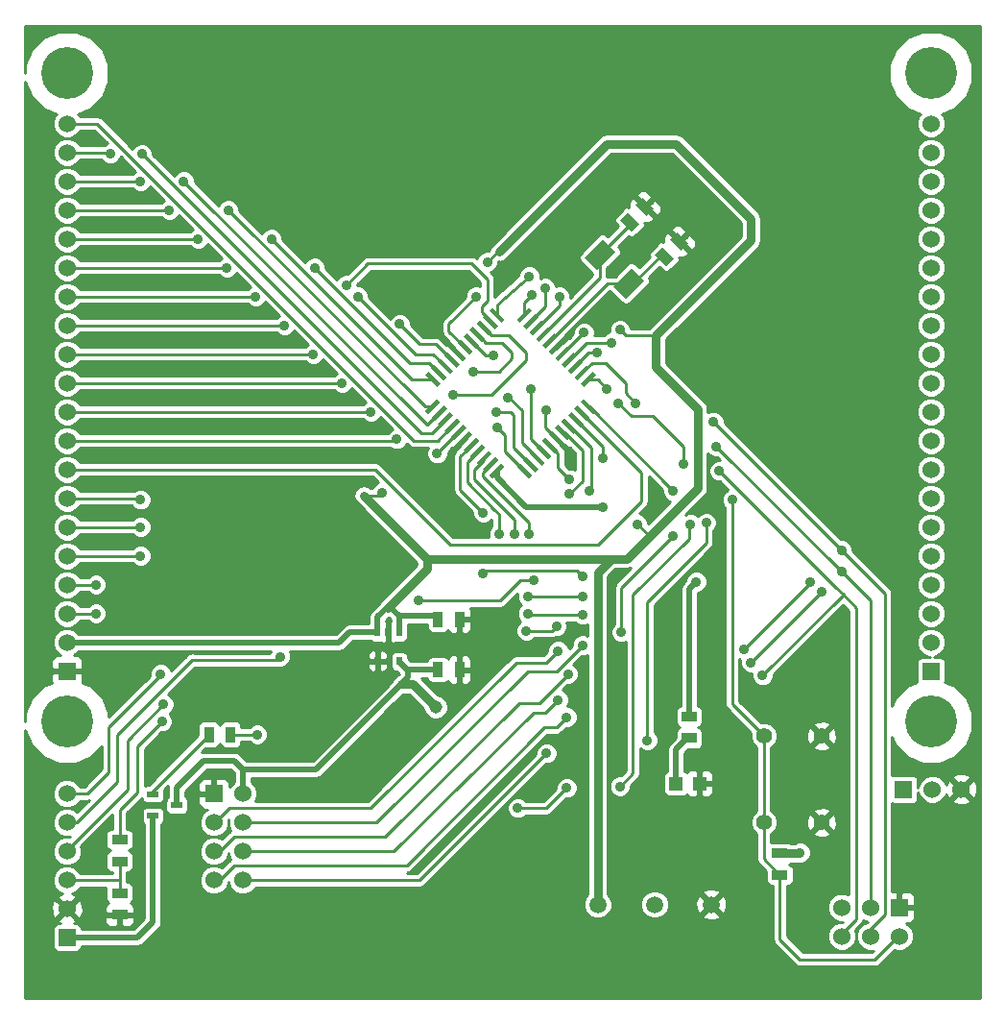
<source format=gtl>
G04 (created by PCBNEW (2013-may-18)-stable) date Thu 11 Jun 2015 01:15:37 PM EDT*
%MOIN*%
G04 Gerber Fmt 3.4, Leading zero omitted, Abs format*
%FSLAX34Y34*%
G01*
G70*
G90*
G04 APERTURE LIST*
%ADD10C,0.00590551*%
%ADD11C,0.035*%
%ADD12C,0.055*%
%ADD13R,0.02X0.03*%
%ADD14R,0.0394X0.0236*%
%ADD15R,0.055X0.035*%
%ADD16R,0.035X0.055*%
%ADD17R,0.06X0.06*%
%ADD18C,0.06*%
%ADD19R,0.0472X0.0472*%
%ADD20C,0.0590551*%
%ADD21C,0.18*%
%ADD22C,0.045*%
%ADD23C,0.03*%
%ADD24C,0.02*%
%ADD25C,0.01*%
G04 APERTURE END LIST*
G54D10*
G54D11*
X47350Y-53850D03*
X46350Y-54900D03*
X54275Y-35325D03*
X51650Y-58350D03*
X48100Y-53800D03*
X57950Y-56300D03*
X59550Y-47050D03*
X62850Y-36600D03*
X61500Y-37300D03*
X59400Y-39150D03*
X49575Y-34825D03*
X50325Y-33425D03*
X48875Y-33475D03*
X45675Y-33425D03*
X47075Y-43375D03*
X63250Y-41150D03*
X64600Y-40450D03*
X64550Y-43650D03*
X40900Y-56800D03*
X63200Y-44350D03*
X57550Y-45050D03*
G54D10*
G36*
X53935Y-42522D02*
X54359Y-42946D01*
X54246Y-43059D01*
X53822Y-42635D01*
X53935Y-42522D01*
X53935Y-42522D01*
G37*
G36*
X54158Y-42299D02*
X54582Y-42723D01*
X54469Y-42836D01*
X54045Y-42412D01*
X54158Y-42299D01*
X54158Y-42299D01*
G37*
G36*
X54380Y-42076D02*
X54805Y-42501D01*
X54692Y-42614D01*
X54267Y-42189D01*
X54380Y-42076D01*
X54380Y-42076D01*
G37*
G36*
X54603Y-41854D02*
X55027Y-42278D01*
X54914Y-42391D01*
X54490Y-41967D01*
X54603Y-41854D01*
X54603Y-41854D01*
G37*
G36*
X54826Y-41631D02*
X55250Y-42055D01*
X55137Y-42168D01*
X54713Y-41744D01*
X54826Y-41631D01*
X54826Y-41631D01*
G37*
G36*
X55049Y-41408D02*
X55473Y-41832D01*
X55360Y-41945D01*
X54935Y-41521D01*
X55049Y-41408D01*
X55049Y-41408D01*
G37*
G36*
X53712Y-42745D02*
X54136Y-43169D01*
X54023Y-43282D01*
X53599Y-42858D01*
X53712Y-42745D01*
X53712Y-42745D01*
G37*
G36*
X53489Y-42967D02*
X53914Y-43392D01*
X53801Y-43505D01*
X53376Y-43080D01*
X53489Y-42967D01*
X53489Y-42967D01*
G37*
G36*
X53267Y-43190D02*
X53691Y-43614D01*
X53578Y-43727D01*
X53154Y-43303D01*
X53267Y-43190D01*
X53267Y-43190D01*
G37*
G36*
X53044Y-43413D02*
X53468Y-43837D01*
X53355Y-43950D01*
X52931Y-43526D01*
X53044Y-43413D01*
X53044Y-43413D01*
G37*
G36*
X52821Y-43635D02*
X53245Y-44060D01*
X53132Y-44173D01*
X52708Y-43749D01*
X52821Y-43635D01*
X52821Y-43635D01*
G37*
G36*
X50753Y-39340D02*
X51177Y-39764D01*
X51064Y-39877D01*
X50640Y-39453D01*
X50753Y-39340D01*
X50753Y-39340D01*
G37*
G36*
X50976Y-39117D02*
X51400Y-39541D01*
X51287Y-39654D01*
X50863Y-39230D01*
X50976Y-39117D01*
X50976Y-39117D01*
G37*
G36*
X51198Y-38894D02*
X51623Y-39319D01*
X51510Y-39432D01*
X51085Y-39007D01*
X51198Y-38894D01*
X51198Y-38894D01*
G37*
G36*
X51421Y-38672D02*
X51845Y-39096D01*
X51732Y-39209D01*
X51308Y-38785D01*
X51421Y-38672D01*
X51421Y-38672D01*
G37*
G36*
X51644Y-38449D02*
X52068Y-38873D01*
X51955Y-38986D01*
X51531Y-38562D01*
X51644Y-38449D01*
X51644Y-38449D01*
G37*
G36*
X51867Y-38226D02*
X52291Y-38650D01*
X52178Y-38764D01*
X51754Y-38339D01*
X51867Y-38226D01*
X51867Y-38226D01*
G37*
G36*
X50530Y-39563D02*
X50954Y-39987D01*
X50841Y-40100D01*
X50417Y-39676D01*
X50530Y-39563D01*
X50530Y-39563D01*
G37*
G36*
X50307Y-39785D02*
X50732Y-40210D01*
X50619Y-40323D01*
X50194Y-39898D01*
X50307Y-39785D01*
X50307Y-39785D01*
G37*
G36*
X50085Y-40008D02*
X50509Y-40432D01*
X50396Y-40545D01*
X49972Y-40121D01*
X50085Y-40008D01*
X50085Y-40008D01*
G37*
G36*
X49862Y-40231D02*
X50286Y-40655D01*
X50173Y-40768D01*
X49749Y-40344D01*
X49862Y-40231D01*
X49862Y-40231D01*
G37*
G36*
X49639Y-40454D02*
X50064Y-40878D01*
X49950Y-40991D01*
X49526Y-40567D01*
X49639Y-40454D01*
X49639Y-40454D01*
G37*
G36*
X54246Y-39340D02*
X54359Y-39453D01*
X53935Y-39877D01*
X53822Y-39764D01*
X54246Y-39340D01*
X54246Y-39340D01*
G37*
G36*
X51064Y-42522D02*
X51177Y-42635D01*
X50753Y-43059D01*
X50640Y-42946D01*
X51064Y-42522D01*
X51064Y-42522D01*
G37*
G36*
X54023Y-39117D02*
X54136Y-39230D01*
X53712Y-39654D01*
X53599Y-39541D01*
X54023Y-39117D01*
X54023Y-39117D01*
G37*
G36*
X50841Y-42299D02*
X50954Y-42412D01*
X50530Y-42836D01*
X50417Y-42723D01*
X50841Y-42299D01*
X50841Y-42299D01*
G37*
G36*
X50619Y-42076D02*
X50732Y-42189D01*
X50307Y-42614D01*
X50194Y-42501D01*
X50619Y-42076D01*
X50619Y-42076D01*
G37*
G36*
X53801Y-38894D02*
X53914Y-39007D01*
X53489Y-39432D01*
X53376Y-39319D01*
X53801Y-38894D01*
X53801Y-38894D01*
G37*
G36*
X53578Y-38672D02*
X53691Y-38785D01*
X53267Y-39209D01*
X53154Y-39096D01*
X53578Y-38672D01*
X53578Y-38672D01*
G37*
G36*
X50396Y-41854D02*
X50509Y-41967D01*
X50085Y-42391D01*
X49972Y-42278D01*
X50396Y-41854D01*
X50396Y-41854D01*
G37*
G36*
X50173Y-41631D02*
X50286Y-41744D01*
X49862Y-42168D01*
X49749Y-42055D01*
X50173Y-41631D01*
X50173Y-41631D01*
G37*
G36*
X53355Y-38449D02*
X53468Y-38562D01*
X53044Y-38986D01*
X52931Y-38873D01*
X53355Y-38449D01*
X53355Y-38449D01*
G37*
G36*
X53132Y-38226D02*
X53245Y-38339D01*
X52821Y-38764D01*
X52708Y-38650D01*
X53132Y-38226D01*
X53132Y-38226D01*
G37*
G36*
X49950Y-41408D02*
X50064Y-41521D01*
X49639Y-41945D01*
X49526Y-41832D01*
X49950Y-41408D01*
X49950Y-41408D01*
G37*
G36*
X51287Y-42745D02*
X51400Y-42858D01*
X50976Y-43282D01*
X50863Y-43169D01*
X51287Y-42745D01*
X51287Y-42745D01*
G37*
G36*
X54469Y-39563D02*
X54582Y-39676D01*
X54158Y-40100D01*
X54045Y-39987D01*
X54469Y-39563D01*
X54469Y-39563D01*
G37*
G36*
X54692Y-39785D02*
X54805Y-39898D01*
X54380Y-40323D01*
X54267Y-40210D01*
X54692Y-39785D01*
X54692Y-39785D01*
G37*
G36*
X51510Y-42967D02*
X51623Y-43080D01*
X51198Y-43505D01*
X51085Y-43392D01*
X51510Y-42967D01*
X51510Y-42967D01*
G37*
G36*
X51732Y-43190D02*
X51845Y-43303D01*
X51421Y-43727D01*
X51308Y-43614D01*
X51732Y-43190D01*
X51732Y-43190D01*
G37*
G36*
X54914Y-40008D02*
X55027Y-40121D01*
X54603Y-40545D01*
X54490Y-40432D01*
X54914Y-40008D01*
X54914Y-40008D01*
G37*
G36*
X55137Y-40231D02*
X55250Y-40344D01*
X54826Y-40768D01*
X54713Y-40655D01*
X55137Y-40231D01*
X55137Y-40231D01*
G37*
G36*
X51955Y-43413D02*
X52068Y-43526D01*
X51644Y-43950D01*
X51531Y-43837D01*
X51955Y-43413D01*
X51955Y-43413D01*
G37*
G36*
X52178Y-43635D02*
X52291Y-43749D01*
X51867Y-44173D01*
X51754Y-44060D01*
X52178Y-43635D01*
X52178Y-43635D01*
G37*
G36*
X55360Y-40454D02*
X55473Y-40567D01*
X55049Y-40991D01*
X54935Y-40878D01*
X55360Y-40454D01*
X55360Y-40454D01*
G37*
G54D12*
X61300Y-53100D03*
X63300Y-53100D03*
X61300Y-56100D03*
X63300Y-56100D03*
G54D13*
X48625Y-49500D03*
X47875Y-49500D03*
X48625Y-50500D03*
X48250Y-49500D03*
X47875Y-50500D03*
G54D14*
X40084Y-55125D03*
X40916Y-55500D03*
X40084Y-55875D03*
G54D10*
G36*
X57094Y-34416D02*
X57483Y-34805D01*
X57235Y-35053D01*
X56846Y-34664D01*
X57094Y-34416D01*
X57094Y-34416D01*
G37*
G36*
X56564Y-34946D02*
X56953Y-35335D01*
X56705Y-35583D01*
X56316Y-35194D01*
X56564Y-34946D01*
X56564Y-34946D01*
G37*
G54D15*
X58700Y-52425D03*
X58700Y-53175D03*
X61850Y-57175D03*
X61850Y-57925D03*
G54D16*
X42025Y-53050D03*
X42775Y-53050D03*
G54D15*
X38925Y-59300D03*
X38925Y-58550D03*
X38925Y-57450D03*
X38925Y-56700D03*
G54D10*
G36*
X58294Y-35616D02*
X58683Y-36005D01*
X58435Y-36253D01*
X58046Y-35864D01*
X58294Y-35616D01*
X58294Y-35616D01*
G37*
G36*
X57764Y-36146D02*
X58153Y-36535D01*
X57905Y-36783D01*
X57516Y-36394D01*
X57764Y-36146D01*
X57764Y-36146D01*
G37*
G54D17*
X42200Y-55100D03*
G54D18*
X43200Y-55100D03*
X42200Y-56100D03*
X43200Y-56100D03*
X42200Y-57100D03*
X43200Y-57100D03*
X42200Y-58100D03*
X43200Y-58100D03*
G54D17*
X67100Y-50850D03*
G54D18*
X67100Y-49850D03*
X67100Y-40850D03*
X67100Y-47850D03*
X67100Y-38850D03*
X67100Y-45850D03*
X67100Y-36850D03*
X67100Y-43850D03*
X67100Y-34850D03*
X67100Y-41850D03*
X67100Y-32850D03*
X67100Y-39850D03*
X67100Y-37850D03*
X67100Y-35850D03*
X67100Y-33850D03*
X67100Y-31850D03*
X67100Y-48850D03*
X67100Y-46850D03*
X67100Y-44850D03*
X67100Y-42850D03*
G54D17*
X37100Y-50850D03*
G54D18*
X37100Y-49850D03*
X37100Y-40850D03*
X37100Y-47850D03*
X37100Y-38850D03*
X37100Y-45850D03*
X37100Y-36850D03*
X37100Y-43850D03*
X37100Y-34850D03*
X37100Y-41850D03*
X37100Y-32850D03*
X37100Y-39850D03*
X37100Y-37850D03*
X37100Y-35850D03*
X37100Y-33850D03*
X37100Y-31850D03*
X37100Y-48850D03*
X37100Y-46850D03*
X37100Y-44850D03*
X37100Y-42850D03*
G54D17*
X37100Y-60100D03*
G54D18*
X37100Y-59100D03*
X37100Y-58100D03*
X37100Y-57100D03*
X37100Y-56100D03*
X37100Y-55100D03*
G54D19*
X58237Y-54750D03*
X59063Y-54750D03*
G54D20*
X55531Y-58950D03*
X57500Y-58950D03*
X59468Y-58950D03*
G54D18*
X64000Y-60050D03*
X64000Y-59050D03*
X65000Y-60050D03*
X65000Y-59050D03*
X66000Y-60050D03*
G54D17*
X66000Y-59050D03*
G54D10*
G36*
X55056Y-36496D02*
X55696Y-35856D01*
X56141Y-36301D01*
X55501Y-36941D01*
X55056Y-36496D01*
X55056Y-36496D01*
G37*
G36*
X56058Y-37498D02*
X56698Y-36858D01*
X57143Y-37303D01*
X56503Y-37943D01*
X56058Y-37498D01*
X56058Y-37498D01*
G37*
G54D21*
X67100Y-30100D03*
X67100Y-52600D03*
X37100Y-30100D03*
X37100Y-52600D03*
G54D16*
X49975Y-49050D03*
X50725Y-49050D03*
X49975Y-50800D03*
X50725Y-50800D03*
G54D11*
X59900Y-53650D03*
G54D17*
X66150Y-54950D03*
G54D18*
X67150Y-54950D03*
X68150Y-54950D03*
G54D22*
X49900Y-52100D03*
G54D11*
X43700Y-53050D03*
X52750Y-55600D03*
X54450Y-54900D03*
X56300Y-54850D03*
X58750Y-45750D03*
X55700Y-43450D03*
X51200Y-40450D03*
X39650Y-45850D03*
X54150Y-50150D03*
X54550Y-44700D03*
X55000Y-49950D03*
X58150Y-44600D03*
X56350Y-49500D03*
X58150Y-46150D03*
X48650Y-38800D03*
X44650Y-38850D03*
X47200Y-37850D03*
X43650Y-37850D03*
X45700Y-36850D03*
X42650Y-36850D03*
X44200Y-35850D03*
X41650Y-35850D03*
X42700Y-34850D03*
X40650Y-34850D03*
X41150Y-33850D03*
X39650Y-33850D03*
X39700Y-32900D03*
X38600Y-32900D03*
X53750Y-53700D03*
X53250Y-37800D03*
X55250Y-44600D03*
X55000Y-47550D03*
X51550Y-47450D03*
X44500Y-50350D03*
X39650Y-44900D03*
X51900Y-39900D03*
X53150Y-37150D03*
X38100Y-48850D03*
X61250Y-51000D03*
X54450Y-52450D03*
X59750Y-43900D03*
X56850Y-41550D03*
X64000Y-47400D03*
X63300Y-48100D03*
X60850Y-50550D03*
X54150Y-51850D03*
X59650Y-43050D03*
X55850Y-41050D03*
X55700Y-45150D03*
X58950Y-47750D03*
X46800Y-37450D03*
X38100Y-47850D03*
X60200Y-44900D03*
X56000Y-39450D03*
X54200Y-37850D03*
X58500Y-43650D03*
X56250Y-41550D03*
X40400Y-52600D03*
X57250Y-53250D03*
X59300Y-45700D03*
X55000Y-48900D03*
X53100Y-48850D03*
X52100Y-46100D03*
X64000Y-46650D03*
X62900Y-47750D03*
X60600Y-50100D03*
X54500Y-50950D03*
X59550Y-42200D03*
X55500Y-39800D03*
X53300Y-47700D03*
X53150Y-46100D03*
X49300Y-48400D03*
X40350Y-50950D03*
X53700Y-37550D03*
X54100Y-49300D03*
X53050Y-49450D03*
X40450Y-52000D03*
X55000Y-48250D03*
X53100Y-48250D03*
X52650Y-46100D03*
X56900Y-45750D03*
X62550Y-57150D03*
X54550Y-44200D03*
X48050Y-44650D03*
X56300Y-39000D03*
X51700Y-36650D03*
X51300Y-37850D03*
X55050Y-39100D03*
X49950Y-43300D03*
X50500Y-41250D03*
X39650Y-46850D03*
X52050Y-42400D03*
X48550Y-42800D03*
X46650Y-40850D03*
X52400Y-41350D03*
X47650Y-41850D03*
X52000Y-41850D03*
X53200Y-41050D03*
X45650Y-39850D03*
X40500Y-48400D03*
X41300Y-46200D03*
X43950Y-44650D03*
X46250Y-45750D03*
X43800Y-48000D03*
X38850Y-50900D03*
X48150Y-46900D03*
X46500Y-47500D03*
X44650Y-49300D03*
X41150Y-49300D03*
X46900Y-50500D03*
X53750Y-41800D03*
X38100Y-59300D03*
X54550Y-43500D03*
X49500Y-38550D03*
X48300Y-37250D03*
X56750Y-38400D03*
X57800Y-35350D03*
X56350Y-33900D03*
X58200Y-33700D03*
X51950Y-49050D03*
X50050Y-44800D03*
X54500Y-37350D03*
X51550Y-45350D03*
G54D23*
X49875Y-52075D02*
X49100Y-51300D01*
X49100Y-51300D02*
X48700Y-51300D01*
X49900Y-52100D02*
X49875Y-52075D01*
G54D24*
X48950Y-50800D02*
X48950Y-51050D01*
X48700Y-51300D02*
X48950Y-51050D01*
X45750Y-54250D02*
X48200Y-51800D01*
X45750Y-54250D02*
X43200Y-54250D01*
X48200Y-51800D02*
X48700Y-51300D01*
X40900Y-54900D02*
X40900Y-55484D01*
X40900Y-55484D02*
X40916Y-55500D01*
X48625Y-50500D02*
X48625Y-50525D01*
X48625Y-50525D02*
X48900Y-50800D01*
X48900Y-50800D02*
X48950Y-50800D01*
X48950Y-50800D02*
X49975Y-50800D01*
X43200Y-54250D02*
X43200Y-55100D01*
X42900Y-53950D02*
X43200Y-54250D01*
X40900Y-54900D02*
X41850Y-53950D01*
X41850Y-53950D02*
X42900Y-53950D01*
X40916Y-54884D02*
X40900Y-54900D01*
G54D25*
X43700Y-53050D02*
X42775Y-53050D01*
X53750Y-55600D02*
X52750Y-55600D01*
X54450Y-54900D02*
X53750Y-55600D01*
X54759Y-42122D02*
X54772Y-42122D01*
X54772Y-42122D02*
X55700Y-43050D01*
X56750Y-54400D02*
X56300Y-54850D01*
X56750Y-48200D02*
X56750Y-54400D01*
X58700Y-46250D02*
X56750Y-48200D01*
X58700Y-45800D02*
X58700Y-46250D01*
X58750Y-45750D02*
X58700Y-45800D01*
X55700Y-43050D02*
X55700Y-43450D01*
X37100Y-45850D02*
X39650Y-45850D01*
X51640Y-39450D02*
X51354Y-39163D01*
X52200Y-39450D02*
X51640Y-39450D01*
X52550Y-39800D02*
X52200Y-39450D01*
X52550Y-40000D02*
X52550Y-39800D01*
X52100Y-40450D02*
X52550Y-40000D01*
X51200Y-40450D02*
X52100Y-40450D01*
X55000Y-43200D02*
X55000Y-44250D01*
X54150Y-50150D02*
X53750Y-50550D01*
X53750Y-50550D02*
X52700Y-50550D01*
X54313Y-42568D02*
X54368Y-42568D01*
X54368Y-42568D02*
X55000Y-43200D01*
X42250Y-56100D02*
X42200Y-56100D01*
X47650Y-55600D02*
X52700Y-50550D01*
X42750Y-55600D02*
X47650Y-55600D01*
X42250Y-56100D02*
X42750Y-55600D01*
X54550Y-44700D02*
X54550Y-44700D01*
X55000Y-44250D02*
X54550Y-44700D01*
X55000Y-49950D02*
X54100Y-50850D01*
X54100Y-50850D02*
X53100Y-50850D01*
X43200Y-56100D02*
X47850Y-56100D01*
X47850Y-56100D02*
X53100Y-50850D01*
X55227Y-41677D02*
X58150Y-44600D01*
X55227Y-41677D02*
X55204Y-41677D01*
X56350Y-47950D02*
X56350Y-49500D01*
X58150Y-46150D02*
X56350Y-47950D01*
X37100Y-38850D02*
X44650Y-38850D01*
X49909Y-39500D02*
X50463Y-40054D01*
X49350Y-39500D02*
X49909Y-39500D01*
X48650Y-38800D02*
X49350Y-39500D01*
X37100Y-37850D02*
X43650Y-37850D01*
X49813Y-39850D02*
X50240Y-40277D01*
X49200Y-39850D02*
X49813Y-39850D01*
X47200Y-37850D02*
X49200Y-39850D01*
X37100Y-36850D02*
X42650Y-36850D01*
X49668Y-40150D02*
X50018Y-40499D01*
X49000Y-40150D02*
X49668Y-40150D01*
X45700Y-36850D02*
X49000Y-40150D01*
X37100Y-35850D02*
X41650Y-35850D01*
X49072Y-40722D02*
X49795Y-40722D01*
X44200Y-35850D02*
X49072Y-40722D01*
X37100Y-34850D02*
X40650Y-34850D01*
X49527Y-41677D02*
X49795Y-41677D01*
X42700Y-34850D02*
X49527Y-41677D01*
X37100Y-33850D02*
X39650Y-33850D01*
X49618Y-42300D02*
X50018Y-41900D01*
X49600Y-42300D02*
X49618Y-42300D01*
X41150Y-33850D02*
X49600Y-42300D01*
X37100Y-32850D02*
X38550Y-32850D01*
X49763Y-42600D02*
X50240Y-42122D01*
X49400Y-42600D02*
X49763Y-42600D01*
X39700Y-32900D02*
X49400Y-42600D01*
X38550Y-32850D02*
X38600Y-32900D01*
X37100Y-31850D02*
X38150Y-31850D01*
X49959Y-42850D02*
X50463Y-42345D01*
X49150Y-42850D02*
X49959Y-42850D01*
X38150Y-31850D02*
X49150Y-42850D01*
X49350Y-58100D02*
X53750Y-53700D01*
X43200Y-58100D02*
X49350Y-58100D01*
X52977Y-38072D02*
X52977Y-38495D01*
X52977Y-38072D02*
X53250Y-37800D01*
X41425Y-50475D02*
X44375Y-50475D01*
X54545Y-42345D02*
X55300Y-43100D01*
X54545Y-42345D02*
X54536Y-42345D01*
X55300Y-44550D02*
X55300Y-43100D01*
X55250Y-44600D02*
X55300Y-44550D01*
X54800Y-47350D02*
X55000Y-47550D01*
X51650Y-47350D02*
X54800Y-47350D01*
X51550Y-47450D02*
X51650Y-47350D01*
X44375Y-50475D02*
X44500Y-50350D01*
X37100Y-56100D02*
X37450Y-56100D01*
X38850Y-53050D02*
X41425Y-50475D01*
X41425Y-50475D02*
X41450Y-50450D01*
X41450Y-50450D02*
X41400Y-50500D01*
X38850Y-54700D02*
X38850Y-53050D01*
X37450Y-56100D02*
X38850Y-54700D01*
X37100Y-44850D02*
X39600Y-44850D01*
X39600Y-44850D02*
X39650Y-44900D01*
X51136Y-39386D02*
X51131Y-39386D01*
X51650Y-39900D02*
X51136Y-39386D01*
X51900Y-39900D02*
X51650Y-39900D01*
X37100Y-43850D02*
X47800Y-43850D01*
X57050Y-43968D02*
X54981Y-41900D01*
X57050Y-44950D02*
X57050Y-43968D01*
X55550Y-46450D02*
X57050Y-44950D01*
X50400Y-46450D02*
X55550Y-46450D01*
X47800Y-43850D02*
X50400Y-46450D01*
X53150Y-37150D02*
X52022Y-38127D01*
X52022Y-38127D02*
X52022Y-38495D01*
X37100Y-48850D02*
X38100Y-48850D01*
X53657Y-52800D02*
X54100Y-52800D01*
X48900Y-57600D02*
X53657Y-52800D01*
X42200Y-58100D02*
X42400Y-58100D01*
X42900Y-57600D02*
X48100Y-57600D01*
X42400Y-58100D02*
X42900Y-57600D01*
X48100Y-57600D02*
X48900Y-57600D01*
X64025Y-48225D02*
X64025Y-48175D01*
X61250Y-51000D02*
X64025Y-48225D01*
X54100Y-52800D02*
X54450Y-52450D01*
X64000Y-60050D02*
X64000Y-59950D01*
X63800Y-47950D02*
X59750Y-43900D01*
X56850Y-41550D02*
X56500Y-41200D01*
X56500Y-41200D02*
X56500Y-40850D01*
X56500Y-40850D02*
X55800Y-40150D01*
X55800Y-40150D02*
X55331Y-40150D01*
X55331Y-40150D02*
X54981Y-40499D01*
X64500Y-48650D02*
X64025Y-48175D01*
X64025Y-48175D02*
X63800Y-47950D01*
X64500Y-59450D02*
X64500Y-48650D01*
X64000Y-59950D02*
X64500Y-59450D01*
X53293Y-52300D02*
X53700Y-52300D01*
X48450Y-57100D02*
X53293Y-52300D01*
X43200Y-57100D02*
X48450Y-57100D01*
X60850Y-50550D02*
X63300Y-48100D01*
X53700Y-52300D02*
X54150Y-51850D01*
X65000Y-59050D02*
X65000Y-48400D01*
X64300Y-47700D02*
X64000Y-47400D01*
X64000Y-47400D02*
X59650Y-43050D01*
X55850Y-41050D02*
X55522Y-40722D01*
X55522Y-40722D02*
X55204Y-40722D01*
X65000Y-48400D02*
X64300Y-47700D01*
G54D24*
X52022Y-44122D02*
X53050Y-45150D01*
X53050Y-45150D02*
X55700Y-45150D01*
X52022Y-43904D02*
X52022Y-44122D01*
X58700Y-52425D02*
X58700Y-48000D01*
X58700Y-48000D02*
X58950Y-47750D01*
G54D25*
X51799Y-38699D02*
X51799Y-38718D01*
X51700Y-37250D02*
X51700Y-38000D01*
X51150Y-36700D02*
X51700Y-37250D01*
X51500Y-38200D02*
X51700Y-38000D01*
X51500Y-38400D02*
X51500Y-38200D01*
X51799Y-38699D02*
X51500Y-38400D01*
X46800Y-37450D02*
X47550Y-36700D01*
X47550Y-36700D02*
X51150Y-36700D01*
X37100Y-47850D02*
X38100Y-47850D01*
X61300Y-56100D02*
X61300Y-57375D01*
X61300Y-57375D02*
X61850Y-57925D01*
X61300Y-53100D02*
X61300Y-56100D01*
X60200Y-44900D02*
X60200Y-52000D01*
X56000Y-39450D02*
X55150Y-39450D01*
X55150Y-39450D02*
X54545Y-40054D01*
X54536Y-40054D02*
X54545Y-40054D01*
X60200Y-52000D02*
X61300Y-53100D01*
X66000Y-60050D02*
X65950Y-60050D01*
X65950Y-60050D02*
X65150Y-60850D01*
X65150Y-60850D02*
X62550Y-60850D01*
X62550Y-60850D02*
X61850Y-60150D01*
X61850Y-60150D02*
X61850Y-57925D01*
X53422Y-38927D02*
X54200Y-38150D01*
X54200Y-38150D02*
X54200Y-37850D01*
X53422Y-38940D02*
X53422Y-38927D01*
X58500Y-43050D02*
X58500Y-43650D01*
X57450Y-42000D02*
X58500Y-43050D01*
X56700Y-42000D02*
X57450Y-42000D01*
X56250Y-41550D02*
X56700Y-42000D01*
X57250Y-48450D02*
X57250Y-53250D01*
X59300Y-46400D02*
X57250Y-48450D01*
X59300Y-45700D02*
X59300Y-46400D01*
X38925Y-56700D02*
X38925Y-55675D01*
X39550Y-53450D02*
X40400Y-52600D01*
X39550Y-55050D02*
X39550Y-53450D01*
X38925Y-55675D02*
X39550Y-55050D01*
X53150Y-48900D02*
X55000Y-48900D01*
X53100Y-48850D02*
X53150Y-48900D01*
X52100Y-45400D02*
X52100Y-46100D01*
X51354Y-43245D02*
X51000Y-43600D01*
X51000Y-43600D02*
X51000Y-44300D01*
X51000Y-44300D02*
X51950Y-45250D01*
X51354Y-43236D02*
X51354Y-43245D01*
X51950Y-45250D02*
X52100Y-45400D01*
X52800Y-51950D02*
X53500Y-51950D01*
X42400Y-57100D02*
X42900Y-56600D01*
X42900Y-56600D02*
X48150Y-56600D01*
X48150Y-56600D02*
X52800Y-51950D01*
X42200Y-57100D02*
X42400Y-57100D01*
X62900Y-47800D02*
X62900Y-47750D01*
X60600Y-50100D02*
X62900Y-47800D01*
X53500Y-51950D02*
X54500Y-50950D01*
X65000Y-60050D02*
X65000Y-59800D01*
X64800Y-47450D02*
X64000Y-46650D01*
X64000Y-46650D02*
X59550Y-42200D01*
X55500Y-39800D02*
X55200Y-39800D01*
X55200Y-39800D02*
X54759Y-40240D01*
X54759Y-40240D02*
X54759Y-40277D01*
X65500Y-48150D02*
X64800Y-47450D01*
X65500Y-59300D02*
X65500Y-48150D01*
X65000Y-59800D02*
X65500Y-59300D01*
X52150Y-48400D02*
X52850Y-47700D01*
X52850Y-47700D02*
X53300Y-47700D01*
X51550Y-44100D02*
X53150Y-45700D01*
X51799Y-43700D02*
X51550Y-43950D01*
X51799Y-43700D02*
X51799Y-43681D01*
X53150Y-45700D02*
X53150Y-46100D01*
X51550Y-43950D02*
X51550Y-44100D01*
X49300Y-48400D02*
X52150Y-48400D01*
X40350Y-50950D02*
X40375Y-50975D01*
X40375Y-50975D02*
X40350Y-50950D01*
X40350Y-50950D02*
X40350Y-51000D01*
X37100Y-55100D02*
X37800Y-55100D01*
X38550Y-52800D02*
X40350Y-51000D01*
X38550Y-54350D02*
X38550Y-52800D01*
X37800Y-55100D02*
X38550Y-54350D01*
X37100Y-57050D02*
X39200Y-54950D01*
X39200Y-54950D02*
X39200Y-53250D01*
X39200Y-53250D02*
X40450Y-52000D01*
X37100Y-57100D02*
X37100Y-57050D01*
X53200Y-38699D02*
X53700Y-38200D01*
X53700Y-38200D02*
X53700Y-37550D01*
X54100Y-49300D02*
X53950Y-49450D01*
X53950Y-49450D02*
X53050Y-49450D01*
X53200Y-38699D02*
X53200Y-38718D01*
X53100Y-48250D02*
X55000Y-48250D01*
X52300Y-45250D02*
X52650Y-45600D01*
X51577Y-43522D02*
X51250Y-43850D01*
X51250Y-43850D02*
X51250Y-44200D01*
X51250Y-44200D02*
X52300Y-45250D01*
X51577Y-43459D02*
X51577Y-43522D01*
X52650Y-45600D02*
X52650Y-46100D01*
G54D23*
X55531Y-58950D02*
X55531Y-47418D01*
X55531Y-47418D02*
X56000Y-46950D01*
G54D25*
X57350Y-46200D02*
X57350Y-46150D01*
X57325Y-46175D02*
X57350Y-46200D01*
X56900Y-45750D02*
X57325Y-46175D01*
X57225Y-46125D02*
X57375Y-46125D01*
G54D23*
X62525Y-57175D02*
X61850Y-57175D01*
X62550Y-57150D02*
X62525Y-57175D01*
G54D25*
X53868Y-43013D02*
X53868Y-43018D01*
X53868Y-43018D02*
X54150Y-43300D01*
X54150Y-43800D02*
X54550Y-44200D01*
X54150Y-43300D02*
X54150Y-43800D01*
G54D24*
X37100Y-49850D02*
X46550Y-49850D01*
X46900Y-49500D02*
X47875Y-49500D01*
X46550Y-49850D02*
X46900Y-49500D01*
X48625Y-48925D02*
X49850Y-48925D01*
X49850Y-48925D02*
X49975Y-49050D01*
X48250Y-48650D02*
X48350Y-48650D01*
X48625Y-48925D02*
X48625Y-49500D01*
X48350Y-48650D02*
X48625Y-48925D01*
X48250Y-48650D02*
X48200Y-48650D01*
G54D23*
X49600Y-47300D02*
X48250Y-48650D01*
X49600Y-46950D02*
X49600Y-47300D01*
G54D24*
X47875Y-48975D02*
X47875Y-49500D01*
X48200Y-48650D02*
X47875Y-48975D01*
G54D25*
X47400Y-44750D02*
X47950Y-44750D01*
G54D23*
X49600Y-46950D02*
X47400Y-44750D01*
X56550Y-46950D02*
X56000Y-46950D01*
X56550Y-46950D02*
X57075Y-46425D01*
X57075Y-46425D02*
X57350Y-46150D01*
X56000Y-46950D02*
X49600Y-46950D01*
X57350Y-46150D02*
X57375Y-46125D01*
G54D25*
X47950Y-44750D02*
X48050Y-44650D01*
X57550Y-39200D02*
X56500Y-39200D01*
X56500Y-39200D02*
X56300Y-39000D01*
X52100Y-36300D02*
X52050Y-36300D01*
G54D23*
X57375Y-46125D02*
X59000Y-44500D01*
X57550Y-40300D02*
X57550Y-39200D01*
X59000Y-41750D02*
X57550Y-40300D01*
X59000Y-44500D02*
X59000Y-41750D01*
X57550Y-39200D02*
X60850Y-35900D01*
X60850Y-35900D02*
X60850Y-35150D01*
X60850Y-35150D02*
X58250Y-32550D01*
X58250Y-32550D02*
X55850Y-32550D01*
X55850Y-32550D02*
X52100Y-36300D01*
G54D25*
X52050Y-36300D02*
X51700Y-36650D01*
X50909Y-39609D02*
X50350Y-39050D01*
X50350Y-38800D02*
X51300Y-37850D01*
X50350Y-39050D02*
X50350Y-38800D01*
X54313Y-39831D02*
X54318Y-39831D01*
X54318Y-39831D02*
X55050Y-39100D01*
X50686Y-42568D02*
X50681Y-42568D01*
X50681Y-42568D02*
X49950Y-43300D01*
X37100Y-46850D02*
X39650Y-46850D01*
X51836Y-39200D02*
X51577Y-38940D01*
X52450Y-39200D02*
X51836Y-39200D01*
X53050Y-39800D02*
X52450Y-39200D01*
X53050Y-40050D02*
X53050Y-39800D01*
X51850Y-41250D02*
X53050Y-40050D01*
X50500Y-41250D02*
X51850Y-41250D01*
X37100Y-42850D02*
X48500Y-42850D01*
X52300Y-43227D02*
X52977Y-43904D01*
X52300Y-42650D02*
X52300Y-43227D01*
X52050Y-42400D02*
X52300Y-42650D01*
X48500Y-42850D02*
X48550Y-42800D01*
X52400Y-41350D02*
X52450Y-41350D01*
X37100Y-40850D02*
X46650Y-40850D01*
X52900Y-42936D02*
X53422Y-43459D01*
X52900Y-41800D02*
X52900Y-42936D01*
X52450Y-41350D02*
X52900Y-41800D01*
X52000Y-41850D02*
X52500Y-41850D01*
X37100Y-41850D02*
X47650Y-41850D01*
X52600Y-43081D02*
X53200Y-43681D01*
X52600Y-41950D02*
X52600Y-43081D01*
X52500Y-41850D02*
X52600Y-41950D01*
X53200Y-41050D02*
X53200Y-42790D01*
X37100Y-39850D02*
X45650Y-39850D01*
X53200Y-42790D02*
X53645Y-43236D01*
X53586Y-43236D02*
X53645Y-43236D01*
X40500Y-48400D02*
X41300Y-47600D01*
X41300Y-47600D02*
X41300Y-46200D01*
X43950Y-44650D02*
X45050Y-45750D01*
X45050Y-45750D02*
X46250Y-45750D01*
X47100Y-46900D02*
X48150Y-46900D01*
X46500Y-47500D02*
X47100Y-46900D01*
X41150Y-49300D02*
X44650Y-49300D01*
X47875Y-50500D02*
X46900Y-50500D01*
X54090Y-42790D02*
X53700Y-42400D01*
X53700Y-41850D02*
X53750Y-41800D01*
X53700Y-42400D02*
X53700Y-41850D01*
X38925Y-59300D02*
X38100Y-59300D01*
X54090Y-42790D02*
X54550Y-43250D01*
X54550Y-43250D02*
X54550Y-43500D01*
X49500Y-38550D02*
X49500Y-38450D01*
X49500Y-38450D02*
X48300Y-37250D01*
X58365Y-35934D02*
X58384Y-35934D01*
X58950Y-36500D02*
X56750Y-38400D01*
X58384Y-35934D02*
X58950Y-36500D01*
X57165Y-34734D02*
X57184Y-34734D01*
X57184Y-34734D02*
X57800Y-35350D01*
X57165Y-34734D02*
X57165Y-34715D01*
X57165Y-34715D02*
X56350Y-33900D01*
X57165Y-34734D02*
X58200Y-33700D01*
X50725Y-49050D02*
X51950Y-49050D01*
X56601Y-37401D02*
X56748Y-37401D01*
X56748Y-37401D02*
X57834Y-36315D01*
X56601Y-37401D02*
X55853Y-37401D01*
X55853Y-37401D02*
X53868Y-39386D01*
X37100Y-58100D02*
X38925Y-58100D01*
X38925Y-58100D02*
X38900Y-58100D01*
X38900Y-58100D02*
X38925Y-58100D01*
X38925Y-57450D02*
X38925Y-58100D01*
X38925Y-58100D02*
X38925Y-58550D01*
X42025Y-53050D02*
X40025Y-55066D01*
X40025Y-55066D02*
X40084Y-55125D01*
G54D24*
X40084Y-55875D02*
X40084Y-59566D01*
X39550Y-60100D02*
X37100Y-60100D01*
X40084Y-59566D02*
X39550Y-60100D01*
G54D25*
X56734Y-35365D02*
X56632Y-35365D01*
X56632Y-35365D02*
X55598Y-36398D01*
X55598Y-36398D02*
X55598Y-37210D01*
X55598Y-37210D02*
X53645Y-39163D01*
G54D24*
X58700Y-53175D02*
X58625Y-53175D01*
X58237Y-53563D02*
X58237Y-54750D01*
X58625Y-53175D02*
X58237Y-53563D01*
G54D25*
X51131Y-43013D02*
X51131Y-43018D01*
X51131Y-43018D02*
X50750Y-43400D01*
X50750Y-44550D02*
X51550Y-45350D01*
X50750Y-43400D02*
X50750Y-44550D01*
X51131Y-43013D02*
X51131Y-43018D01*
G54D10*
G36*
X51450Y-37506D02*
X51374Y-37475D01*
X51225Y-37474D01*
X51087Y-37531D01*
X50982Y-37637D01*
X50925Y-37775D01*
X50924Y-37871D01*
X50173Y-38623D01*
X50119Y-38704D01*
X50100Y-38800D01*
X50100Y-39050D01*
X50119Y-39145D01*
X50173Y-39226D01*
X50369Y-39423D01*
X50369Y-39458D01*
X50465Y-39554D01*
X50470Y-39566D01*
X50526Y-39622D01*
X50751Y-39847D01*
X50702Y-39897D01*
X50421Y-39616D01*
X50409Y-39611D01*
X50313Y-39515D01*
X50277Y-39515D01*
X50085Y-39323D01*
X50004Y-39269D01*
X49909Y-39250D01*
X49453Y-39250D01*
X49024Y-38821D01*
X49025Y-38725D01*
X48968Y-38587D01*
X48862Y-38482D01*
X48724Y-38425D01*
X48575Y-38424D01*
X48437Y-38481D01*
X48332Y-38587D01*
X48320Y-38616D01*
X47574Y-37871D01*
X47575Y-37775D01*
X47518Y-37637D01*
X47412Y-37532D01*
X47274Y-37475D01*
X47174Y-37474D01*
X47175Y-37428D01*
X47653Y-36950D01*
X51046Y-36950D01*
X51450Y-37353D01*
X51450Y-37506D01*
X51450Y-37506D01*
G37*
G54D25*
X51450Y-37506D02*
X51374Y-37475D01*
X51225Y-37474D01*
X51087Y-37531D01*
X50982Y-37637D01*
X50925Y-37775D01*
X50924Y-37871D01*
X50173Y-38623D01*
X50119Y-38704D01*
X50100Y-38800D01*
X50100Y-39050D01*
X50119Y-39145D01*
X50173Y-39226D01*
X50369Y-39423D01*
X50369Y-39458D01*
X50465Y-39554D01*
X50470Y-39566D01*
X50526Y-39622D01*
X50751Y-39847D01*
X50702Y-39897D01*
X50421Y-39616D01*
X50409Y-39611D01*
X50313Y-39515D01*
X50277Y-39515D01*
X50085Y-39323D01*
X50004Y-39269D01*
X49909Y-39250D01*
X49453Y-39250D01*
X49024Y-38821D01*
X49025Y-38725D01*
X48968Y-38587D01*
X48862Y-38482D01*
X48724Y-38425D01*
X48575Y-38424D01*
X48437Y-38481D01*
X48332Y-38587D01*
X48320Y-38616D01*
X47574Y-37871D01*
X47575Y-37775D01*
X47518Y-37637D01*
X47412Y-37532D01*
X47274Y-37475D01*
X47174Y-37474D01*
X47175Y-37428D01*
X47653Y-36950D01*
X51046Y-36950D01*
X51450Y-37353D01*
X51450Y-37506D01*
G54D10*
G36*
X51850Y-45819D02*
X51782Y-45887D01*
X51725Y-46025D01*
X51724Y-46174D01*
X51735Y-46200D01*
X50503Y-46200D01*
X47976Y-43673D01*
X47895Y-43619D01*
X47800Y-43600D01*
X37537Y-43600D01*
X37524Y-43567D01*
X37383Y-43426D01*
X37199Y-43350D01*
X37000Y-43349D01*
X36817Y-43425D01*
X36676Y-43566D01*
X36600Y-43750D01*
X36599Y-43949D01*
X36675Y-44132D01*
X36816Y-44273D01*
X37000Y-44349D01*
X37199Y-44350D01*
X37382Y-44274D01*
X37523Y-44133D01*
X37537Y-44100D01*
X47696Y-44100D01*
X47901Y-44305D01*
X47837Y-44331D01*
X47732Y-44437D01*
X47706Y-44500D01*
X47643Y-44500D01*
X47533Y-44426D01*
X47400Y-44400D01*
X47266Y-44426D01*
X47152Y-44502D01*
X47076Y-44616D01*
X47050Y-44750D01*
X47076Y-44883D01*
X47152Y-44997D01*
X49250Y-47094D01*
X49250Y-47155D01*
X48002Y-48402D01*
X47960Y-48464D01*
X47662Y-48762D01*
X47597Y-48860D01*
X47575Y-48975D01*
X47575Y-49200D01*
X46900Y-49200D01*
X46785Y-49222D01*
X46687Y-49287D01*
X46425Y-49550D01*
X40025Y-49550D01*
X40025Y-46775D01*
X40025Y-45775D01*
X40025Y-44825D01*
X39968Y-44687D01*
X39862Y-44582D01*
X39724Y-44525D01*
X39575Y-44524D01*
X39437Y-44581D01*
X39419Y-44600D01*
X37537Y-44600D01*
X37524Y-44567D01*
X37383Y-44426D01*
X37199Y-44350D01*
X37000Y-44349D01*
X36817Y-44425D01*
X36676Y-44566D01*
X36600Y-44750D01*
X36599Y-44949D01*
X36675Y-45132D01*
X36816Y-45273D01*
X37000Y-45349D01*
X37199Y-45350D01*
X37382Y-45274D01*
X37523Y-45133D01*
X37537Y-45100D01*
X39326Y-45100D01*
X39331Y-45112D01*
X39437Y-45217D01*
X39575Y-45274D01*
X39724Y-45275D01*
X39862Y-45218D01*
X39967Y-45112D01*
X40024Y-44974D01*
X40025Y-44825D01*
X40025Y-45775D01*
X39968Y-45637D01*
X39862Y-45532D01*
X39724Y-45475D01*
X39575Y-45474D01*
X39437Y-45531D01*
X39369Y-45600D01*
X37537Y-45600D01*
X37524Y-45567D01*
X37383Y-45426D01*
X37199Y-45350D01*
X37000Y-45349D01*
X36817Y-45425D01*
X36676Y-45566D01*
X36600Y-45750D01*
X36599Y-45949D01*
X36675Y-46132D01*
X36816Y-46273D01*
X37000Y-46349D01*
X37199Y-46350D01*
X37382Y-46274D01*
X37523Y-46133D01*
X37537Y-46100D01*
X39369Y-46100D01*
X39437Y-46167D01*
X39575Y-46224D01*
X39724Y-46225D01*
X39862Y-46168D01*
X39967Y-46062D01*
X40024Y-45924D01*
X40025Y-45775D01*
X40025Y-46775D01*
X39968Y-46637D01*
X39862Y-46532D01*
X39724Y-46475D01*
X39575Y-46474D01*
X39437Y-46531D01*
X39369Y-46600D01*
X37537Y-46600D01*
X37524Y-46567D01*
X37383Y-46426D01*
X37199Y-46350D01*
X37000Y-46349D01*
X36817Y-46425D01*
X36676Y-46566D01*
X36600Y-46750D01*
X36599Y-46949D01*
X36675Y-47132D01*
X36816Y-47273D01*
X37000Y-47349D01*
X37199Y-47350D01*
X37382Y-47274D01*
X37523Y-47133D01*
X37537Y-47100D01*
X39369Y-47100D01*
X39437Y-47167D01*
X39575Y-47224D01*
X39724Y-47225D01*
X39862Y-47168D01*
X39967Y-47062D01*
X40024Y-46924D01*
X40025Y-46775D01*
X40025Y-49550D01*
X38475Y-49550D01*
X38475Y-48775D01*
X38475Y-47775D01*
X38418Y-47637D01*
X38312Y-47532D01*
X38174Y-47475D01*
X38025Y-47474D01*
X37887Y-47531D01*
X37819Y-47600D01*
X37537Y-47600D01*
X37524Y-47567D01*
X37383Y-47426D01*
X37199Y-47350D01*
X37000Y-47349D01*
X36817Y-47425D01*
X36676Y-47566D01*
X36600Y-47750D01*
X36599Y-47949D01*
X36675Y-48132D01*
X36816Y-48273D01*
X37000Y-48349D01*
X37199Y-48350D01*
X37382Y-48274D01*
X37523Y-48133D01*
X37537Y-48100D01*
X37819Y-48100D01*
X37887Y-48167D01*
X38025Y-48224D01*
X38174Y-48225D01*
X38312Y-48168D01*
X38417Y-48062D01*
X38474Y-47924D01*
X38475Y-47775D01*
X38475Y-48775D01*
X38418Y-48637D01*
X38312Y-48532D01*
X38174Y-48475D01*
X38025Y-48474D01*
X37887Y-48531D01*
X37819Y-48600D01*
X37537Y-48600D01*
X37524Y-48567D01*
X37383Y-48426D01*
X37199Y-48350D01*
X37000Y-48349D01*
X36817Y-48425D01*
X36676Y-48566D01*
X36600Y-48750D01*
X36599Y-48949D01*
X36675Y-49132D01*
X36816Y-49273D01*
X37000Y-49349D01*
X37199Y-49350D01*
X37382Y-49274D01*
X37523Y-49133D01*
X37537Y-49100D01*
X37819Y-49100D01*
X37887Y-49167D01*
X38025Y-49224D01*
X38174Y-49225D01*
X38312Y-49168D01*
X38417Y-49062D01*
X38474Y-48924D01*
X38475Y-48775D01*
X38475Y-49550D01*
X37507Y-49550D01*
X37383Y-49426D01*
X37199Y-49350D01*
X37000Y-49349D01*
X36817Y-49425D01*
X36676Y-49566D01*
X36600Y-49750D01*
X36599Y-49949D01*
X36675Y-50132D01*
X36816Y-50273D01*
X36879Y-50299D01*
X36849Y-50299D01*
X36750Y-50300D01*
X36658Y-50338D01*
X36587Y-50408D01*
X36549Y-50500D01*
X36550Y-50737D01*
X36612Y-50800D01*
X37050Y-50800D01*
X37050Y-50792D01*
X37150Y-50792D01*
X37150Y-50800D01*
X37587Y-50800D01*
X37650Y-50737D01*
X37650Y-50500D01*
X37612Y-50408D01*
X37541Y-50338D01*
X37449Y-50300D01*
X37350Y-50299D01*
X37320Y-50299D01*
X37382Y-50274D01*
X37507Y-50150D01*
X44177Y-50150D01*
X44145Y-50225D01*
X41554Y-50225D01*
X41545Y-50219D01*
X41450Y-50200D01*
X41354Y-50219D01*
X41273Y-50273D01*
X41248Y-50298D01*
X41248Y-50298D01*
X41223Y-50323D01*
X41223Y-50323D01*
X40709Y-50837D01*
X40668Y-50737D01*
X40562Y-50632D01*
X40424Y-50575D01*
X40275Y-50574D01*
X40137Y-50631D01*
X40032Y-50737D01*
X39975Y-50875D01*
X39974Y-51021D01*
X38550Y-52446D01*
X38550Y-52312D01*
X38329Y-51779D01*
X37922Y-51371D01*
X37629Y-51249D01*
X37650Y-51199D01*
X37650Y-50962D01*
X37587Y-50900D01*
X37150Y-50900D01*
X37150Y-50907D01*
X37050Y-50907D01*
X37050Y-50900D01*
X36612Y-50900D01*
X36550Y-50962D01*
X36549Y-51199D01*
X36570Y-51249D01*
X36279Y-51370D01*
X35871Y-51777D01*
X35650Y-52310D01*
X35650Y-52599D01*
X35650Y-30387D01*
X35870Y-30920D01*
X36277Y-31328D01*
X36727Y-31515D01*
X36676Y-31566D01*
X36600Y-31750D01*
X36599Y-31949D01*
X36675Y-32132D01*
X36816Y-32273D01*
X37000Y-32349D01*
X37199Y-32350D01*
X37382Y-32274D01*
X37523Y-32133D01*
X37537Y-32100D01*
X38046Y-32100D01*
X38487Y-32540D01*
X38387Y-32581D01*
X38369Y-32600D01*
X37537Y-32600D01*
X37524Y-32567D01*
X37383Y-32426D01*
X37199Y-32350D01*
X37000Y-32349D01*
X36817Y-32425D01*
X36676Y-32566D01*
X36600Y-32750D01*
X36599Y-32949D01*
X36675Y-33132D01*
X36816Y-33273D01*
X37000Y-33349D01*
X37199Y-33350D01*
X37382Y-33274D01*
X37523Y-33133D01*
X37537Y-33100D01*
X38276Y-33100D01*
X38281Y-33112D01*
X38387Y-33217D01*
X38525Y-33274D01*
X38674Y-33275D01*
X38812Y-33218D01*
X38917Y-33112D01*
X38959Y-33012D01*
X39466Y-33520D01*
X39437Y-33531D01*
X39369Y-33600D01*
X37537Y-33600D01*
X37524Y-33567D01*
X37383Y-33426D01*
X37199Y-33350D01*
X37000Y-33349D01*
X36817Y-33425D01*
X36676Y-33566D01*
X36600Y-33750D01*
X36599Y-33949D01*
X36675Y-34132D01*
X36816Y-34273D01*
X37000Y-34349D01*
X37199Y-34350D01*
X37382Y-34274D01*
X37523Y-34133D01*
X37537Y-34100D01*
X39369Y-34100D01*
X39437Y-34167D01*
X39575Y-34224D01*
X39724Y-34225D01*
X39862Y-34168D01*
X39967Y-34062D01*
X39979Y-34033D01*
X40466Y-34520D01*
X40437Y-34531D01*
X40369Y-34600D01*
X37537Y-34600D01*
X37524Y-34567D01*
X37383Y-34426D01*
X37199Y-34350D01*
X37000Y-34349D01*
X36817Y-34425D01*
X36676Y-34566D01*
X36600Y-34750D01*
X36599Y-34949D01*
X36675Y-35132D01*
X36816Y-35273D01*
X37000Y-35349D01*
X37199Y-35350D01*
X37382Y-35274D01*
X37523Y-35133D01*
X37537Y-35100D01*
X40369Y-35100D01*
X40437Y-35167D01*
X40575Y-35224D01*
X40724Y-35225D01*
X40862Y-35168D01*
X40967Y-35062D01*
X40979Y-35033D01*
X41466Y-35520D01*
X41437Y-35531D01*
X41369Y-35600D01*
X37537Y-35600D01*
X37524Y-35567D01*
X37383Y-35426D01*
X37199Y-35350D01*
X37000Y-35349D01*
X36817Y-35425D01*
X36676Y-35566D01*
X36600Y-35750D01*
X36599Y-35949D01*
X36675Y-36132D01*
X36816Y-36273D01*
X37000Y-36349D01*
X37199Y-36350D01*
X37382Y-36274D01*
X37523Y-36133D01*
X37537Y-36100D01*
X41369Y-36100D01*
X41437Y-36167D01*
X41575Y-36224D01*
X41724Y-36225D01*
X41862Y-36168D01*
X41967Y-36062D01*
X41979Y-36033D01*
X42466Y-36520D01*
X42437Y-36531D01*
X42369Y-36600D01*
X37537Y-36600D01*
X37524Y-36567D01*
X37383Y-36426D01*
X37199Y-36350D01*
X37000Y-36349D01*
X36817Y-36425D01*
X36676Y-36566D01*
X36600Y-36750D01*
X36599Y-36949D01*
X36675Y-37132D01*
X36816Y-37273D01*
X37000Y-37349D01*
X37199Y-37350D01*
X37382Y-37274D01*
X37523Y-37133D01*
X37537Y-37100D01*
X42369Y-37100D01*
X42437Y-37167D01*
X42575Y-37224D01*
X42724Y-37225D01*
X42862Y-37168D01*
X42967Y-37062D01*
X42979Y-37033D01*
X43466Y-37520D01*
X43437Y-37531D01*
X43369Y-37600D01*
X37537Y-37600D01*
X37524Y-37567D01*
X37383Y-37426D01*
X37199Y-37350D01*
X37000Y-37349D01*
X36817Y-37425D01*
X36676Y-37566D01*
X36600Y-37750D01*
X36599Y-37949D01*
X36675Y-38132D01*
X36816Y-38273D01*
X37000Y-38349D01*
X37199Y-38350D01*
X37382Y-38274D01*
X37523Y-38133D01*
X37537Y-38100D01*
X43369Y-38100D01*
X43437Y-38167D01*
X43575Y-38224D01*
X43724Y-38225D01*
X43862Y-38168D01*
X43967Y-38062D01*
X43979Y-38033D01*
X44466Y-38520D01*
X44437Y-38531D01*
X44369Y-38600D01*
X37537Y-38600D01*
X37524Y-38567D01*
X37383Y-38426D01*
X37199Y-38350D01*
X37000Y-38349D01*
X36817Y-38425D01*
X36676Y-38566D01*
X36600Y-38750D01*
X36599Y-38949D01*
X36675Y-39132D01*
X36816Y-39273D01*
X37000Y-39349D01*
X37199Y-39350D01*
X37382Y-39274D01*
X37523Y-39133D01*
X37537Y-39100D01*
X44369Y-39100D01*
X44437Y-39167D01*
X44575Y-39224D01*
X44724Y-39225D01*
X44862Y-39168D01*
X44967Y-39062D01*
X44979Y-39033D01*
X45466Y-39520D01*
X45437Y-39531D01*
X45369Y-39600D01*
X37537Y-39600D01*
X37524Y-39567D01*
X37383Y-39426D01*
X37199Y-39350D01*
X37000Y-39349D01*
X36817Y-39425D01*
X36676Y-39566D01*
X36600Y-39750D01*
X36599Y-39949D01*
X36675Y-40132D01*
X36816Y-40273D01*
X37000Y-40349D01*
X37199Y-40350D01*
X37382Y-40274D01*
X37523Y-40133D01*
X37537Y-40100D01*
X45369Y-40100D01*
X45437Y-40167D01*
X45575Y-40224D01*
X45724Y-40225D01*
X45862Y-40168D01*
X45967Y-40062D01*
X45979Y-40033D01*
X46466Y-40520D01*
X46437Y-40531D01*
X46369Y-40600D01*
X37537Y-40600D01*
X37524Y-40567D01*
X37383Y-40426D01*
X37199Y-40350D01*
X37000Y-40349D01*
X36817Y-40425D01*
X36676Y-40566D01*
X36600Y-40750D01*
X36599Y-40949D01*
X36675Y-41132D01*
X36816Y-41273D01*
X37000Y-41349D01*
X37199Y-41350D01*
X37382Y-41274D01*
X37523Y-41133D01*
X37537Y-41100D01*
X46369Y-41100D01*
X46437Y-41167D01*
X46575Y-41224D01*
X46724Y-41225D01*
X46862Y-41168D01*
X46967Y-41062D01*
X46979Y-41033D01*
X47466Y-41520D01*
X47437Y-41531D01*
X47369Y-41600D01*
X37537Y-41600D01*
X37524Y-41567D01*
X37383Y-41426D01*
X37199Y-41350D01*
X37000Y-41349D01*
X36817Y-41425D01*
X36676Y-41566D01*
X36600Y-41750D01*
X36599Y-41949D01*
X36675Y-42132D01*
X36816Y-42273D01*
X37000Y-42349D01*
X37199Y-42350D01*
X37382Y-42274D01*
X37523Y-42133D01*
X37537Y-42100D01*
X47369Y-42100D01*
X47437Y-42167D01*
X47575Y-42224D01*
X47724Y-42225D01*
X47862Y-42168D01*
X47967Y-42062D01*
X47979Y-42033D01*
X48401Y-42455D01*
X48337Y-42481D01*
X48232Y-42587D01*
X48227Y-42600D01*
X37537Y-42600D01*
X37524Y-42567D01*
X37383Y-42426D01*
X37199Y-42350D01*
X37000Y-42349D01*
X36817Y-42425D01*
X36676Y-42566D01*
X36600Y-42750D01*
X36599Y-42949D01*
X36675Y-43132D01*
X36816Y-43273D01*
X37000Y-43349D01*
X37199Y-43350D01*
X37382Y-43274D01*
X37523Y-43133D01*
X37537Y-43100D01*
X48319Y-43100D01*
X48337Y-43117D01*
X48475Y-43174D01*
X48624Y-43175D01*
X48762Y-43118D01*
X48867Y-43012D01*
X48894Y-42948D01*
X48973Y-43026D01*
X48973Y-43026D01*
X49054Y-43080D01*
X49054Y-43080D01*
X49130Y-43096D01*
X49149Y-43100D01*
X49149Y-43099D01*
X49150Y-43100D01*
X49627Y-43100D01*
X49575Y-43225D01*
X49574Y-43374D01*
X49631Y-43512D01*
X49737Y-43617D01*
X49875Y-43674D01*
X50024Y-43675D01*
X50162Y-43618D01*
X50267Y-43512D01*
X50324Y-43374D01*
X50325Y-43278D01*
X50471Y-43131D01*
X50447Y-43107D01*
X50447Y-43107D01*
X50471Y-43131D01*
X50496Y-43107D01*
X50536Y-43107D01*
X50631Y-43011D01*
X50643Y-43006D01*
X50700Y-42950D01*
X50925Y-42725D01*
X50974Y-42774D01*
X50693Y-43055D01*
X50688Y-43068D01*
X50592Y-43163D01*
X50592Y-43203D01*
X50573Y-43223D01*
X50569Y-43229D01*
X50569Y-43229D01*
X50519Y-43304D01*
X50500Y-43400D01*
X50500Y-44550D01*
X50519Y-44645D01*
X50573Y-44726D01*
X51175Y-45328D01*
X51174Y-45424D01*
X51231Y-45562D01*
X51337Y-45667D01*
X51475Y-45724D01*
X51624Y-45725D01*
X51762Y-45668D01*
X51850Y-45580D01*
X51850Y-45819D01*
X51850Y-45819D01*
G37*
G54D25*
X51850Y-45819D02*
X51782Y-45887D01*
X51725Y-46025D01*
X51724Y-46174D01*
X51735Y-46200D01*
X50503Y-46200D01*
X47976Y-43673D01*
X47895Y-43619D01*
X47800Y-43600D01*
X37537Y-43600D01*
X37524Y-43567D01*
X37383Y-43426D01*
X37199Y-43350D01*
X37000Y-43349D01*
X36817Y-43425D01*
X36676Y-43566D01*
X36600Y-43750D01*
X36599Y-43949D01*
X36675Y-44132D01*
X36816Y-44273D01*
X37000Y-44349D01*
X37199Y-44350D01*
X37382Y-44274D01*
X37523Y-44133D01*
X37537Y-44100D01*
X47696Y-44100D01*
X47901Y-44305D01*
X47837Y-44331D01*
X47732Y-44437D01*
X47706Y-44500D01*
X47643Y-44500D01*
X47533Y-44426D01*
X47400Y-44400D01*
X47266Y-44426D01*
X47152Y-44502D01*
X47076Y-44616D01*
X47050Y-44750D01*
X47076Y-44883D01*
X47152Y-44997D01*
X49250Y-47094D01*
X49250Y-47155D01*
X48002Y-48402D01*
X47960Y-48464D01*
X47662Y-48762D01*
X47597Y-48860D01*
X47575Y-48975D01*
X47575Y-49200D01*
X46900Y-49200D01*
X46785Y-49222D01*
X46687Y-49287D01*
X46425Y-49550D01*
X40025Y-49550D01*
X40025Y-46775D01*
X40025Y-45775D01*
X40025Y-44825D01*
X39968Y-44687D01*
X39862Y-44582D01*
X39724Y-44525D01*
X39575Y-44524D01*
X39437Y-44581D01*
X39419Y-44600D01*
X37537Y-44600D01*
X37524Y-44567D01*
X37383Y-44426D01*
X37199Y-44350D01*
X37000Y-44349D01*
X36817Y-44425D01*
X36676Y-44566D01*
X36600Y-44750D01*
X36599Y-44949D01*
X36675Y-45132D01*
X36816Y-45273D01*
X37000Y-45349D01*
X37199Y-45350D01*
X37382Y-45274D01*
X37523Y-45133D01*
X37537Y-45100D01*
X39326Y-45100D01*
X39331Y-45112D01*
X39437Y-45217D01*
X39575Y-45274D01*
X39724Y-45275D01*
X39862Y-45218D01*
X39967Y-45112D01*
X40024Y-44974D01*
X40025Y-44825D01*
X40025Y-45775D01*
X39968Y-45637D01*
X39862Y-45532D01*
X39724Y-45475D01*
X39575Y-45474D01*
X39437Y-45531D01*
X39369Y-45600D01*
X37537Y-45600D01*
X37524Y-45567D01*
X37383Y-45426D01*
X37199Y-45350D01*
X37000Y-45349D01*
X36817Y-45425D01*
X36676Y-45566D01*
X36600Y-45750D01*
X36599Y-45949D01*
X36675Y-46132D01*
X36816Y-46273D01*
X37000Y-46349D01*
X37199Y-46350D01*
X37382Y-46274D01*
X37523Y-46133D01*
X37537Y-46100D01*
X39369Y-46100D01*
X39437Y-46167D01*
X39575Y-46224D01*
X39724Y-46225D01*
X39862Y-46168D01*
X39967Y-46062D01*
X40024Y-45924D01*
X40025Y-45775D01*
X40025Y-46775D01*
X39968Y-46637D01*
X39862Y-46532D01*
X39724Y-46475D01*
X39575Y-46474D01*
X39437Y-46531D01*
X39369Y-46600D01*
X37537Y-46600D01*
X37524Y-46567D01*
X37383Y-46426D01*
X37199Y-46350D01*
X37000Y-46349D01*
X36817Y-46425D01*
X36676Y-46566D01*
X36600Y-46750D01*
X36599Y-46949D01*
X36675Y-47132D01*
X36816Y-47273D01*
X37000Y-47349D01*
X37199Y-47350D01*
X37382Y-47274D01*
X37523Y-47133D01*
X37537Y-47100D01*
X39369Y-47100D01*
X39437Y-47167D01*
X39575Y-47224D01*
X39724Y-47225D01*
X39862Y-47168D01*
X39967Y-47062D01*
X40024Y-46924D01*
X40025Y-46775D01*
X40025Y-49550D01*
X38475Y-49550D01*
X38475Y-48775D01*
X38475Y-47775D01*
X38418Y-47637D01*
X38312Y-47532D01*
X38174Y-47475D01*
X38025Y-47474D01*
X37887Y-47531D01*
X37819Y-47600D01*
X37537Y-47600D01*
X37524Y-47567D01*
X37383Y-47426D01*
X37199Y-47350D01*
X37000Y-47349D01*
X36817Y-47425D01*
X36676Y-47566D01*
X36600Y-47750D01*
X36599Y-47949D01*
X36675Y-48132D01*
X36816Y-48273D01*
X37000Y-48349D01*
X37199Y-48350D01*
X37382Y-48274D01*
X37523Y-48133D01*
X37537Y-48100D01*
X37819Y-48100D01*
X37887Y-48167D01*
X38025Y-48224D01*
X38174Y-48225D01*
X38312Y-48168D01*
X38417Y-48062D01*
X38474Y-47924D01*
X38475Y-47775D01*
X38475Y-48775D01*
X38418Y-48637D01*
X38312Y-48532D01*
X38174Y-48475D01*
X38025Y-48474D01*
X37887Y-48531D01*
X37819Y-48600D01*
X37537Y-48600D01*
X37524Y-48567D01*
X37383Y-48426D01*
X37199Y-48350D01*
X37000Y-48349D01*
X36817Y-48425D01*
X36676Y-48566D01*
X36600Y-48750D01*
X36599Y-48949D01*
X36675Y-49132D01*
X36816Y-49273D01*
X37000Y-49349D01*
X37199Y-49350D01*
X37382Y-49274D01*
X37523Y-49133D01*
X37537Y-49100D01*
X37819Y-49100D01*
X37887Y-49167D01*
X38025Y-49224D01*
X38174Y-49225D01*
X38312Y-49168D01*
X38417Y-49062D01*
X38474Y-48924D01*
X38475Y-48775D01*
X38475Y-49550D01*
X37507Y-49550D01*
X37383Y-49426D01*
X37199Y-49350D01*
X37000Y-49349D01*
X36817Y-49425D01*
X36676Y-49566D01*
X36600Y-49750D01*
X36599Y-49949D01*
X36675Y-50132D01*
X36816Y-50273D01*
X36879Y-50299D01*
X36849Y-50299D01*
X36750Y-50300D01*
X36658Y-50338D01*
X36587Y-50408D01*
X36549Y-50500D01*
X36550Y-50737D01*
X36612Y-50800D01*
X37050Y-50800D01*
X37050Y-50792D01*
X37150Y-50792D01*
X37150Y-50800D01*
X37587Y-50800D01*
X37650Y-50737D01*
X37650Y-50500D01*
X37612Y-50408D01*
X37541Y-50338D01*
X37449Y-50300D01*
X37350Y-50299D01*
X37320Y-50299D01*
X37382Y-50274D01*
X37507Y-50150D01*
X44177Y-50150D01*
X44145Y-50225D01*
X41554Y-50225D01*
X41545Y-50219D01*
X41450Y-50200D01*
X41354Y-50219D01*
X41273Y-50273D01*
X41248Y-50298D01*
X41248Y-50298D01*
X41223Y-50323D01*
X41223Y-50323D01*
X40709Y-50837D01*
X40668Y-50737D01*
X40562Y-50632D01*
X40424Y-50575D01*
X40275Y-50574D01*
X40137Y-50631D01*
X40032Y-50737D01*
X39975Y-50875D01*
X39974Y-51021D01*
X38550Y-52446D01*
X38550Y-52312D01*
X38329Y-51779D01*
X37922Y-51371D01*
X37629Y-51249D01*
X37650Y-51199D01*
X37650Y-50962D01*
X37587Y-50900D01*
X37150Y-50900D01*
X37150Y-50907D01*
X37050Y-50907D01*
X37050Y-50900D01*
X36612Y-50900D01*
X36550Y-50962D01*
X36549Y-51199D01*
X36570Y-51249D01*
X36279Y-51370D01*
X35871Y-51777D01*
X35650Y-52310D01*
X35650Y-52599D01*
X35650Y-30387D01*
X35870Y-30920D01*
X36277Y-31328D01*
X36727Y-31515D01*
X36676Y-31566D01*
X36600Y-31750D01*
X36599Y-31949D01*
X36675Y-32132D01*
X36816Y-32273D01*
X37000Y-32349D01*
X37199Y-32350D01*
X37382Y-32274D01*
X37523Y-32133D01*
X37537Y-32100D01*
X38046Y-32100D01*
X38487Y-32540D01*
X38387Y-32581D01*
X38369Y-32600D01*
X37537Y-32600D01*
X37524Y-32567D01*
X37383Y-32426D01*
X37199Y-32350D01*
X37000Y-32349D01*
X36817Y-32425D01*
X36676Y-32566D01*
X36600Y-32750D01*
X36599Y-32949D01*
X36675Y-33132D01*
X36816Y-33273D01*
X37000Y-33349D01*
X37199Y-33350D01*
X37382Y-33274D01*
X37523Y-33133D01*
X37537Y-33100D01*
X38276Y-33100D01*
X38281Y-33112D01*
X38387Y-33217D01*
X38525Y-33274D01*
X38674Y-33275D01*
X38812Y-33218D01*
X38917Y-33112D01*
X38959Y-33012D01*
X39466Y-33520D01*
X39437Y-33531D01*
X39369Y-33600D01*
X37537Y-33600D01*
X37524Y-33567D01*
X37383Y-33426D01*
X37199Y-33350D01*
X37000Y-33349D01*
X36817Y-33425D01*
X36676Y-33566D01*
X36600Y-33750D01*
X36599Y-33949D01*
X36675Y-34132D01*
X36816Y-34273D01*
X37000Y-34349D01*
X37199Y-34350D01*
X37382Y-34274D01*
X37523Y-34133D01*
X37537Y-34100D01*
X39369Y-34100D01*
X39437Y-34167D01*
X39575Y-34224D01*
X39724Y-34225D01*
X39862Y-34168D01*
X39967Y-34062D01*
X39979Y-34033D01*
X40466Y-34520D01*
X40437Y-34531D01*
X40369Y-34600D01*
X37537Y-34600D01*
X37524Y-34567D01*
X37383Y-34426D01*
X37199Y-34350D01*
X37000Y-34349D01*
X36817Y-34425D01*
X36676Y-34566D01*
X36600Y-34750D01*
X36599Y-34949D01*
X36675Y-35132D01*
X36816Y-35273D01*
X37000Y-35349D01*
X37199Y-35350D01*
X37382Y-35274D01*
X37523Y-35133D01*
X37537Y-35100D01*
X40369Y-35100D01*
X40437Y-35167D01*
X40575Y-35224D01*
X40724Y-35225D01*
X40862Y-35168D01*
X40967Y-35062D01*
X40979Y-35033D01*
X41466Y-35520D01*
X41437Y-35531D01*
X41369Y-35600D01*
X37537Y-35600D01*
X37524Y-35567D01*
X37383Y-35426D01*
X37199Y-35350D01*
X37000Y-35349D01*
X36817Y-35425D01*
X36676Y-35566D01*
X36600Y-35750D01*
X36599Y-35949D01*
X36675Y-36132D01*
X36816Y-36273D01*
X37000Y-36349D01*
X37199Y-36350D01*
X37382Y-36274D01*
X37523Y-36133D01*
X37537Y-36100D01*
X41369Y-36100D01*
X41437Y-36167D01*
X41575Y-36224D01*
X41724Y-36225D01*
X41862Y-36168D01*
X41967Y-36062D01*
X41979Y-36033D01*
X42466Y-36520D01*
X42437Y-36531D01*
X42369Y-36600D01*
X37537Y-36600D01*
X37524Y-36567D01*
X37383Y-36426D01*
X37199Y-36350D01*
X37000Y-36349D01*
X36817Y-36425D01*
X36676Y-36566D01*
X36600Y-36750D01*
X36599Y-36949D01*
X36675Y-37132D01*
X36816Y-37273D01*
X37000Y-37349D01*
X37199Y-37350D01*
X37382Y-37274D01*
X37523Y-37133D01*
X37537Y-37100D01*
X42369Y-37100D01*
X42437Y-37167D01*
X42575Y-37224D01*
X42724Y-37225D01*
X42862Y-37168D01*
X42967Y-37062D01*
X42979Y-37033D01*
X43466Y-37520D01*
X43437Y-37531D01*
X43369Y-37600D01*
X37537Y-37600D01*
X37524Y-37567D01*
X37383Y-37426D01*
X37199Y-37350D01*
X37000Y-37349D01*
X36817Y-37425D01*
X36676Y-37566D01*
X36600Y-37750D01*
X36599Y-37949D01*
X36675Y-38132D01*
X36816Y-38273D01*
X37000Y-38349D01*
X37199Y-38350D01*
X37382Y-38274D01*
X37523Y-38133D01*
X37537Y-38100D01*
X43369Y-38100D01*
X43437Y-38167D01*
X43575Y-38224D01*
X43724Y-38225D01*
X43862Y-38168D01*
X43967Y-38062D01*
X43979Y-38033D01*
X44466Y-38520D01*
X44437Y-38531D01*
X44369Y-38600D01*
X37537Y-38600D01*
X37524Y-38567D01*
X37383Y-38426D01*
X37199Y-38350D01*
X37000Y-38349D01*
X36817Y-38425D01*
X36676Y-38566D01*
X36600Y-38750D01*
X36599Y-38949D01*
X36675Y-39132D01*
X36816Y-39273D01*
X37000Y-39349D01*
X37199Y-39350D01*
X37382Y-39274D01*
X37523Y-39133D01*
X37537Y-39100D01*
X44369Y-39100D01*
X44437Y-39167D01*
X44575Y-39224D01*
X44724Y-39225D01*
X44862Y-39168D01*
X44967Y-39062D01*
X44979Y-39033D01*
X45466Y-39520D01*
X45437Y-39531D01*
X45369Y-39600D01*
X37537Y-39600D01*
X37524Y-39567D01*
X37383Y-39426D01*
X37199Y-39350D01*
X37000Y-39349D01*
X36817Y-39425D01*
X36676Y-39566D01*
X36600Y-39750D01*
X36599Y-39949D01*
X36675Y-40132D01*
X36816Y-40273D01*
X37000Y-40349D01*
X37199Y-40350D01*
X37382Y-40274D01*
X37523Y-40133D01*
X37537Y-40100D01*
X45369Y-40100D01*
X45437Y-40167D01*
X45575Y-40224D01*
X45724Y-40225D01*
X45862Y-40168D01*
X45967Y-40062D01*
X45979Y-40033D01*
X46466Y-40520D01*
X46437Y-40531D01*
X46369Y-40600D01*
X37537Y-40600D01*
X37524Y-40567D01*
X37383Y-40426D01*
X37199Y-40350D01*
X37000Y-40349D01*
X36817Y-40425D01*
X36676Y-40566D01*
X36600Y-40750D01*
X36599Y-40949D01*
X36675Y-41132D01*
X36816Y-41273D01*
X37000Y-41349D01*
X37199Y-41350D01*
X37382Y-41274D01*
X37523Y-41133D01*
X37537Y-41100D01*
X46369Y-41100D01*
X46437Y-41167D01*
X46575Y-41224D01*
X46724Y-41225D01*
X46862Y-41168D01*
X46967Y-41062D01*
X46979Y-41033D01*
X47466Y-41520D01*
X47437Y-41531D01*
X47369Y-41600D01*
X37537Y-41600D01*
X37524Y-41567D01*
X37383Y-41426D01*
X37199Y-41350D01*
X37000Y-41349D01*
X36817Y-41425D01*
X36676Y-41566D01*
X36600Y-41750D01*
X36599Y-41949D01*
X36675Y-42132D01*
X36816Y-42273D01*
X37000Y-42349D01*
X37199Y-42350D01*
X37382Y-42274D01*
X37523Y-42133D01*
X37537Y-42100D01*
X47369Y-42100D01*
X47437Y-42167D01*
X47575Y-42224D01*
X47724Y-42225D01*
X47862Y-42168D01*
X47967Y-42062D01*
X47979Y-42033D01*
X48401Y-42455D01*
X48337Y-42481D01*
X48232Y-42587D01*
X48227Y-42600D01*
X37537Y-42600D01*
X37524Y-42567D01*
X37383Y-42426D01*
X37199Y-42350D01*
X37000Y-42349D01*
X36817Y-42425D01*
X36676Y-42566D01*
X36600Y-42750D01*
X36599Y-42949D01*
X36675Y-43132D01*
X36816Y-43273D01*
X37000Y-43349D01*
X37199Y-43350D01*
X37382Y-43274D01*
X37523Y-43133D01*
X37537Y-43100D01*
X48319Y-43100D01*
X48337Y-43117D01*
X48475Y-43174D01*
X48624Y-43175D01*
X48762Y-43118D01*
X48867Y-43012D01*
X48894Y-42948D01*
X48973Y-43026D01*
X48973Y-43026D01*
X49054Y-43080D01*
X49054Y-43080D01*
X49130Y-43096D01*
X49149Y-43100D01*
X49149Y-43099D01*
X49150Y-43100D01*
X49627Y-43100D01*
X49575Y-43225D01*
X49574Y-43374D01*
X49631Y-43512D01*
X49737Y-43617D01*
X49875Y-43674D01*
X50024Y-43675D01*
X50162Y-43618D01*
X50267Y-43512D01*
X50324Y-43374D01*
X50325Y-43278D01*
X50471Y-43131D01*
X50447Y-43107D01*
X50447Y-43107D01*
X50471Y-43131D01*
X50496Y-43107D01*
X50536Y-43107D01*
X50631Y-43011D01*
X50643Y-43006D01*
X50700Y-42950D01*
X50925Y-42725D01*
X50974Y-42774D01*
X50693Y-43055D01*
X50688Y-43068D01*
X50592Y-43163D01*
X50592Y-43203D01*
X50573Y-43223D01*
X50569Y-43229D01*
X50569Y-43229D01*
X50519Y-43304D01*
X50500Y-43400D01*
X50500Y-44550D01*
X50519Y-44645D01*
X50573Y-44726D01*
X51175Y-45328D01*
X51174Y-45424D01*
X51231Y-45562D01*
X51337Y-45667D01*
X51475Y-45724D01*
X51624Y-45725D01*
X51762Y-45668D01*
X51850Y-45580D01*
X51850Y-45819D01*
G54D10*
G36*
X54750Y-43877D02*
X54624Y-43825D01*
X54528Y-43824D01*
X54400Y-43696D01*
X54400Y-43300D01*
X54393Y-43266D01*
X54407Y-43252D01*
X54407Y-43163D01*
X54311Y-43068D01*
X54306Y-43056D01*
X54250Y-42999D01*
X54025Y-42774D01*
X54074Y-42725D01*
X54355Y-43006D01*
X54368Y-43011D01*
X54463Y-43107D01*
X54552Y-43107D01*
X54553Y-43106D01*
X54750Y-43303D01*
X54750Y-43877D01*
X54750Y-43877D01*
G37*
G54D25*
X54750Y-43877D02*
X54624Y-43825D01*
X54528Y-43824D01*
X54400Y-43696D01*
X54400Y-43300D01*
X54393Y-43266D01*
X54407Y-43252D01*
X54407Y-43163D01*
X54311Y-43068D01*
X54306Y-43056D01*
X54250Y-42999D01*
X54025Y-42774D01*
X54074Y-42725D01*
X54355Y-43006D01*
X54368Y-43011D01*
X54463Y-43107D01*
X54552Y-43107D01*
X54553Y-43106D01*
X54750Y-43303D01*
X54750Y-43877D01*
G54D10*
G36*
X55181Y-49619D02*
X55074Y-49575D01*
X54925Y-49574D01*
X54787Y-49631D01*
X54682Y-49737D01*
X54625Y-49875D01*
X54624Y-49971D01*
X54523Y-50072D01*
X54468Y-49937D01*
X54362Y-49832D01*
X54224Y-49775D01*
X54075Y-49774D01*
X53937Y-49831D01*
X53832Y-49937D01*
X53775Y-50075D01*
X53774Y-50171D01*
X53646Y-50300D01*
X52700Y-50300D01*
X52604Y-50319D01*
X52523Y-50373D01*
X51150Y-51746D01*
X51150Y-51025D01*
X51150Y-50574D01*
X51150Y-49275D01*
X51150Y-49162D01*
X51087Y-49100D01*
X50775Y-49100D01*
X50775Y-49512D01*
X50837Y-49575D01*
X50949Y-49575D01*
X51041Y-49537D01*
X51111Y-49466D01*
X51149Y-49374D01*
X51150Y-49275D01*
X51150Y-50574D01*
X51149Y-50475D01*
X51111Y-50383D01*
X51041Y-50312D01*
X50949Y-50274D01*
X50837Y-50275D01*
X50775Y-50337D01*
X50775Y-50750D01*
X51087Y-50750D01*
X51150Y-50687D01*
X51150Y-50574D01*
X51150Y-51025D01*
X51150Y-50912D01*
X51087Y-50850D01*
X50775Y-50850D01*
X50775Y-51262D01*
X50837Y-51325D01*
X50949Y-51325D01*
X51041Y-51287D01*
X51111Y-51216D01*
X51149Y-51124D01*
X51150Y-51025D01*
X51150Y-51746D01*
X47546Y-55350D01*
X43637Y-55350D01*
X43699Y-55199D01*
X43700Y-55000D01*
X43624Y-54817D01*
X43500Y-54692D01*
X43500Y-54550D01*
X45750Y-54550D01*
X45750Y-54549D01*
X45864Y-54527D01*
X45864Y-54527D01*
X45962Y-54462D01*
X48412Y-52012D01*
X48412Y-52012D01*
X48412Y-52012D01*
X48774Y-51650D01*
X48955Y-51650D01*
X49474Y-52169D01*
X49474Y-52184D01*
X49539Y-52340D01*
X49658Y-52460D01*
X49815Y-52524D01*
X49984Y-52525D01*
X50140Y-52460D01*
X50260Y-52341D01*
X50324Y-52184D01*
X50325Y-52015D01*
X50260Y-51859D01*
X50141Y-51739D01*
X49984Y-51675D01*
X49970Y-51675D01*
X49394Y-51100D01*
X49599Y-51100D01*
X49599Y-51114D01*
X49630Y-51188D01*
X49686Y-51244D01*
X49760Y-51274D01*
X49839Y-51275D01*
X50189Y-51275D01*
X50263Y-51244D01*
X50319Y-51188D01*
X50322Y-51180D01*
X50338Y-51216D01*
X50408Y-51287D01*
X50500Y-51325D01*
X50612Y-51325D01*
X50675Y-51262D01*
X50675Y-50850D01*
X50667Y-50850D01*
X50667Y-50750D01*
X50675Y-50750D01*
X50675Y-50337D01*
X50612Y-50275D01*
X50500Y-50274D01*
X50408Y-50312D01*
X50338Y-50383D01*
X50322Y-50419D01*
X50319Y-50411D01*
X50263Y-50355D01*
X50189Y-50325D01*
X50110Y-50324D01*
X49760Y-50324D01*
X49686Y-50355D01*
X49630Y-50411D01*
X49600Y-50485D01*
X49600Y-50500D01*
X49024Y-50500D01*
X48925Y-50400D01*
X48925Y-50310D01*
X48894Y-50236D01*
X48838Y-50180D01*
X48764Y-50150D01*
X48685Y-50149D01*
X48485Y-50149D01*
X48411Y-50180D01*
X48355Y-50236D01*
X48325Y-50310D01*
X48324Y-50389D01*
X48324Y-50689D01*
X48355Y-50763D01*
X48411Y-50819D01*
X48485Y-50849D01*
X48525Y-50850D01*
X48625Y-50949D01*
X48607Y-50968D01*
X48566Y-50976D01*
X48452Y-51052D01*
X48376Y-51166D01*
X48368Y-51207D01*
X48225Y-51350D01*
X48225Y-50600D01*
X48225Y-50399D01*
X48224Y-50300D01*
X48186Y-50208D01*
X48116Y-50137D01*
X48024Y-50099D01*
X47987Y-50100D01*
X47925Y-50162D01*
X47925Y-50450D01*
X48162Y-50450D01*
X48225Y-50387D01*
X48225Y-50399D01*
X48225Y-50600D01*
X48225Y-50612D01*
X48162Y-50550D01*
X47925Y-50550D01*
X47925Y-50837D01*
X47987Y-50900D01*
X48024Y-50900D01*
X48116Y-50862D01*
X48186Y-50791D01*
X48224Y-50699D01*
X48225Y-50600D01*
X48225Y-51350D01*
X47987Y-51587D01*
X47987Y-51587D01*
X47825Y-51750D01*
X47825Y-50837D01*
X47825Y-50550D01*
X47825Y-50450D01*
X47825Y-50162D01*
X47762Y-50100D01*
X47725Y-50099D01*
X47633Y-50137D01*
X47563Y-50208D01*
X47525Y-50300D01*
X47524Y-50399D01*
X47525Y-50387D01*
X47587Y-50450D01*
X47825Y-50450D01*
X47825Y-50550D01*
X47587Y-50550D01*
X47525Y-50612D01*
X47524Y-50600D01*
X47525Y-50699D01*
X47563Y-50791D01*
X47633Y-50862D01*
X47725Y-50900D01*
X47762Y-50900D01*
X47825Y-50837D01*
X47825Y-51750D01*
X45625Y-53950D01*
X43324Y-53950D01*
X43112Y-53737D01*
X43014Y-53672D01*
X42900Y-53650D01*
X41850Y-53650D01*
X41767Y-53666D01*
X41907Y-53525D01*
X42239Y-53525D01*
X42313Y-53494D01*
X42369Y-53438D01*
X42399Y-53364D01*
X42399Y-53364D01*
X42430Y-53438D01*
X42486Y-53494D01*
X42560Y-53524D01*
X42639Y-53525D01*
X42989Y-53525D01*
X43063Y-53494D01*
X43119Y-53438D01*
X43149Y-53364D01*
X43150Y-53300D01*
X43419Y-53300D01*
X43487Y-53367D01*
X43625Y-53424D01*
X43774Y-53425D01*
X43912Y-53368D01*
X44017Y-53262D01*
X44074Y-53124D01*
X44075Y-52975D01*
X44018Y-52837D01*
X43912Y-52732D01*
X43774Y-52675D01*
X43625Y-52674D01*
X43487Y-52731D01*
X43419Y-52800D01*
X43150Y-52800D01*
X43150Y-52735D01*
X43119Y-52661D01*
X43063Y-52605D01*
X42989Y-52575D01*
X42910Y-52574D01*
X42560Y-52574D01*
X42486Y-52605D01*
X42430Y-52661D01*
X42400Y-52735D01*
X42400Y-52735D01*
X42369Y-52661D01*
X42313Y-52605D01*
X42239Y-52575D01*
X42160Y-52574D01*
X41810Y-52574D01*
X41736Y-52605D01*
X41680Y-52661D01*
X41650Y-52735D01*
X41649Y-52814D01*
X41649Y-53074D01*
X39929Y-54806D01*
X39847Y-54806D01*
X39800Y-54826D01*
X39800Y-53553D01*
X40378Y-52974D01*
X40474Y-52975D01*
X40612Y-52918D01*
X40717Y-52812D01*
X40774Y-52674D01*
X40775Y-52525D01*
X40718Y-52387D01*
X40652Y-52322D01*
X40662Y-52318D01*
X40767Y-52212D01*
X40824Y-52074D01*
X40825Y-51925D01*
X40768Y-51787D01*
X40662Y-51682D01*
X40598Y-51655D01*
X41528Y-50725D01*
X44375Y-50725D01*
X44408Y-50718D01*
X44425Y-50724D01*
X44574Y-50725D01*
X44712Y-50668D01*
X44817Y-50562D01*
X44874Y-50424D01*
X44875Y-50275D01*
X44823Y-50150D01*
X46550Y-50150D01*
X46550Y-50149D01*
X46664Y-50127D01*
X46664Y-50127D01*
X46762Y-50062D01*
X47024Y-49800D01*
X47642Y-49800D01*
X47661Y-49819D01*
X47735Y-49849D01*
X47814Y-49850D01*
X47996Y-49850D01*
X48008Y-49862D01*
X48100Y-49900D01*
X48137Y-49900D01*
X48200Y-49837D01*
X48200Y-49550D01*
X48192Y-49550D01*
X48192Y-49450D01*
X48200Y-49450D01*
X48200Y-49162D01*
X48175Y-49137D01*
X48175Y-49099D01*
X48275Y-48999D01*
X48325Y-49049D01*
X48325Y-49137D01*
X48300Y-49162D01*
X48300Y-49450D01*
X48307Y-49450D01*
X48307Y-49550D01*
X48300Y-49550D01*
X48300Y-49837D01*
X48362Y-49900D01*
X48399Y-49900D01*
X48491Y-49862D01*
X48503Y-49849D01*
X48564Y-49850D01*
X48764Y-49850D01*
X48838Y-49819D01*
X48894Y-49763D01*
X48924Y-49689D01*
X48925Y-49610D01*
X48925Y-49310D01*
X48925Y-49310D01*
X48925Y-49225D01*
X49599Y-49225D01*
X49599Y-49364D01*
X49630Y-49438D01*
X49686Y-49494D01*
X49760Y-49524D01*
X49839Y-49525D01*
X50189Y-49525D01*
X50263Y-49494D01*
X50319Y-49438D01*
X50322Y-49430D01*
X50338Y-49466D01*
X50408Y-49537D01*
X50500Y-49575D01*
X50612Y-49575D01*
X50675Y-49512D01*
X50675Y-49100D01*
X50667Y-49100D01*
X50667Y-49000D01*
X50675Y-49000D01*
X50675Y-48992D01*
X50775Y-48992D01*
X50775Y-49000D01*
X51087Y-49000D01*
X51150Y-48937D01*
X51150Y-48824D01*
X51149Y-48725D01*
X51118Y-48650D01*
X52150Y-48650D01*
X52245Y-48630D01*
X52326Y-48576D01*
X52725Y-48178D01*
X52724Y-48324D01*
X52781Y-48462D01*
X52869Y-48550D01*
X52782Y-48637D01*
X52725Y-48775D01*
X52724Y-48924D01*
X52781Y-49062D01*
X52847Y-49127D01*
X52837Y-49131D01*
X52732Y-49237D01*
X52675Y-49375D01*
X52674Y-49524D01*
X52731Y-49662D01*
X52837Y-49767D01*
X52975Y-49824D01*
X53124Y-49825D01*
X53262Y-49768D01*
X53330Y-49700D01*
X53950Y-49700D01*
X54045Y-49680D01*
X54054Y-49674D01*
X54174Y-49675D01*
X54312Y-49618D01*
X54417Y-49512D01*
X54474Y-49374D01*
X54475Y-49225D01*
X54443Y-49150D01*
X54719Y-49150D01*
X54787Y-49217D01*
X54925Y-49274D01*
X55074Y-49275D01*
X55181Y-49230D01*
X55181Y-49619D01*
X55181Y-49619D01*
G37*
G54D25*
X55181Y-49619D02*
X55074Y-49575D01*
X54925Y-49574D01*
X54787Y-49631D01*
X54682Y-49737D01*
X54625Y-49875D01*
X54624Y-49971D01*
X54523Y-50072D01*
X54468Y-49937D01*
X54362Y-49832D01*
X54224Y-49775D01*
X54075Y-49774D01*
X53937Y-49831D01*
X53832Y-49937D01*
X53775Y-50075D01*
X53774Y-50171D01*
X53646Y-50300D01*
X52700Y-50300D01*
X52604Y-50319D01*
X52523Y-50373D01*
X51150Y-51746D01*
X51150Y-51025D01*
X51150Y-50574D01*
X51150Y-49275D01*
X51150Y-49162D01*
X51087Y-49100D01*
X50775Y-49100D01*
X50775Y-49512D01*
X50837Y-49575D01*
X50949Y-49575D01*
X51041Y-49537D01*
X51111Y-49466D01*
X51149Y-49374D01*
X51150Y-49275D01*
X51150Y-50574D01*
X51149Y-50475D01*
X51111Y-50383D01*
X51041Y-50312D01*
X50949Y-50274D01*
X50837Y-50275D01*
X50775Y-50337D01*
X50775Y-50750D01*
X51087Y-50750D01*
X51150Y-50687D01*
X51150Y-50574D01*
X51150Y-51025D01*
X51150Y-50912D01*
X51087Y-50850D01*
X50775Y-50850D01*
X50775Y-51262D01*
X50837Y-51325D01*
X50949Y-51325D01*
X51041Y-51287D01*
X51111Y-51216D01*
X51149Y-51124D01*
X51150Y-51025D01*
X51150Y-51746D01*
X47546Y-55350D01*
X43637Y-55350D01*
X43699Y-55199D01*
X43700Y-55000D01*
X43624Y-54817D01*
X43500Y-54692D01*
X43500Y-54550D01*
X45750Y-54550D01*
X45750Y-54549D01*
X45864Y-54527D01*
X45864Y-54527D01*
X45962Y-54462D01*
X48412Y-52012D01*
X48412Y-52012D01*
X48412Y-52012D01*
X48774Y-51650D01*
X48955Y-51650D01*
X49474Y-52169D01*
X49474Y-52184D01*
X49539Y-52340D01*
X49658Y-52460D01*
X49815Y-52524D01*
X49984Y-52525D01*
X50140Y-52460D01*
X50260Y-52341D01*
X50324Y-52184D01*
X50325Y-52015D01*
X50260Y-51859D01*
X50141Y-51739D01*
X49984Y-51675D01*
X49970Y-51675D01*
X49394Y-51100D01*
X49599Y-51100D01*
X49599Y-51114D01*
X49630Y-51188D01*
X49686Y-51244D01*
X49760Y-51274D01*
X49839Y-51275D01*
X50189Y-51275D01*
X50263Y-51244D01*
X50319Y-51188D01*
X50322Y-51180D01*
X50338Y-51216D01*
X50408Y-51287D01*
X50500Y-51325D01*
X50612Y-51325D01*
X50675Y-51262D01*
X50675Y-50850D01*
X50667Y-50850D01*
X50667Y-50750D01*
X50675Y-50750D01*
X50675Y-50337D01*
X50612Y-50275D01*
X50500Y-50274D01*
X50408Y-50312D01*
X50338Y-50383D01*
X50322Y-50419D01*
X50319Y-50411D01*
X50263Y-50355D01*
X50189Y-50325D01*
X50110Y-50324D01*
X49760Y-50324D01*
X49686Y-50355D01*
X49630Y-50411D01*
X49600Y-50485D01*
X49600Y-50500D01*
X49024Y-50500D01*
X48925Y-50400D01*
X48925Y-50310D01*
X48894Y-50236D01*
X48838Y-50180D01*
X48764Y-50150D01*
X48685Y-50149D01*
X48485Y-50149D01*
X48411Y-50180D01*
X48355Y-50236D01*
X48325Y-50310D01*
X48324Y-50389D01*
X48324Y-50689D01*
X48355Y-50763D01*
X48411Y-50819D01*
X48485Y-50849D01*
X48525Y-50850D01*
X48625Y-50949D01*
X48607Y-50968D01*
X48566Y-50976D01*
X48452Y-51052D01*
X48376Y-51166D01*
X48368Y-51207D01*
X48225Y-51350D01*
X48225Y-50600D01*
X48225Y-50399D01*
X48224Y-50300D01*
X48186Y-50208D01*
X48116Y-50137D01*
X48024Y-50099D01*
X47987Y-50100D01*
X47925Y-50162D01*
X47925Y-50450D01*
X48162Y-50450D01*
X48225Y-50387D01*
X48225Y-50399D01*
X48225Y-50600D01*
X48225Y-50612D01*
X48162Y-50550D01*
X47925Y-50550D01*
X47925Y-50837D01*
X47987Y-50900D01*
X48024Y-50900D01*
X48116Y-50862D01*
X48186Y-50791D01*
X48224Y-50699D01*
X48225Y-50600D01*
X48225Y-51350D01*
X47987Y-51587D01*
X47987Y-51587D01*
X47825Y-51750D01*
X47825Y-50837D01*
X47825Y-50550D01*
X47825Y-50450D01*
X47825Y-50162D01*
X47762Y-50100D01*
X47725Y-50099D01*
X47633Y-50137D01*
X47563Y-50208D01*
X47525Y-50300D01*
X47524Y-50399D01*
X47525Y-50387D01*
X47587Y-50450D01*
X47825Y-50450D01*
X47825Y-50550D01*
X47587Y-50550D01*
X47525Y-50612D01*
X47524Y-50600D01*
X47525Y-50699D01*
X47563Y-50791D01*
X47633Y-50862D01*
X47725Y-50900D01*
X47762Y-50900D01*
X47825Y-50837D01*
X47825Y-51750D01*
X45625Y-53950D01*
X43324Y-53950D01*
X43112Y-53737D01*
X43014Y-53672D01*
X42900Y-53650D01*
X41850Y-53650D01*
X41767Y-53666D01*
X41907Y-53525D01*
X42239Y-53525D01*
X42313Y-53494D01*
X42369Y-53438D01*
X42399Y-53364D01*
X42399Y-53364D01*
X42430Y-53438D01*
X42486Y-53494D01*
X42560Y-53524D01*
X42639Y-53525D01*
X42989Y-53525D01*
X43063Y-53494D01*
X43119Y-53438D01*
X43149Y-53364D01*
X43150Y-53300D01*
X43419Y-53300D01*
X43487Y-53367D01*
X43625Y-53424D01*
X43774Y-53425D01*
X43912Y-53368D01*
X44017Y-53262D01*
X44074Y-53124D01*
X44075Y-52975D01*
X44018Y-52837D01*
X43912Y-52732D01*
X43774Y-52675D01*
X43625Y-52674D01*
X43487Y-52731D01*
X43419Y-52800D01*
X43150Y-52800D01*
X43150Y-52735D01*
X43119Y-52661D01*
X43063Y-52605D01*
X42989Y-52575D01*
X42910Y-52574D01*
X42560Y-52574D01*
X42486Y-52605D01*
X42430Y-52661D01*
X42400Y-52735D01*
X42400Y-52735D01*
X42369Y-52661D01*
X42313Y-52605D01*
X42239Y-52575D01*
X42160Y-52574D01*
X41810Y-52574D01*
X41736Y-52605D01*
X41680Y-52661D01*
X41650Y-52735D01*
X41649Y-52814D01*
X41649Y-53074D01*
X39929Y-54806D01*
X39847Y-54806D01*
X39800Y-54826D01*
X39800Y-53553D01*
X40378Y-52974D01*
X40474Y-52975D01*
X40612Y-52918D01*
X40717Y-52812D01*
X40774Y-52674D01*
X40775Y-52525D01*
X40718Y-52387D01*
X40652Y-52322D01*
X40662Y-52318D01*
X40767Y-52212D01*
X40824Y-52074D01*
X40825Y-51925D01*
X40768Y-51787D01*
X40662Y-51682D01*
X40598Y-51655D01*
X41528Y-50725D01*
X44375Y-50725D01*
X44408Y-50718D01*
X44425Y-50724D01*
X44574Y-50725D01*
X44712Y-50668D01*
X44817Y-50562D01*
X44874Y-50424D01*
X44875Y-50275D01*
X44823Y-50150D01*
X46550Y-50150D01*
X46550Y-50149D01*
X46664Y-50127D01*
X46664Y-50127D01*
X46762Y-50062D01*
X47024Y-49800D01*
X47642Y-49800D01*
X47661Y-49819D01*
X47735Y-49849D01*
X47814Y-49850D01*
X47996Y-49850D01*
X48008Y-49862D01*
X48100Y-49900D01*
X48137Y-49900D01*
X48200Y-49837D01*
X48200Y-49550D01*
X48192Y-49550D01*
X48192Y-49450D01*
X48200Y-49450D01*
X48200Y-49162D01*
X48175Y-49137D01*
X48175Y-49099D01*
X48275Y-48999D01*
X48325Y-49049D01*
X48325Y-49137D01*
X48300Y-49162D01*
X48300Y-49450D01*
X48307Y-49450D01*
X48307Y-49550D01*
X48300Y-49550D01*
X48300Y-49837D01*
X48362Y-49900D01*
X48399Y-49900D01*
X48491Y-49862D01*
X48503Y-49849D01*
X48564Y-49850D01*
X48764Y-49850D01*
X48838Y-49819D01*
X48894Y-49763D01*
X48924Y-49689D01*
X48925Y-49610D01*
X48925Y-49310D01*
X48925Y-49310D01*
X48925Y-49225D01*
X49599Y-49225D01*
X49599Y-49364D01*
X49630Y-49438D01*
X49686Y-49494D01*
X49760Y-49524D01*
X49839Y-49525D01*
X50189Y-49525D01*
X50263Y-49494D01*
X50319Y-49438D01*
X50322Y-49430D01*
X50338Y-49466D01*
X50408Y-49537D01*
X50500Y-49575D01*
X50612Y-49575D01*
X50675Y-49512D01*
X50675Y-49100D01*
X50667Y-49100D01*
X50667Y-49000D01*
X50675Y-49000D01*
X50675Y-48992D01*
X50775Y-48992D01*
X50775Y-49000D01*
X51087Y-49000D01*
X51150Y-48937D01*
X51150Y-48824D01*
X51149Y-48725D01*
X51118Y-48650D01*
X52150Y-48650D01*
X52245Y-48630D01*
X52326Y-48576D01*
X52725Y-48178D01*
X52724Y-48324D01*
X52781Y-48462D01*
X52869Y-48550D01*
X52782Y-48637D01*
X52725Y-48775D01*
X52724Y-48924D01*
X52781Y-49062D01*
X52847Y-49127D01*
X52837Y-49131D01*
X52732Y-49237D01*
X52675Y-49375D01*
X52674Y-49524D01*
X52731Y-49662D01*
X52837Y-49767D01*
X52975Y-49824D01*
X53124Y-49825D01*
X53262Y-49768D01*
X53330Y-49700D01*
X53950Y-49700D01*
X54045Y-49680D01*
X54054Y-49674D01*
X54174Y-49675D01*
X54312Y-49618D01*
X54417Y-49512D01*
X54474Y-49374D01*
X54475Y-49225D01*
X54443Y-49150D01*
X54719Y-49150D01*
X54787Y-49217D01*
X54925Y-49274D01*
X55074Y-49275D01*
X55181Y-49230D01*
X55181Y-49619D01*
G54D10*
G36*
X58043Y-44961D02*
X57275Y-45730D01*
X57275Y-45675D01*
X57218Y-45537D01*
X57112Y-45432D01*
X56977Y-45376D01*
X57226Y-45126D01*
X57226Y-45126D01*
X57226Y-45126D01*
X57280Y-45045D01*
X57280Y-45045D01*
X57300Y-44950D01*
X57300Y-44103D01*
X57775Y-44578D01*
X57774Y-44674D01*
X57831Y-44812D01*
X57937Y-44917D01*
X58043Y-44961D01*
X58043Y-44961D01*
G37*
G54D25*
X58043Y-44961D02*
X57275Y-45730D01*
X57275Y-45675D01*
X57218Y-45537D01*
X57112Y-45432D01*
X56977Y-45376D01*
X57226Y-45126D01*
X57226Y-45126D01*
X57226Y-45126D01*
X57280Y-45045D01*
X57280Y-45045D01*
X57300Y-44950D01*
X57300Y-44103D01*
X57775Y-44578D01*
X57774Y-44674D01*
X57831Y-44812D01*
X57937Y-44917D01*
X58043Y-44961D01*
G54D10*
G36*
X60500Y-35755D02*
X58933Y-37321D01*
X58933Y-35956D01*
X58895Y-35864D01*
X58825Y-35793D01*
X58745Y-35713D01*
X58656Y-35713D01*
X58586Y-35784D01*
X58586Y-35643D01*
X58586Y-35554D01*
X58506Y-35474D01*
X58435Y-35404D01*
X58343Y-35366D01*
X58244Y-35366D01*
X58152Y-35404D01*
X58073Y-35484D01*
X58073Y-35572D01*
X58365Y-35864D01*
X58586Y-35643D01*
X58586Y-35784D01*
X58435Y-35934D01*
X58727Y-36226D01*
X58815Y-36226D01*
X58895Y-36147D01*
X58933Y-36055D01*
X58933Y-35956D01*
X58933Y-37321D01*
X57305Y-38950D01*
X56675Y-38950D01*
X56675Y-38925D01*
X56618Y-38787D01*
X56512Y-38682D01*
X56374Y-38625D01*
X56225Y-38624D01*
X56087Y-38681D01*
X55982Y-38787D01*
X55925Y-38925D01*
X55924Y-39074D01*
X55925Y-39075D01*
X55787Y-39131D01*
X55719Y-39200D01*
X55414Y-39200D01*
X55424Y-39174D01*
X55425Y-39025D01*
X55368Y-38887D01*
X55262Y-38782D01*
X55124Y-38725D01*
X54975Y-38724D01*
X54837Y-38781D01*
X54732Y-38887D01*
X54675Y-39025D01*
X54674Y-39121D01*
X54528Y-39268D01*
X54552Y-39292D01*
X54552Y-39292D01*
X54528Y-39268D01*
X54503Y-39292D01*
X54463Y-39292D01*
X54368Y-39388D01*
X54356Y-39393D01*
X54299Y-39449D01*
X54074Y-39674D01*
X54025Y-39625D01*
X54306Y-39344D01*
X54311Y-39331D01*
X54407Y-39236D01*
X54407Y-39200D01*
X54433Y-39174D01*
X54407Y-39147D01*
X54407Y-39147D01*
X54433Y-39174D01*
X55942Y-37665D01*
X55944Y-37667D01*
X56390Y-38113D01*
X56463Y-38143D01*
X56543Y-38143D01*
X56616Y-38113D01*
X56673Y-38057D01*
X57313Y-37417D01*
X57343Y-37343D01*
X57343Y-37264D01*
X57313Y-37190D01*
X57313Y-37190D01*
X57671Y-36832D01*
X57792Y-36952D01*
X57865Y-36983D01*
X57945Y-36983D01*
X58018Y-36953D01*
X58074Y-36896D01*
X58322Y-36649D01*
X58352Y-36575D01*
X58353Y-36496D01*
X58349Y-36487D01*
X58386Y-36503D01*
X58485Y-36502D01*
X58577Y-36464D01*
X58656Y-36385D01*
X58656Y-36297D01*
X58365Y-36005D01*
X58359Y-36011D01*
X58288Y-35940D01*
X58294Y-35934D01*
X58002Y-35643D01*
X57914Y-35643D01*
X57835Y-35722D01*
X57797Y-35814D01*
X57796Y-35913D01*
X57812Y-35950D01*
X57804Y-35947D01*
X57733Y-35946D01*
X57733Y-34756D01*
X57695Y-34664D01*
X57625Y-34593D01*
X57545Y-34513D01*
X57456Y-34513D01*
X57386Y-34584D01*
X57386Y-34443D01*
X57386Y-34354D01*
X57306Y-34274D01*
X57235Y-34204D01*
X57143Y-34166D01*
X57044Y-34166D01*
X56952Y-34204D01*
X56873Y-34284D01*
X56873Y-34372D01*
X57165Y-34664D01*
X57386Y-34443D01*
X57386Y-34584D01*
X57235Y-34734D01*
X57527Y-35026D01*
X57615Y-35026D01*
X57695Y-34947D01*
X57733Y-34855D01*
X57733Y-34756D01*
X57733Y-35946D01*
X57724Y-35946D01*
X57650Y-35977D01*
X57594Y-36033D01*
X57347Y-36281D01*
X57316Y-36354D01*
X57316Y-36434D01*
X57329Y-36466D01*
X56959Y-36836D01*
X56811Y-36688D01*
X56738Y-36658D01*
X56658Y-36658D01*
X56585Y-36688D01*
X56529Y-36744D01*
X56122Y-37151D01*
X55853Y-37151D01*
X55848Y-37151D01*
X55848Y-36877D01*
X56311Y-36414D01*
X56341Y-36341D01*
X56341Y-36261D01*
X56311Y-36188D01*
X56255Y-36132D01*
X56237Y-36114D01*
X56596Y-35754D01*
X56665Y-35783D01*
X56745Y-35783D01*
X56818Y-35753D01*
X56874Y-35696D01*
X57122Y-35449D01*
X57152Y-35375D01*
X57153Y-35296D01*
X57149Y-35287D01*
X57186Y-35303D01*
X57285Y-35302D01*
X57377Y-35264D01*
X57456Y-35185D01*
X57456Y-35097D01*
X57165Y-34805D01*
X57159Y-34811D01*
X57088Y-34740D01*
X57094Y-34734D01*
X56802Y-34443D01*
X56714Y-34443D01*
X56635Y-34522D01*
X56597Y-34614D01*
X56596Y-34713D01*
X56612Y-34750D01*
X56604Y-34747D01*
X56524Y-34746D01*
X56450Y-34777D01*
X56394Y-34833D01*
X56147Y-35081D01*
X56116Y-35154D01*
X56116Y-35234D01*
X56146Y-35307D01*
X56203Y-35363D01*
X56241Y-35402D01*
X55883Y-35760D01*
X55809Y-35686D01*
X55736Y-35656D01*
X55656Y-35656D01*
X55583Y-35686D01*
X55526Y-35742D01*
X54886Y-36382D01*
X54856Y-36456D01*
X54856Y-36535D01*
X54886Y-36609D01*
X54942Y-36665D01*
X55348Y-37072D01*
X55348Y-37106D01*
X54574Y-37880D01*
X54575Y-37775D01*
X54518Y-37637D01*
X54412Y-37532D01*
X54274Y-37475D01*
X54125Y-37474D01*
X54075Y-37495D01*
X54075Y-37475D01*
X54018Y-37337D01*
X53912Y-37232D01*
X53774Y-37175D01*
X53625Y-37174D01*
X53524Y-37216D01*
X53525Y-37075D01*
X53468Y-36937D01*
X53362Y-36832D01*
X53224Y-36775D01*
X53075Y-36774D01*
X52937Y-36831D01*
X52832Y-36937D01*
X52775Y-37075D01*
X52775Y-37144D01*
X51950Y-37859D01*
X51950Y-37250D01*
X51930Y-37154D01*
X51930Y-37154D01*
X51876Y-37073D01*
X51812Y-37009D01*
X51912Y-36968D01*
X52017Y-36862D01*
X52074Y-36724D01*
X52075Y-36645D01*
X52100Y-36650D01*
X52233Y-36623D01*
X52347Y-36547D01*
X55994Y-32900D01*
X58105Y-32900D01*
X60500Y-35294D01*
X60500Y-35755D01*
X60500Y-35755D01*
G37*
G54D25*
X60500Y-35755D02*
X58933Y-37321D01*
X58933Y-35956D01*
X58895Y-35864D01*
X58825Y-35793D01*
X58745Y-35713D01*
X58656Y-35713D01*
X58586Y-35784D01*
X58586Y-35643D01*
X58586Y-35554D01*
X58506Y-35474D01*
X58435Y-35404D01*
X58343Y-35366D01*
X58244Y-35366D01*
X58152Y-35404D01*
X58073Y-35484D01*
X58073Y-35572D01*
X58365Y-35864D01*
X58586Y-35643D01*
X58586Y-35784D01*
X58435Y-35934D01*
X58727Y-36226D01*
X58815Y-36226D01*
X58895Y-36147D01*
X58933Y-36055D01*
X58933Y-35956D01*
X58933Y-37321D01*
X57305Y-38950D01*
X56675Y-38950D01*
X56675Y-38925D01*
X56618Y-38787D01*
X56512Y-38682D01*
X56374Y-38625D01*
X56225Y-38624D01*
X56087Y-38681D01*
X55982Y-38787D01*
X55925Y-38925D01*
X55924Y-39074D01*
X55925Y-39075D01*
X55787Y-39131D01*
X55719Y-39200D01*
X55414Y-39200D01*
X55424Y-39174D01*
X55425Y-39025D01*
X55368Y-38887D01*
X55262Y-38782D01*
X55124Y-38725D01*
X54975Y-38724D01*
X54837Y-38781D01*
X54732Y-38887D01*
X54675Y-39025D01*
X54674Y-39121D01*
X54528Y-39268D01*
X54552Y-39292D01*
X54552Y-39292D01*
X54528Y-39268D01*
X54503Y-39292D01*
X54463Y-39292D01*
X54368Y-39388D01*
X54356Y-39393D01*
X54299Y-39449D01*
X54074Y-39674D01*
X54025Y-39625D01*
X54306Y-39344D01*
X54311Y-39331D01*
X54407Y-39236D01*
X54407Y-39200D01*
X54433Y-39174D01*
X54407Y-39147D01*
X54407Y-39147D01*
X54433Y-39174D01*
X55942Y-37665D01*
X55944Y-37667D01*
X56390Y-38113D01*
X56463Y-38143D01*
X56543Y-38143D01*
X56616Y-38113D01*
X56673Y-38057D01*
X57313Y-37417D01*
X57343Y-37343D01*
X57343Y-37264D01*
X57313Y-37190D01*
X57313Y-37190D01*
X57671Y-36832D01*
X57792Y-36952D01*
X57865Y-36983D01*
X57945Y-36983D01*
X58018Y-36953D01*
X58074Y-36896D01*
X58322Y-36649D01*
X58352Y-36575D01*
X58353Y-36496D01*
X58349Y-36487D01*
X58386Y-36503D01*
X58485Y-36502D01*
X58577Y-36464D01*
X58656Y-36385D01*
X58656Y-36297D01*
X58365Y-36005D01*
X58359Y-36011D01*
X58288Y-35940D01*
X58294Y-35934D01*
X58002Y-35643D01*
X57914Y-35643D01*
X57835Y-35722D01*
X57797Y-35814D01*
X57796Y-35913D01*
X57812Y-35950D01*
X57804Y-35947D01*
X57733Y-35946D01*
X57733Y-34756D01*
X57695Y-34664D01*
X57625Y-34593D01*
X57545Y-34513D01*
X57456Y-34513D01*
X57386Y-34584D01*
X57386Y-34443D01*
X57386Y-34354D01*
X57306Y-34274D01*
X57235Y-34204D01*
X57143Y-34166D01*
X57044Y-34166D01*
X56952Y-34204D01*
X56873Y-34284D01*
X56873Y-34372D01*
X57165Y-34664D01*
X57386Y-34443D01*
X57386Y-34584D01*
X57235Y-34734D01*
X57527Y-35026D01*
X57615Y-35026D01*
X57695Y-34947D01*
X57733Y-34855D01*
X57733Y-34756D01*
X57733Y-35946D01*
X57724Y-35946D01*
X57650Y-35977D01*
X57594Y-36033D01*
X57347Y-36281D01*
X57316Y-36354D01*
X57316Y-36434D01*
X57329Y-36466D01*
X56959Y-36836D01*
X56811Y-36688D01*
X56738Y-36658D01*
X56658Y-36658D01*
X56585Y-36688D01*
X56529Y-36744D01*
X56122Y-37151D01*
X55853Y-37151D01*
X55848Y-37151D01*
X55848Y-36877D01*
X56311Y-36414D01*
X56341Y-36341D01*
X56341Y-36261D01*
X56311Y-36188D01*
X56255Y-36132D01*
X56237Y-36114D01*
X56596Y-35754D01*
X56665Y-35783D01*
X56745Y-35783D01*
X56818Y-35753D01*
X56874Y-35696D01*
X57122Y-35449D01*
X57152Y-35375D01*
X57153Y-35296D01*
X57149Y-35287D01*
X57186Y-35303D01*
X57285Y-35302D01*
X57377Y-35264D01*
X57456Y-35185D01*
X57456Y-35097D01*
X57165Y-34805D01*
X57159Y-34811D01*
X57088Y-34740D01*
X57094Y-34734D01*
X56802Y-34443D01*
X56714Y-34443D01*
X56635Y-34522D01*
X56597Y-34614D01*
X56596Y-34713D01*
X56612Y-34750D01*
X56604Y-34747D01*
X56524Y-34746D01*
X56450Y-34777D01*
X56394Y-34833D01*
X56147Y-35081D01*
X56116Y-35154D01*
X56116Y-35234D01*
X56146Y-35307D01*
X56203Y-35363D01*
X56241Y-35402D01*
X55883Y-35760D01*
X55809Y-35686D01*
X55736Y-35656D01*
X55656Y-35656D01*
X55583Y-35686D01*
X55526Y-35742D01*
X54886Y-36382D01*
X54856Y-36456D01*
X54856Y-36535D01*
X54886Y-36609D01*
X54942Y-36665D01*
X55348Y-37072D01*
X55348Y-37106D01*
X54574Y-37880D01*
X54575Y-37775D01*
X54518Y-37637D01*
X54412Y-37532D01*
X54274Y-37475D01*
X54125Y-37474D01*
X54075Y-37495D01*
X54075Y-37475D01*
X54018Y-37337D01*
X53912Y-37232D01*
X53774Y-37175D01*
X53625Y-37174D01*
X53524Y-37216D01*
X53525Y-37075D01*
X53468Y-36937D01*
X53362Y-36832D01*
X53224Y-36775D01*
X53075Y-36774D01*
X52937Y-36831D01*
X52832Y-36937D01*
X52775Y-37075D01*
X52775Y-37144D01*
X51950Y-37859D01*
X51950Y-37250D01*
X51930Y-37154D01*
X51930Y-37154D01*
X51876Y-37073D01*
X51812Y-37009D01*
X51912Y-36968D01*
X52017Y-36862D01*
X52074Y-36724D01*
X52075Y-36645D01*
X52100Y-36650D01*
X52233Y-36623D01*
X52347Y-36547D01*
X55994Y-32900D01*
X58105Y-32900D01*
X60500Y-35294D01*
X60500Y-35755D01*
G54D10*
G36*
X65096Y-60550D02*
X65046Y-60600D01*
X62653Y-60600D01*
X62100Y-60046D01*
X62100Y-58300D01*
X62164Y-58300D01*
X62238Y-58269D01*
X62294Y-58213D01*
X62324Y-58139D01*
X62325Y-58060D01*
X62325Y-57710D01*
X62294Y-57636D01*
X62238Y-57580D01*
X62164Y-57550D01*
X62164Y-57550D01*
X62225Y-57525D01*
X62525Y-57525D01*
X62525Y-57524D01*
X62624Y-57525D01*
X62762Y-57468D01*
X62867Y-57362D01*
X62924Y-57224D01*
X62925Y-57075D01*
X62868Y-56937D01*
X62762Y-56832D01*
X62624Y-56775D01*
X62475Y-56774D01*
X62354Y-56825D01*
X62225Y-56825D01*
X62164Y-56800D01*
X62085Y-56799D01*
X61550Y-56799D01*
X61550Y-56510D01*
X61568Y-56502D01*
X61702Y-56369D01*
X61774Y-56194D01*
X61775Y-56005D01*
X61702Y-55831D01*
X61569Y-55697D01*
X61550Y-55689D01*
X61550Y-53510D01*
X61568Y-53502D01*
X61702Y-53369D01*
X61774Y-53194D01*
X61775Y-53005D01*
X61702Y-52831D01*
X61569Y-52697D01*
X61394Y-52625D01*
X61205Y-52624D01*
X61186Y-52632D01*
X60450Y-51896D01*
X60450Y-50443D01*
X60482Y-50457D01*
X60475Y-50475D01*
X60474Y-50624D01*
X60531Y-50762D01*
X60637Y-50867D01*
X60775Y-50924D01*
X60875Y-50925D01*
X60875Y-50925D01*
X60874Y-51074D01*
X60931Y-51212D01*
X61037Y-51317D01*
X61175Y-51374D01*
X61324Y-51375D01*
X61462Y-51318D01*
X61567Y-51212D01*
X61624Y-51074D01*
X61625Y-50978D01*
X64050Y-48553D01*
X64250Y-48753D01*
X64250Y-58612D01*
X64099Y-58550D01*
X63900Y-58549D01*
X63829Y-58579D01*
X63829Y-56175D01*
X63829Y-53175D01*
X63818Y-52967D01*
X63760Y-52827D01*
X63667Y-52802D01*
X63597Y-52873D01*
X63597Y-52732D01*
X63572Y-52639D01*
X63375Y-52570D01*
X63167Y-52581D01*
X63027Y-52639D01*
X63002Y-52732D01*
X63300Y-53029D01*
X63597Y-52732D01*
X63597Y-52873D01*
X63370Y-53100D01*
X63667Y-53397D01*
X63760Y-53372D01*
X63829Y-53175D01*
X63829Y-56175D01*
X63818Y-55967D01*
X63760Y-55827D01*
X63667Y-55802D01*
X63597Y-55873D01*
X63597Y-55732D01*
X63597Y-53467D01*
X63300Y-53170D01*
X63229Y-53241D01*
X63229Y-53100D01*
X62932Y-52802D01*
X62839Y-52827D01*
X62770Y-53024D01*
X62781Y-53232D01*
X62839Y-53372D01*
X62932Y-53397D01*
X63229Y-53100D01*
X63229Y-53241D01*
X63002Y-53467D01*
X63027Y-53560D01*
X63224Y-53629D01*
X63432Y-53618D01*
X63572Y-53560D01*
X63597Y-53467D01*
X63597Y-55732D01*
X63572Y-55639D01*
X63375Y-55570D01*
X63167Y-55581D01*
X63027Y-55639D01*
X63002Y-55732D01*
X63300Y-56029D01*
X63597Y-55732D01*
X63597Y-55873D01*
X63370Y-56100D01*
X63667Y-56397D01*
X63760Y-56372D01*
X63829Y-56175D01*
X63829Y-58579D01*
X63717Y-58625D01*
X63597Y-58745D01*
X63597Y-56467D01*
X63300Y-56170D01*
X63229Y-56241D01*
X63229Y-56100D01*
X62932Y-55802D01*
X62839Y-55827D01*
X62770Y-56024D01*
X62781Y-56232D01*
X62839Y-56372D01*
X62932Y-56397D01*
X63229Y-56100D01*
X63229Y-56241D01*
X63002Y-56467D01*
X63027Y-56560D01*
X63224Y-56629D01*
X63432Y-56618D01*
X63572Y-56560D01*
X63597Y-56467D01*
X63597Y-58745D01*
X63576Y-58766D01*
X63500Y-58950D01*
X63499Y-59149D01*
X63575Y-59332D01*
X63716Y-59473D01*
X63900Y-59549D01*
X64046Y-59550D01*
X64046Y-59550D01*
X63900Y-59549D01*
X63717Y-59625D01*
X63576Y-59766D01*
X63500Y-59950D01*
X63499Y-60149D01*
X63575Y-60332D01*
X63716Y-60473D01*
X63900Y-60549D01*
X64099Y-60550D01*
X64282Y-60474D01*
X64423Y-60333D01*
X64499Y-60149D01*
X64500Y-59950D01*
X64456Y-59846D01*
X64676Y-59626D01*
X64730Y-59545D01*
X64743Y-59484D01*
X64897Y-59548D01*
X64893Y-59553D01*
X64717Y-59625D01*
X64576Y-59766D01*
X64500Y-59950D01*
X64499Y-60149D01*
X64575Y-60332D01*
X64716Y-60473D01*
X64900Y-60549D01*
X65096Y-60550D01*
X65096Y-60550D01*
G37*
G54D25*
X65096Y-60550D02*
X65046Y-60600D01*
X62653Y-60600D01*
X62100Y-60046D01*
X62100Y-58300D01*
X62164Y-58300D01*
X62238Y-58269D01*
X62294Y-58213D01*
X62324Y-58139D01*
X62325Y-58060D01*
X62325Y-57710D01*
X62294Y-57636D01*
X62238Y-57580D01*
X62164Y-57550D01*
X62164Y-57550D01*
X62225Y-57525D01*
X62525Y-57525D01*
X62525Y-57524D01*
X62624Y-57525D01*
X62762Y-57468D01*
X62867Y-57362D01*
X62924Y-57224D01*
X62925Y-57075D01*
X62868Y-56937D01*
X62762Y-56832D01*
X62624Y-56775D01*
X62475Y-56774D01*
X62354Y-56825D01*
X62225Y-56825D01*
X62164Y-56800D01*
X62085Y-56799D01*
X61550Y-56799D01*
X61550Y-56510D01*
X61568Y-56502D01*
X61702Y-56369D01*
X61774Y-56194D01*
X61775Y-56005D01*
X61702Y-55831D01*
X61569Y-55697D01*
X61550Y-55689D01*
X61550Y-53510D01*
X61568Y-53502D01*
X61702Y-53369D01*
X61774Y-53194D01*
X61775Y-53005D01*
X61702Y-52831D01*
X61569Y-52697D01*
X61394Y-52625D01*
X61205Y-52624D01*
X61186Y-52632D01*
X60450Y-51896D01*
X60450Y-50443D01*
X60482Y-50457D01*
X60475Y-50475D01*
X60474Y-50624D01*
X60531Y-50762D01*
X60637Y-50867D01*
X60775Y-50924D01*
X60875Y-50925D01*
X60875Y-50925D01*
X60874Y-51074D01*
X60931Y-51212D01*
X61037Y-51317D01*
X61175Y-51374D01*
X61324Y-51375D01*
X61462Y-51318D01*
X61567Y-51212D01*
X61624Y-51074D01*
X61625Y-50978D01*
X64050Y-48553D01*
X64250Y-48753D01*
X64250Y-58612D01*
X64099Y-58550D01*
X63900Y-58549D01*
X63829Y-58579D01*
X63829Y-56175D01*
X63829Y-53175D01*
X63818Y-52967D01*
X63760Y-52827D01*
X63667Y-52802D01*
X63597Y-52873D01*
X63597Y-52732D01*
X63572Y-52639D01*
X63375Y-52570D01*
X63167Y-52581D01*
X63027Y-52639D01*
X63002Y-52732D01*
X63300Y-53029D01*
X63597Y-52732D01*
X63597Y-52873D01*
X63370Y-53100D01*
X63667Y-53397D01*
X63760Y-53372D01*
X63829Y-53175D01*
X63829Y-56175D01*
X63818Y-55967D01*
X63760Y-55827D01*
X63667Y-55802D01*
X63597Y-55873D01*
X63597Y-55732D01*
X63597Y-53467D01*
X63300Y-53170D01*
X63229Y-53241D01*
X63229Y-53100D01*
X62932Y-52802D01*
X62839Y-52827D01*
X62770Y-53024D01*
X62781Y-53232D01*
X62839Y-53372D01*
X62932Y-53397D01*
X63229Y-53100D01*
X63229Y-53241D01*
X63002Y-53467D01*
X63027Y-53560D01*
X63224Y-53629D01*
X63432Y-53618D01*
X63572Y-53560D01*
X63597Y-53467D01*
X63597Y-55732D01*
X63572Y-55639D01*
X63375Y-55570D01*
X63167Y-55581D01*
X63027Y-55639D01*
X63002Y-55732D01*
X63300Y-56029D01*
X63597Y-55732D01*
X63597Y-55873D01*
X63370Y-56100D01*
X63667Y-56397D01*
X63760Y-56372D01*
X63829Y-56175D01*
X63829Y-58579D01*
X63717Y-58625D01*
X63597Y-58745D01*
X63597Y-56467D01*
X63300Y-56170D01*
X63229Y-56241D01*
X63229Y-56100D01*
X62932Y-55802D01*
X62839Y-55827D01*
X62770Y-56024D01*
X62781Y-56232D01*
X62839Y-56372D01*
X62932Y-56397D01*
X63229Y-56100D01*
X63229Y-56241D01*
X63002Y-56467D01*
X63027Y-56560D01*
X63224Y-56629D01*
X63432Y-56618D01*
X63572Y-56560D01*
X63597Y-56467D01*
X63597Y-58745D01*
X63576Y-58766D01*
X63500Y-58950D01*
X63499Y-59149D01*
X63575Y-59332D01*
X63716Y-59473D01*
X63900Y-59549D01*
X64046Y-59550D01*
X64046Y-59550D01*
X63900Y-59549D01*
X63717Y-59625D01*
X63576Y-59766D01*
X63500Y-59950D01*
X63499Y-60149D01*
X63575Y-60332D01*
X63716Y-60473D01*
X63900Y-60549D01*
X64099Y-60550D01*
X64282Y-60474D01*
X64423Y-60333D01*
X64499Y-60149D01*
X64500Y-59950D01*
X64456Y-59846D01*
X64676Y-59626D01*
X64730Y-59545D01*
X64743Y-59484D01*
X64897Y-59548D01*
X64893Y-59553D01*
X64717Y-59625D01*
X64576Y-59766D01*
X64500Y-59950D01*
X64499Y-60149D01*
X64575Y-60332D01*
X64716Y-60473D01*
X64900Y-60549D01*
X65096Y-60550D01*
G54D10*
G36*
X68800Y-62200D02*
X68704Y-62200D01*
X68704Y-55031D01*
X68693Y-54813D01*
X68631Y-54662D01*
X68535Y-54634D01*
X68465Y-54705D01*
X68465Y-54564D01*
X68437Y-54468D01*
X68231Y-54395D01*
X68013Y-54406D01*
X67862Y-54468D01*
X67834Y-54564D01*
X68150Y-54879D01*
X68465Y-54564D01*
X68465Y-54705D01*
X68220Y-54950D01*
X68535Y-55265D01*
X68631Y-55237D01*
X68704Y-55031D01*
X68704Y-62200D01*
X68465Y-62200D01*
X68465Y-55335D01*
X68150Y-55020D01*
X67834Y-55335D01*
X67862Y-55431D01*
X68068Y-55504D01*
X68286Y-55493D01*
X68437Y-55431D01*
X68465Y-55335D01*
X68465Y-62200D01*
X60018Y-62200D01*
X60018Y-59030D01*
X60007Y-58813D01*
X59945Y-58664D01*
X59850Y-58638D01*
X59780Y-58708D01*
X59780Y-58567D01*
X59753Y-58472D01*
X59549Y-58399D01*
X59549Y-58399D01*
X59549Y-54936D01*
X59549Y-54563D01*
X59548Y-54464D01*
X59510Y-54372D01*
X59440Y-54301D01*
X59348Y-54263D01*
X59325Y-54263D01*
X59325Y-47675D01*
X59268Y-47537D01*
X59162Y-47432D01*
X59024Y-47375D01*
X58875Y-47374D01*
X58737Y-47431D01*
X58632Y-47537D01*
X58575Y-47675D01*
X58575Y-47700D01*
X58487Y-47787D01*
X58422Y-47885D01*
X58400Y-48000D01*
X58400Y-52049D01*
X58385Y-52049D01*
X58311Y-52080D01*
X58255Y-52136D01*
X58225Y-52210D01*
X58224Y-52289D01*
X58224Y-52639D01*
X58255Y-52713D01*
X58311Y-52769D01*
X58385Y-52799D01*
X58385Y-52799D01*
X58311Y-52830D01*
X58255Y-52886D01*
X58225Y-52960D01*
X58224Y-53039D01*
X58224Y-53150D01*
X58024Y-53350D01*
X57959Y-53448D01*
X57937Y-53563D01*
X57937Y-54324D01*
X57887Y-54344D01*
X57831Y-54400D01*
X57801Y-54474D01*
X57800Y-54553D01*
X57800Y-55025D01*
X57831Y-55099D01*
X57887Y-55155D01*
X57961Y-55185D01*
X58040Y-55186D01*
X58512Y-55186D01*
X58586Y-55155D01*
X58614Y-55126D01*
X58615Y-55127D01*
X58685Y-55198D01*
X58777Y-55236D01*
X58950Y-55236D01*
X59013Y-55173D01*
X59013Y-54800D01*
X59005Y-54800D01*
X59005Y-54700D01*
X59013Y-54700D01*
X59013Y-54326D01*
X58950Y-54264D01*
X58777Y-54263D01*
X58685Y-54301D01*
X58615Y-54372D01*
X58614Y-54373D01*
X58586Y-54344D01*
X58537Y-54324D01*
X58537Y-53687D01*
X58674Y-53550D01*
X59014Y-53550D01*
X59088Y-53519D01*
X59144Y-53463D01*
X59174Y-53389D01*
X59175Y-53310D01*
X59175Y-52960D01*
X59144Y-52886D01*
X59088Y-52830D01*
X59014Y-52800D01*
X59014Y-52800D01*
X59088Y-52769D01*
X59144Y-52713D01*
X59174Y-52639D01*
X59175Y-52560D01*
X59175Y-52210D01*
X59144Y-52136D01*
X59088Y-52080D01*
X59014Y-52050D01*
X59000Y-52050D01*
X59000Y-48125D01*
X59024Y-48125D01*
X59162Y-48068D01*
X59267Y-47962D01*
X59324Y-47824D01*
X59325Y-47675D01*
X59325Y-54263D01*
X59175Y-54264D01*
X59113Y-54326D01*
X59113Y-54700D01*
X59486Y-54700D01*
X59549Y-54637D01*
X59549Y-54563D01*
X59549Y-54936D01*
X59549Y-54862D01*
X59486Y-54800D01*
X59113Y-54800D01*
X59113Y-55173D01*
X59175Y-55236D01*
X59348Y-55236D01*
X59440Y-55198D01*
X59510Y-55127D01*
X59548Y-55035D01*
X59549Y-54936D01*
X59549Y-58399D01*
X59332Y-58410D01*
X59183Y-58472D01*
X59156Y-58567D01*
X59468Y-58879D01*
X59780Y-58567D01*
X59780Y-58708D01*
X59539Y-58950D01*
X59850Y-59261D01*
X59945Y-59235D01*
X60018Y-59030D01*
X60018Y-62200D01*
X59780Y-62200D01*
X59780Y-59332D01*
X59468Y-59020D01*
X59397Y-59091D01*
X59397Y-58950D01*
X59086Y-58638D01*
X58991Y-58664D01*
X58918Y-58869D01*
X58929Y-59086D01*
X58991Y-59235D01*
X59086Y-59261D01*
X59397Y-58950D01*
X59397Y-59091D01*
X59156Y-59332D01*
X59183Y-59427D01*
X59387Y-59500D01*
X59604Y-59489D01*
X59753Y-59427D01*
X59780Y-59332D01*
X59780Y-62200D01*
X57995Y-62200D01*
X57995Y-58851D01*
X57920Y-58669D01*
X57780Y-58530D01*
X57598Y-58454D01*
X57401Y-58454D01*
X57219Y-58529D01*
X57080Y-58669D01*
X57004Y-58851D01*
X57004Y-59048D01*
X57079Y-59230D01*
X57219Y-59369D01*
X57401Y-59445D01*
X57598Y-59445D01*
X57780Y-59370D01*
X57919Y-59230D01*
X57995Y-59048D01*
X57995Y-58851D01*
X57995Y-62200D01*
X54825Y-62200D01*
X54825Y-54825D01*
X54768Y-54687D01*
X54662Y-54582D01*
X54524Y-54525D01*
X54375Y-54524D01*
X54237Y-54581D01*
X54132Y-54687D01*
X54075Y-54825D01*
X54074Y-54921D01*
X53646Y-55350D01*
X53030Y-55350D01*
X52962Y-55282D01*
X52824Y-55225D01*
X52675Y-55224D01*
X52537Y-55281D01*
X52432Y-55387D01*
X52375Y-55525D01*
X52374Y-55674D01*
X52431Y-55812D01*
X52537Y-55917D01*
X52675Y-55974D01*
X52824Y-55975D01*
X52962Y-55918D01*
X53030Y-55850D01*
X53750Y-55850D01*
X53845Y-55830D01*
X53926Y-55776D01*
X54428Y-55274D01*
X54524Y-55275D01*
X54662Y-55218D01*
X54767Y-55112D01*
X54824Y-54974D01*
X54825Y-54825D01*
X54825Y-62200D01*
X40481Y-62200D01*
X40481Y-55953D01*
X40481Y-55717D01*
X40450Y-55643D01*
X40394Y-55587D01*
X40320Y-55557D01*
X40241Y-55556D01*
X39847Y-55556D01*
X39773Y-55587D01*
X39717Y-55643D01*
X39687Y-55717D01*
X39686Y-55796D01*
X39686Y-56032D01*
X39717Y-56106D01*
X39773Y-56162D01*
X39784Y-56166D01*
X39784Y-59441D01*
X39450Y-59775D01*
X39450Y-59524D01*
X39450Y-59412D01*
X39387Y-59350D01*
X38975Y-59350D01*
X38975Y-59662D01*
X39037Y-59725D01*
X39150Y-59725D01*
X39249Y-59724D01*
X39341Y-59686D01*
X39412Y-59616D01*
X39450Y-59524D01*
X39450Y-59775D01*
X39425Y-59800D01*
X38875Y-59800D01*
X38875Y-59662D01*
X38875Y-59350D01*
X38462Y-59350D01*
X38400Y-59412D01*
X38399Y-59524D01*
X38437Y-59616D01*
X38508Y-59686D01*
X38600Y-59724D01*
X38699Y-59725D01*
X38812Y-59725D01*
X38875Y-59662D01*
X38875Y-59800D01*
X37654Y-59800D01*
X37654Y-59181D01*
X37643Y-58963D01*
X37581Y-58812D01*
X37485Y-58784D01*
X37170Y-59100D01*
X37485Y-59415D01*
X37581Y-59387D01*
X37654Y-59181D01*
X37654Y-59800D01*
X37600Y-59800D01*
X37600Y-59760D01*
X37569Y-59686D01*
X37513Y-59630D01*
X37439Y-59600D01*
X37360Y-59599D01*
X37342Y-59599D01*
X37387Y-59581D01*
X37415Y-59485D01*
X37100Y-59170D01*
X37029Y-59241D01*
X37029Y-59100D01*
X36714Y-58784D01*
X36618Y-58812D01*
X36545Y-59018D01*
X36556Y-59236D01*
X36618Y-59387D01*
X36714Y-59415D01*
X37029Y-59100D01*
X37029Y-59241D01*
X36784Y-59485D01*
X36812Y-59581D01*
X36864Y-59599D01*
X36760Y-59599D01*
X36686Y-59630D01*
X36630Y-59686D01*
X36600Y-59760D01*
X36599Y-59839D01*
X36599Y-60439D01*
X36630Y-60513D01*
X36686Y-60569D01*
X36760Y-60599D01*
X36839Y-60600D01*
X37439Y-60600D01*
X37513Y-60569D01*
X37569Y-60513D01*
X37599Y-60439D01*
X37600Y-60400D01*
X39550Y-60400D01*
X39550Y-60399D01*
X39664Y-60377D01*
X39664Y-60377D01*
X39762Y-60312D01*
X40296Y-59778D01*
X40296Y-59778D01*
X40361Y-59680D01*
X40383Y-59566D01*
X40384Y-59566D01*
X40384Y-56166D01*
X40394Y-56162D01*
X40450Y-56106D01*
X40480Y-56032D01*
X40481Y-55953D01*
X40481Y-62200D01*
X35650Y-62200D01*
X35650Y-52887D01*
X35870Y-53420D01*
X36277Y-53828D01*
X36810Y-54049D01*
X37387Y-54050D01*
X37920Y-53829D01*
X38300Y-53450D01*
X38300Y-54246D01*
X37696Y-54850D01*
X37537Y-54850D01*
X37524Y-54817D01*
X37383Y-54676D01*
X37199Y-54600D01*
X37000Y-54599D01*
X36817Y-54675D01*
X36676Y-54816D01*
X36600Y-55000D01*
X36599Y-55199D01*
X36675Y-55382D01*
X36816Y-55523D01*
X37000Y-55599D01*
X37199Y-55600D01*
X37382Y-55524D01*
X37523Y-55383D01*
X37537Y-55350D01*
X37800Y-55350D01*
X37857Y-55338D01*
X37451Y-55744D01*
X37383Y-55676D01*
X37199Y-55600D01*
X37000Y-55599D01*
X36817Y-55675D01*
X36676Y-55816D01*
X36600Y-56000D01*
X36599Y-56199D01*
X36675Y-56382D01*
X36816Y-56523D01*
X37000Y-56599D01*
X37196Y-56600D01*
X37196Y-56600D01*
X37000Y-56599D01*
X36817Y-56675D01*
X36676Y-56816D01*
X36600Y-57000D01*
X36599Y-57199D01*
X36675Y-57382D01*
X36816Y-57523D01*
X37000Y-57599D01*
X37199Y-57600D01*
X37382Y-57524D01*
X37523Y-57383D01*
X37599Y-57199D01*
X37600Y-57000D01*
X37571Y-56931D01*
X38675Y-55828D01*
X38675Y-56324D01*
X38610Y-56324D01*
X38536Y-56355D01*
X38480Y-56411D01*
X38450Y-56485D01*
X38449Y-56564D01*
X38449Y-56914D01*
X38480Y-56988D01*
X38536Y-57044D01*
X38610Y-57074D01*
X38610Y-57074D01*
X38536Y-57105D01*
X38480Y-57161D01*
X38450Y-57235D01*
X38449Y-57314D01*
X38449Y-57664D01*
X38480Y-57738D01*
X38536Y-57794D01*
X38610Y-57824D01*
X38675Y-57825D01*
X38675Y-57850D01*
X37537Y-57850D01*
X37524Y-57817D01*
X37383Y-57676D01*
X37199Y-57600D01*
X37000Y-57599D01*
X36817Y-57675D01*
X36676Y-57816D01*
X36600Y-58000D01*
X36599Y-58199D01*
X36675Y-58382D01*
X36816Y-58523D01*
X36928Y-58570D01*
X36812Y-58618D01*
X36784Y-58714D01*
X37100Y-59029D01*
X37415Y-58714D01*
X37387Y-58618D01*
X37262Y-58573D01*
X37382Y-58524D01*
X37523Y-58383D01*
X37537Y-58350D01*
X38450Y-58350D01*
X38449Y-58414D01*
X38449Y-58764D01*
X38480Y-58838D01*
X38536Y-58894D01*
X38544Y-58897D01*
X38508Y-58913D01*
X38437Y-58983D01*
X38399Y-59075D01*
X38400Y-59187D01*
X38462Y-59250D01*
X38875Y-59250D01*
X38875Y-59242D01*
X38975Y-59242D01*
X38975Y-59250D01*
X39387Y-59250D01*
X39450Y-59187D01*
X39450Y-59075D01*
X39412Y-58983D01*
X39341Y-58913D01*
X39305Y-58897D01*
X39313Y-58894D01*
X39369Y-58838D01*
X39399Y-58764D01*
X39400Y-58685D01*
X39400Y-58335D01*
X39369Y-58261D01*
X39313Y-58205D01*
X39239Y-58175D01*
X39175Y-58174D01*
X39175Y-58100D01*
X39175Y-57825D01*
X39239Y-57825D01*
X39313Y-57794D01*
X39369Y-57738D01*
X39399Y-57664D01*
X39400Y-57585D01*
X39400Y-57235D01*
X39369Y-57161D01*
X39313Y-57105D01*
X39239Y-57075D01*
X39239Y-57075D01*
X39313Y-57044D01*
X39369Y-56988D01*
X39399Y-56914D01*
X39400Y-56835D01*
X39400Y-56485D01*
X39369Y-56411D01*
X39313Y-56355D01*
X39239Y-56325D01*
X39175Y-56324D01*
X39175Y-55778D01*
X39686Y-55266D01*
X39686Y-55282D01*
X39717Y-55356D01*
X39773Y-55412D01*
X39847Y-55442D01*
X39926Y-55443D01*
X40320Y-55443D01*
X40394Y-55412D01*
X40450Y-55356D01*
X40480Y-55282D01*
X40481Y-55203D01*
X40481Y-54967D01*
X40479Y-54963D01*
X40614Y-54827D01*
X40600Y-54900D01*
X40600Y-55218D01*
X40549Y-55268D01*
X40519Y-55342D01*
X40518Y-55421D01*
X40518Y-55657D01*
X40549Y-55731D01*
X40605Y-55787D01*
X40679Y-55817D01*
X40758Y-55818D01*
X41152Y-55818D01*
X41226Y-55787D01*
X41282Y-55731D01*
X41312Y-55657D01*
X41313Y-55578D01*
X41313Y-55342D01*
X41282Y-55268D01*
X41226Y-55212D01*
X41200Y-55201D01*
X41200Y-55024D01*
X41974Y-54250D01*
X42775Y-54250D01*
X42900Y-54374D01*
X42900Y-54692D01*
X42776Y-54816D01*
X42750Y-54879D01*
X42750Y-54750D01*
X42712Y-54658D01*
X42641Y-54588D01*
X42549Y-54550D01*
X42450Y-54549D01*
X42312Y-54550D01*
X42250Y-54612D01*
X42250Y-55050D01*
X42257Y-55050D01*
X42257Y-55150D01*
X42250Y-55150D01*
X42250Y-55157D01*
X42150Y-55157D01*
X42150Y-55150D01*
X42150Y-55050D01*
X42150Y-54612D01*
X42087Y-54550D01*
X41949Y-54549D01*
X41850Y-54550D01*
X41758Y-54588D01*
X41687Y-54658D01*
X41649Y-54750D01*
X41650Y-54987D01*
X41712Y-55050D01*
X42150Y-55050D01*
X42150Y-55150D01*
X41712Y-55150D01*
X41650Y-55212D01*
X41649Y-55449D01*
X41687Y-55541D01*
X41758Y-55611D01*
X41850Y-55649D01*
X41949Y-55650D01*
X41979Y-55650D01*
X41917Y-55675D01*
X41776Y-55816D01*
X41700Y-56000D01*
X41699Y-56199D01*
X41775Y-56382D01*
X41916Y-56523D01*
X42100Y-56599D01*
X42299Y-56600D01*
X42482Y-56524D01*
X42623Y-56383D01*
X42699Y-56199D01*
X42700Y-56003D01*
X42699Y-56199D01*
X42775Y-56382D01*
X42778Y-56385D01*
X42723Y-56423D01*
X42474Y-56672D01*
X42299Y-56600D01*
X42100Y-56599D01*
X41917Y-56675D01*
X41776Y-56816D01*
X41700Y-57000D01*
X41699Y-57199D01*
X41775Y-57382D01*
X41916Y-57523D01*
X42100Y-57599D01*
X42299Y-57600D01*
X42482Y-57524D01*
X42623Y-57383D01*
X42699Y-57199D01*
X42699Y-57153D01*
X42699Y-57199D01*
X42775Y-57382D01*
X42778Y-57385D01*
X42723Y-57423D01*
X42474Y-57672D01*
X42299Y-57600D01*
X42100Y-57599D01*
X41917Y-57675D01*
X41776Y-57816D01*
X41700Y-58000D01*
X41699Y-58199D01*
X41775Y-58382D01*
X41916Y-58523D01*
X42100Y-58599D01*
X42299Y-58600D01*
X42482Y-58524D01*
X42623Y-58383D01*
X42699Y-58199D01*
X42699Y-58153D01*
X42699Y-58199D01*
X42775Y-58382D01*
X42916Y-58523D01*
X43100Y-58599D01*
X43299Y-58600D01*
X43482Y-58524D01*
X43623Y-58383D01*
X43637Y-58350D01*
X49350Y-58350D01*
X49445Y-58330D01*
X49526Y-58276D01*
X53728Y-54074D01*
X53824Y-54075D01*
X53962Y-54018D01*
X54067Y-53912D01*
X54124Y-53774D01*
X54125Y-53625D01*
X54068Y-53487D01*
X53962Y-53382D01*
X53824Y-53325D01*
X53675Y-53324D01*
X53537Y-53381D01*
X53432Y-53487D01*
X53375Y-53625D01*
X53374Y-53721D01*
X49246Y-57850D01*
X48900Y-57850D01*
X48900Y-57849D01*
X48901Y-57849D01*
X48948Y-57840D01*
X48995Y-57830D01*
X48996Y-57830D01*
X48996Y-57830D01*
X49036Y-57803D01*
X49076Y-57776D01*
X49077Y-57776D01*
X49077Y-57775D01*
X53754Y-53050D01*
X54100Y-53050D01*
X54195Y-53030D01*
X54276Y-52976D01*
X54428Y-52824D01*
X54524Y-52825D01*
X54662Y-52768D01*
X54767Y-52662D01*
X54824Y-52524D01*
X54825Y-52375D01*
X54768Y-52237D01*
X54662Y-52132D01*
X54524Y-52075D01*
X54455Y-52075D01*
X54467Y-52062D01*
X54524Y-51924D01*
X54525Y-51775D01*
X54468Y-51637D01*
X54362Y-51532D01*
X54298Y-51505D01*
X54478Y-51324D01*
X54574Y-51325D01*
X54712Y-51268D01*
X54817Y-51162D01*
X54874Y-51024D01*
X54875Y-50875D01*
X54818Y-50737D01*
X54712Y-50632D01*
X54683Y-50620D01*
X54978Y-50324D01*
X55074Y-50325D01*
X55181Y-50280D01*
X55181Y-58599D01*
X55111Y-58669D01*
X55036Y-58851D01*
X55036Y-59048D01*
X55111Y-59230D01*
X55250Y-59369D01*
X55432Y-59445D01*
X55629Y-59445D01*
X55811Y-59370D01*
X55951Y-59230D01*
X56026Y-59048D01*
X56026Y-58851D01*
X55951Y-58669D01*
X55881Y-58599D01*
X55881Y-47563D01*
X56144Y-47300D01*
X56550Y-47300D01*
X56670Y-47276D01*
X56173Y-47773D01*
X56119Y-47854D01*
X56100Y-47950D01*
X56100Y-49219D01*
X56032Y-49287D01*
X55975Y-49425D01*
X55974Y-49574D01*
X56031Y-49712D01*
X56137Y-49817D01*
X56275Y-49874D01*
X56424Y-49875D01*
X56500Y-49843D01*
X56500Y-54296D01*
X56321Y-54475D01*
X56225Y-54474D01*
X56087Y-54531D01*
X55982Y-54637D01*
X55925Y-54775D01*
X55924Y-54924D01*
X55981Y-55062D01*
X56087Y-55167D01*
X56225Y-55224D01*
X56374Y-55225D01*
X56512Y-55168D01*
X56617Y-55062D01*
X56674Y-54924D01*
X56675Y-54828D01*
X56926Y-54576D01*
X56980Y-54495D01*
X57000Y-54400D01*
X57000Y-53530D01*
X57037Y-53567D01*
X57175Y-53624D01*
X57324Y-53625D01*
X57462Y-53568D01*
X57567Y-53462D01*
X57624Y-53324D01*
X57625Y-53175D01*
X57568Y-53037D01*
X57500Y-52969D01*
X57500Y-48553D01*
X59476Y-46576D01*
X59530Y-46495D01*
X59550Y-46400D01*
X59550Y-45980D01*
X59617Y-45912D01*
X59674Y-45774D01*
X59675Y-45625D01*
X59618Y-45487D01*
X59512Y-45382D01*
X59374Y-45325D01*
X59225Y-45324D01*
X59087Y-45381D01*
X58999Y-45469D01*
X58962Y-45432D01*
X58824Y-45375D01*
X58675Y-45374D01*
X58580Y-45414D01*
X59247Y-44747D01*
X59323Y-44633D01*
X59350Y-44500D01*
X59350Y-43280D01*
X59437Y-43367D01*
X59575Y-43424D01*
X59671Y-43425D01*
X59771Y-43525D01*
X59675Y-43524D01*
X59537Y-43581D01*
X59432Y-43687D01*
X59375Y-43825D01*
X59374Y-43974D01*
X59431Y-44112D01*
X59537Y-44217D01*
X59675Y-44274D01*
X59771Y-44275D01*
X60051Y-44555D01*
X59987Y-44581D01*
X59882Y-44687D01*
X59825Y-44825D01*
X59824Y-44974D01*
X59881Y-45112D01*
X59950Y-45180D01*
X59950Y-52000D01*
X59969Y-52095D01*
X60023Y-52176D01*
X60832Y-52986D01*
X60825Y-53005D01*
X60824Y-53194D01*
X60897Y-53368D01*
X61030Y-53502D01*
X61050Y-53510D01*
X61050Y-55689D01*
X61031Y-55697D01*
X60897Y-55830D01*
X60825Y-56005D01*
X60824Y-56194D01*
X60897Y-56368D01*
X61030Y-56502D01*
X61050Y-56510D01*
X61050Y-57375D01*
X61069Y-57470D01*
X61123Y-57551D01*
X61374Y-57803D01*
X61374Y-58139D01*
X61405Y-58213D01*
X61461Y-58269D01*
X61535Y-58299D01*
X61600Y-58300D01*
X61600Y-60150D01*
X61619Y-60245D01*
X61673Y-60326D01*
X62373Y-61026D01*
X62373Y-61026D01*
X62454Y-61080D01*
X62454Y-61080D01*
X62530Y-61096D01*
X62549Y-61100D01*
X62549Y-61099D01*
X62550Y-61100D01*
X65150Y-61100D01*
X65245Y-61080D01*
X65326Y-61026D01*
X65831Y-60521D01*
X65900Y-60549D01*
X66099Y-60550D01*
X66282Y-60474D01*
X66423Y-60333D01*
X66499Y-60149D01*
X66500Y-59950D01*
X66424Y-59767D01*
X66283Y-59626D01*
X66220Y-59600D01*
X66349Y-59600D01*
X66441Y-59562D01*
X66511Y-59491D01*
X66549Y-59399D01*
X66550Y-59300D01*
X66550Y-58799D01*
X66549Y-58700D01*
X66511Y-58608D01*
X66441Y-58537D01*
X66349Y-58499D01*
X66112Y-58500D01*
X66050Y-58562D01*
X66050Y-59000D01*
X66487Y-59000D01*
X66550Y-58937D01*
X66550Y-58799D01*
X66550Y-59300D01*
X66550Y-59162D01*
X66487Y-59100D01*
X66050Y-59100D01*
X66050Y-59107D01*
X65950Y-59107D01*
X65950Y-59100D01*
X65942Y-59100D01*
X65942Y-59000D01*
X65950Y-59000D01*
X65950Y-58562D01*
X65887Y-58500D01*
X65750Y-58499D01*
X65750Y-55425D01*
X65810Y-55449D01*
X65889Y-55450D01*
X66489Y-55450D01*
X66563Y-55419D01*
X66619Y-55363D01*
X66649Y-55289D01*
X66650Y-55210D01*
X66650Y-55049D01*
X66725Y-55232D01*
X66866Y-55373D01*
X67050Y-55449D01*
X67249Y-55450D01*
X67432Y-55374D01*
X67573Y-55233D01*
X67620Y-55121D01*
X67668Y-55237D01*
X67764Y-55265D01*
X68079Y-54950D01*
X67764Y-54634D01*
X67668Y-54662D01*
X67623Y-54787D01*
X67574Y-54667D01*
X67433Y-54526D01*
X67249Y-54450D01*
X67050Y-54449D01*
X66867Y-54525D01*
X66726Y-54666D01*
X66650Y-54850D01*
X66650Y-54910D01*
X66650Y-54610D01*
X66619Y-54536D01*
X66563Y-54480D01*
X66489Y-54450D01*
X66410Y-54449D01*
X65810Y-54449D01*
X65750Y-54474D01*
X65750Y-53129D01*
X65870Y-53420D01*
X66277Y-53828D01*
X66810Y-54049D01*
X67387Y-54050D01*
X67920Y-53829D01*
X68328Y-53422D01*
X68549Y-52889D01*
X68550Y-52312D01*
X68550Y-29812D01*
X68329Y-29279D01*
X67922Y-28871D01*
X67389Y-28650D01*
X66812Y-28649D01*
X66279Y-28870D01*
X65871Y-29277D01*
X65650Y-29810D01*
X65649Y-30387D01*
X65870Y-30920D01*
X66277Y-31328D01*
X66727Y-31515D01*
X66676Y-31566D01*
X66600Y-31750D01*
X66599Y-31949D01*
X66675Y-32132D01*
X66816Y-32273D01*
X67000Y-32349D01*
X67199Y-32350D01*
X67382Y-32274D01*
X67523Y-32133D01*
X67599Y-31949D01*
X67600Y-31750D01*
X67524Y-31567D01*
X67472Y-31515D01*
X67920Y-31329D01*
X68328Y-30922D01*
X68549Y-30389D01*
X68550Y-29812D01*
X68550Y-52312D01*
X68329Y-51779D01*
X67922Y-51371D01*
X67583Y-51230D01*
X67599Y-51189D01*
X67600Y-51110D01*
X67600Y-50510D01*
X67569Y-50436D01*
X67513Y-50380D01*
X67439Y-50350D01*
X67360Y-50349D01*
X67199Y-50349D01*
X67382Y-50274D01*
X67523Y-50133D01*
X67599Y-49949D01*
X67600Y-49750D01*
X67600Y-48750D01*
X67600Y-47750D01*
X67600Y-46750D01*
X67600Y-45750D01*
X67600Y-44750D01*
X67600Y-43750D01*
X67600Y-42750D01*
X67600Y-41750D01*
X67600Y-40750D01*
X67600Y-39750D01*
X67600Y-38750D01*
X67600Y-37750D01*
X67600Y-36750D01*
X67600Y-35750D01*
X67600Y-34750D01*
X67600Y-33750D01*
X67600Y-32750D01*
X67524Y-32567D01*
X67383Y-32426D01*
X67199Y-32350D01*
X67000Y-32349D01*
X66817Y-32425D01*
X66676Y-32566D01*
X66600Y-32750D01*
X66599Y-32949D01*
X66675Y-33132D01*
X66816Y-33273D01*
X67000Y-33349D01*
X67199Y-33350D01*
X67382Y-33274D01*
X67523Y-33133D01*
X67599Y-32949D01*
X67600Y-32750D01*
X67600Y-33750D01*
X67524Y-33567D01*
X67383Y-33426D01*
X67199Y-33350D01*
X67000Y-33349D01*
X66817Y-33425D01*
X66676Y-33566D01*
X66600Y-33750D01*
X66599Y-33949D01*
X66675Y-34132D01*
X66816Y-34273D01*
X67000Y-34349D01*
X67199Y-34350D01*
X67382Y-34274D01*
X67523Y-34133D01*
X67599Y-33949D01*
X67600Y-33750D01*
X67600Y-34750D01*
X67524Y-34567D01*
X67383Y-34426D01*
X67199Y-34350D01*
X67000Y-34349D01*
X66817Y-34425D01*
X66676Y-34566D01*
X66600Y-34750D01*
X66599Y-34949D01*
X66675Y-35132D01*
X66816Y-35273D01*
X67000Y-35349D01*
X67199Y-35350D01*
X67382Y-35274D01*
X67523Y-35133D01*
X67599Y-34949D01*
X67600Y-34750D01*
X67600Y-35750D01*
X67524Y-35567D01*
X67383Y-35426D01*
X67199Y-35350D01*
X67000Y-35349D01*
X66817Y-35425D01*
X66676Y-35566D01*
X66600Y-35750D01*
X66599Y-35949D01*
X66675Y-36132D01*
X66816Y-36273D01*
X67000Y-36349D01*
X67199Y-36350D01*
X67382Y-36274D01*
X67523Y-36133D01*
X67599Y-35949D01*
X67600Y-35750D01*
X67600Y-36750D01*
X67524Y-36567D01*
X67383Y-36426D01*
X67199Y-36350D01*
X67000Y-36349D01*
X66817Y-36425D01*
X66676Y-36566D01*
X66600Y-36750D01*
X66599Y-36949D01*
X66675Y-37132D01*
X66816Y-37273D01*
X67000Y-37349D01*
X67199Y-37350D01*
X67382Y-37274D01*
X67523Y-37133D01*
X67599Y-36949D01*
X67600Y-36750D01*
X67600Y-37750D01*
X67524Y-37567D01*
X67383Y-37426D01*
X67199Y-37350D01*
X67000Y-37349D01*
X66817Y-37425D01*
X66676Y-37566D01*
X66600Y-37750D01*
X66599Y-37949D01*
X66675Y-38132D01*
X66816Y-38273D01*
X67000Y-38349D01*
X67199Y-38350D01*
X67382Y-38274D01*
X67523Y-38133D01*
X67599Y-37949D01*
X67600Y-37750D01*
X67600Y-38750D01*
X67524Y-38567D01*
X67383Y-38426D01*
X67199Y-38350D01*
X67000Y-38349D01*
X66817Y-38425D01*
X66676Y-38566D01*
X66600Y-38750D01*
X66599Y-38949D01*
X66675Y-39132D01*
X66816Y-39273D01*
X67000Y-39349D01*
X67199Y-39350D01*
X67382Y-39274D01*
X67523Y-39133D01*
X67599Y-38949D01*
X67600Y-38750D01*
X67600Y-39750D01*
X67524Y-39567D01*
X67383Y-39426D01*
X67199Y-39350D01*
X67000Y-39349D01*
X66817Y-39425D01*
X66676Y-39566D01*
X66600Y-39750D01*
X66599Y-39949D01*
X66675Y-40132D01*
X66816Y-40273D01*
X67000Y-40349D01*
X67199Y-40350D01*
X67382Y-40274D01*
X67523Y-40133D01*
X67599Y-39949D01*
X67600Y-39750D01*
X67600Y-40750D01*
X67524Y-40567D01*
X67383Y-40426D01*
X67199Y-40350D01*
X67000Y-40349D01*
X66817Y-40425D01*
X66676Y-40566D01*
X66600Y-40750D01*
X66599Y-40949D01*
X66675Y-41132D01*
X66816Y-41273D01*
X67000Y-41349D01*
X67199Y-41350D01*
X67382Y-41274D01*
X67523Y-41133D01*
X67599Y-40949D01*
X67600Y-40750D01*
X67600Y-41750D01*
X67524Y-41567D01*
X67383Y-41426D01*
X67199Y-41350D01*
X67000Y-41349D01*
X66817Y-41425D01*
X66676Y-41566D01*
X66600Y-41750D01*
X66599Y-41949D01*
X66675Y-42132D01*
X66816Y-42273D01*
X67000Y-42349D01*
X67199Y-42350D01*
X67382Y-42274D01*
X67523Y-42133D01*
X67599Y-41949D01*
X67600Y-41750D01*
X67600Y-42750D01*
X67524Y-42567D01*
X67383Y-42426D01*
X67199Y-42350D01*
X67000Y-42349D01*
X66817Y-42425D01*
X66676Y-42566D01*
X66600Y-42750D01*
X66599Y-42949D01*
X66675Y-43132D01*
X66816Y-43273D01*
X67000Y-43349D01*
X67199Y-43350D01*
X67382Y-43274D01*
X67523Y-43133D01*
X67599Y-42949D01*
X67600Y-42750D01*
X67600Y-43750D01*
X67524Y-43567D01*
X67383Y-43426D01*
X67199Y-43350D01*
X67000Y-43349D01*
X66817Y-43425D01*
X66676Y-43566D01*
X66600Y-43750D01*
X66599Y-43949D01*
X66675Y-44132D01*
X66816Y-44273D01*
X67000Y-44349D01*
X67199Y-44350D01*
X67382Y-44274D01*
X67523Y-44133D01*
X67599Y-43949D01*
X67600Y-43750D01*
X67600Y-44750D01*
X67524Y-44567D01*
X67383Y-44426D01*
X67199Y-44350D01*
X67000Y-44349D01*
X66817Y-44425D01*
X66676Y-44566D01*
X66600Y-44750D01*
X66599Y-44949D01*
X66675Y-45132D01*
X66816Y-45273D01*
X67000Y-45349D01*
X67199Y-45350D01*
X67382Y-45274D01*
X67523Y-45133D01*
X67599Y-44949D01*
X67600Y-44750D01*
X67600Y-45750D01*
X67524Y-45567D01*
X67383Y-45426D01*
X67199Y-45350D01*
X67000Y-45349D01*
X66817Y-45425D01*
X66676Y-45566D01*
X66600Y-45750D01*
X66599Y-45949D01*
X66675Y-46132D01*
X66816Y-46273D01*
X67000Y-46349D01*
X67199Y-46350D01*
X67382Y-46274D01*
X67523Y-46133D01*
X67599Y-45949D01*
X67600Y-45750D01*
X67600Y-46750D01*
X67524Y-46567D01*
X67383Y-46426D01*
X67199Y-46350D01*
X67000Y-46349D01*
X66817Y-46425D01*
X66676Y-46566D01*
X66600Y-46750D01*
X66599Y-46949D01*
X66675Y-47132D01*
X66816Y-47273D01*
X67000Y-47349D01*
X67199Y-47350D01*
X67382Y-47274D01*
X67523Y-47133D01*
X67599Y-46949D01*
X67600Y-46750D01*
X67600Y-47750D01*
X67524Y-47567D01*
X67383Y-47426D01*
X67199Y-47350D01*
X67000Y-47349D01*
X66817Y-47425D01*
X66676Y-47566D01*
X66600Y-47750D01*
X66599Y-47949D01*
X66675Y-48132D01*
X66816Y-48273D01*
X67000Y-48349D01*
X67199Y-48350D01*
X67382Y-48274D01*
X67523Y-48133D01*
X67599Y-47949D01*
X67600Y-47750D01*
X67600Y-48750D01*
X67524Y-48567D01*
X67383Y-48426D01*
X67199Y-48350D01*
X67000Y-48349D01*
X66817Y-48425D01*
X66676Y-48566D01*
X66600Y-48750D01*
X66599Y-48949D01*
X66675Y-49132D01*
X66816Y-49273D01*
X67000Y-49349D01*
X67199Y-49350D01*
X67382Y-49274D01*
X67523Y-49133D01*
X67599Y-48949D01*
X67600Y-48750D01*
X67600Y-49750D01*
X67524Y-49567D01*
X67383Y-49426D01*
X67199Y-49350D01*
X67000Y-49349D01*
X66817Y-49425D01*
X66676Y-49566D01*
X66600Y-49750D01*
X66599Y-49949D01*
X66675Y-50132D01*
X66816Y-50273D01*
X67000Y-50349D01*
X67060Y-50349D01*
X66760Y-50349D01*
X66686Y-50380D01*
X66630Y-50436D01*
X66600Y-50510D01*
X66599Y-50589D01*
X66599Y-51189D01*
X66616Y-51230D01*
X66279Y-51370D01*
X65871Y-51777D01*
X65750Y-52070D01*
X65750Y-48150D01*
X65749Y-48149D01*
X65750Y-48149D01*
X65746Y-48130D01*
X65730Y-48054D01*
X65730Y-48054D01*
X65676Y-47973D01*
X65676Y-47973D01*
X64976Y-47273D01*
X64976Y-47273D01*
X64374Y-46671D01*
X64375Y-46575D01*
X64318Y-46437D01*
X64212Y-46332D01*
X64074Y-46275D01*
X63978Y-46274D01*
X59924Y-42221D01*
X59925Y-42125D01*
X59868Y-41987D01*
X59762Y-41882D01*
X59624Y-41825D01*
X59475Y-41824D01*
X59350Y-41876D01*
X59350Y-41750D01*
X59323Y-41616D01*
X59247Y-41502D01*
X57900Y-40155D01*
X57900Y-39344D01*
X61097Y-36147D01*
X61173Y-36033D01*
X61173Y-36033D01*
X61200Y-35900D01*
X61200Y-35150D01*
X61173Y-35016D01*
X61097Y-34902D01*
X58497Y-32302D01*
X58383Y-32226D01*
X58250Y-32200D01*
X55850Y-32200D01*
X55716Y-32226D01*
X55602Y-32302D01*
X51852Y-36052D01*
X51776Y-36166D01*
X51763Y-36233D01*
X51721Y-36275D01*
X51625Y-36274D01*
X51487Y-36331D01*
X51382Y-36437D01*
X51340Y-36537D01*
X51326Y-36523D01*
X51245Y-36469D01*
X51150Y-36450D01*
X47550Y-36450D01*
X47549Y-36450D01*
X47530Y-36453D01*
X47454Y-36469D01*
X47373Y-36523D01*
X47373Y-36523D01*
X46821Y-37075D01*
X46725Y-37074D01*
X46587Y-37131D01*
X46482Y-37237D01*
X46470Y-37266D01*
X46074Y-36871D01*
X46075Y-36775D01*
X46018Y-36637D01*
X45912Y-36532D01*
X45774Y-36475D01*
X45625Y-36474D01*
X45487Y-36531D01*
X45382Y-36637D01*
X45370Y-36666D01*
X44574Y-35871D01*
X44575Y-35775D01*
X44518Y-35637D01*
X44412Y-35532D01*
X44274Y-35475D01*
X44125Y-35474D01*
X43987Y-35531D01*
X43882Y-35637D01*
X43870Y-35666D01*
X43074Y-34871D01*
X43075Y-34775D01*
X43018Y-34637D01*
X42912Y-34532D01*
X42774Y-34475D01*
X42625Y-34474D01*
X42487Y-34531D01*
X42382Y-34637D01*
X42355Y-34701D01*
X41524Y-33871D01*
X41525Y-33775D01*
X41468Y-33637D01*
X41362Y-33532D01*
X41224Y-33475D01*
X41075Y-33474D01*
X40937Y-33531D01*
X40832Y-33637D01*
X40820Y-33666D01*
X40074Y-32921D01*
X40075Y-32825D01*
X40018Y-32687D01*
X39912Y-32582D01*
X39774Y-32525D01*
X39625Y-32524D01*
X39487Y-32581D01*
X39382Y-32687D01*
X39370Y-32716D01*
X38326Y-31673D01*
X38245Y-31619D01*
X38150Y-31600D01*
X37537Y-31600D01*
X37524Y-31567D01*
X37472Y-31515D01*
X37920Y-31329D01*
X38328Y-30922D01*
X38549Y-30389D01*
X38550Y-29812D01*
X38329Y-29279D01*
X37922Y-28871D01*
X37389Y-28650D01*
X36812Y-28649D01*
X36279Y-28870D01*
X35871Y-29277D01*
X35650Y-29810D01*
X35650Y-30099D01*
X35650Y-28450D01*
X68800Y-28450D01*
X68800Y-62200D01*
X68800Y-62200D01*
G37*
G54D25*
X68800Y-62200D02*
X68704Y-62200D01*
X68704Y-55031D01*
X68693Y-54813D01*
X68631Y-54662D01*
X68535Y-54634D01*
X68465Y-54705D01*
X68465Y-54564D01*
X68437Y-54468D01*
X68231Y-54395D01*
X68013Y-54406D01*
X67862Y-54468D01*
X67834Y-54564D01*
X68150Y-54879D01*
X68465Y-54564D01*
X68465Y-54705D01*
X68220Y-54950D01*
X68535Y-55265D01*
X68631Y-55237D01*
X68704Y-55031D01*
X68704Y-62200D01*
X68465Y-62200D01*
X68465Y-55335D01*
X68150Y-55020D01*
X67834Y-55335D01*
X67862Y-55431D01*
X68068Y-55504D01*
X68286Y-55493D01*
X68437Y-55431D01*
X68465Y-55335D01*
X68465Y-62200D01*
X60018Y-62200D01*
X60018Y-59030D01*
X60007Y-58813D01*
X59945Y-58664D01*
X59850Y-58638D01*
X59780Y-58708D01*
X59780Y-58567D01*
X59753Y-58472D01*
X59549Y-58399D01*
X59549Y-58399D01*
X59549Y-54936D01*
X59549Y-54563D01*
X59548Y-54464D01*
X59510Y-54372D01*
X59440Y-54301D01*
X59348Y-54263D01*
X59325Y-54263D01*
X59325Y-47675D01*
X59268Y-47537D01*
X59162Y-47432D01*
X59024Y-47375D01*
X58875Y-47374D01*
X58737Y-47431D01*
X58632Y-47537D01*
X58575Y-47675D01*
X58575Y-47700D01*
X58487Y-47787D01*
X58422Y-47885D01*
X58400Y-48000D01*
X58400Y-52049D01*
X58385Y-52049D01*
X58311Y-52080D01*
X58255Y-52136D01*
X58225Y-52210D01*
X58224Y-52289D01*
X58224Y-52639D01*
X58255Y-52713D01*
X58311Y-52769D01*
X58385Y-52799D01*
X58385Y-52799D01*
X58311Y-52830D01*
X58255Y-52886D01*
X58225Y-52960D01*
X58224Y-53039D01*
X58224Y-53150D01*
X58024Y-53350D01*
X57959Y-53448D01*
X57937Y-53563D01*
X57937Y-54324D01*
X57887Y-54344D01*
X57831Y-54400D01*
X57801Y-54474D01*
X57800Y-54553D01*
X57800Y-55025D01*
X57831Y-55099D01*
X57887Y-55155D01*
X57961Y-55185D01*
X58040Y-55186D01*
X58512Y-55186D01*
X58586Y-55155D01*
X58614Y-55126D01*
X58615Y-55127D01*
X58685Y-55198D01*
X58777Y-55236D01*
X58950Y-55236D01*
X59013Y-55173D01*
X59013Y-54800D01*
X59005Y-54800D01*
X59005Y-54700D01*
X59013Y-54700D01*
X59013Y-54326D01*
X58950Y-54264D01*
X58777Y-54263D01*
X58685Y-54301D01*
X58615Y-54372D01*
X58614Y-54373D01*
X58586Y-54344D01*
X58537Y-54324D01*
X58537Y-53687D01*
X58674Y-53550D01*
X59014Y-53550D01*
X59088Y-53519D01*
X59144Y-53463D01*
X59174Y-53389D01*
X59175Y-53310D01*
X59175Y-52960D01*
X59144Y-52886D01*
X59088Y-52830D01*
X59014Y-52800D01*
X59014Y-52800D01*
X59088Y-52769D01*
X59144Y-52713D01*
X59174Y-52639D01*
X59175Y-52560D01*
X59175Y-52210D01*
X59144Y-52136D01*
X59088Y-52080D01*
X59014Y-52050D01*
X59000Y-52050D01*
X59000Y-48125D01*
X59024Y-48125D01*
X59162Y-48068D01*
X59267Y-47962D01*
X59324Y-47824D01*
X59325Y-47675D01*
X59325Y-54263D01*
X59175Y-54264D01*
X59113Y-54326D01*
X59113Y-54700D01*
X59486Y-54700D01*
X59549Y-54637D01*
X59549Y-54563D01*
X59549Y-54936D01*
X59549Y-54862D01*
X59486Y-54800D01*
X59113Y-54800D01*
X59113Y-55173D01*
X59175Y-55236D01*
X59348Y-55236D01*
X59440Y-55198D01*
X59510Y-55127D01*
X59548Y-55035D01*
X59549Y-54936D01*
X59549Y-58399D01*
X59332Y-58410D01*
X59183Y-58472D01*
X59156Y-58567D01*
X59468Y-58879D01*
X59780Y-58567D01*
X59780Y-58708D01*
X59539Y-58950D01*
X59850Y-59261D01*
X59945Y-59235D01*
X60018Y-59030D01*
X60018Y-62200D01*
X59780Y-62200D01*
X59780Y-59332D01*
X59468Y-59020D01*
X59397Y-59091D01*
X59397Y-58950D01*
X59086Y-58638D01*
X58991Y-58664D01*
X58918Y-58869D01*
X58929Y-59086D01*
X58991Y-59235D01*
X59086Y-59261D01*
X59397Y-58950D01*
X59397Y-59091D01*
X59156Y-59332D01*
X59183Y-59427D01*
X59387Y-59500D01*
X59604Y-59489D01*
X59753Y-59427D01*
X59780Y-59332D01*
X59780Y-62200D01*
X57995Y-62200D01*
X57995Y-58851D01*
X57920Y-58669D01*
X57780Y-58530D01*
X57598Y-58454D01*
X57401Y-58454D01*
X57219Y-58529D01*
X57080Y-58669D01*
X57004Y-58851D01*
X57004Y-59048D01*
X57079Y-59230D01*
X57219Y-59369D01*
X57401Y-59445D01*
X57598Y-59445D01*
X57780Y-59370D01*
X57919Y-59230D01*
X57995Y-59048D01*
X57995Y-58851D01*
X57995Y-62200D01*
X54825Y-62200D01*
X54825Y-54825D01*
X54768Y-54687D01*
X54662Y-54582D01*
X54524Y-54525D01*
X54375Y-54524D01*
X54237Y-54581D01*
X54132Y-54687D01*
X54075Y-54825D01*
X54074Y-54921D01*
X53646Y-55350D01*
X53030Y-55350D01*
X52962Y-55282D01*
X52824Y-55225D01*
X52675Y-55224D01*
X52537Y-55281D01*
X52432Y-55387D01*
X52375Y-55525D01*
X52374Y-55674D01*
X52431Y-55812D01*
X52537Y-55917D01*
X52675Y-55974D01*
X52824Y-55975D01*
X52962Y-55918D01*
X53030Y-55850D01*
X53750Y-55850D01*
X53845Y-55830D01*
X53926Y-55776D01*
X54428Y-55274D01*
X54524Y-55275D01*
X54662Y-55218D01*
X54767Y-55112D01*
X54824Y-54974D01*
X54825Y-54825D01*
X54825Y-62200D01*
X40481Y-62200D01*
X40481Y-55953D01*
X40481Y-55717D01*
X40450Y-55643D01*
X40394Y-55587D01*
X40320Y-55557D01*
X40241Y-55556D01*
X39847Y-55556D01*
X39773Y-55587D01*
X39717Y-55643D01*
X39687Y-55717D01*
X39686Y-55796D01*
X39686Y-56032D01*
X39717Y-56106D01*
X39773Y-56162D01*
X39784Y-56166D01*
X39784Y-59441D01*
X39450Y-59775D01*
X39450Y-59524D01*
X39450Y-59412D01*
X39387Y-59350D01*
X38975Y-59350D01*
X38975Y-59662D01*
X39037Y-59725D01*
X39150Y-59725D01*
X39249Y-59724D01*
X39341Y-59686D01*
X39412Y-59616D01*
X39450Y-59524D01*
X39450Y-59775D01*
X39425Y-59800D01*
X38875Y-59800D01*
X38875Y-59662D01*
X38875Y-59350D01*
X38462Y-59350D01*
X38400Y-59412D01*
X38399Y-59524D01*
X38437Y-59616D01*
X38508Y-59686D01*
X38600Y-59724D01*
X38699Y-59725D01*
X38812Y-59725D01*
X38875Y-59662D01*
X38875Y-59800D01*
X37654Y-59800D01*
X37654Y-59181D01*
X37643Y-58963D01*
X37581Y-58812D01*
X37485Y-58784D01*
X37170Y-59100D01*
X37485Y-59415D01*
X37581Y-59387D01*
X37654Y-59181D01*
X37654Y-59800D01*
X37600Y-59800D01*
X37600Y-59760D01*
X37569Y-59686D01*
X37513Y-59630D01*
X37439Y-59600D01*
X37360Y-59599D01*
X37342Y-59599D01*
X37387Y-59581D01*
X37415Y-59485D01*
X37100Y-59170D01*
X37029Y-59241D01*
X37029Y-59100D01*
X36714Y-58784D01*
X36618Y-58812D01*
X36545Y-59018D01*
X36556Y-59236D01*
X36618Y-59387D01*
X36714Y-59415D01*
X37029Y-59100D01*
X37029Y-59241D01*
X36784Y-59485D01*
X36812Y-59581D01*
X36864Y-59599D01*
X36760Y-59599D01*
X36686Y-59630D01*
X36630Y-59686D01*
X36600Y-59760D01*
X36599Y-59839D01*
X36599Y-60439D01*
X36630Y-60513D01*
X36686Y-60569D01*
X36760Y-60599D01*
X36839Y-60600D01*
X37439Y-60600D01*
X37513Y-60569D01*
X37569Y-60513D01*
X37599Y-60439D01*
X37600Y-60400D01*
X39550Y-60400D01*
X39550Y-60399D01*
X39664Y-60377D01*
X39664Y-60377D01*
X39762Y-60312D01*
X40296Y-59778D01*
X40296Y-59778D01*
X40361Y-59680D01*
X40383Y-59566D01*
X40384Y-59566D01*
X40384Y-56166D01*
X40394Y-56162D01*
X40450Y-56106D01*
X40480Y-56032D01*
X40481Y-55953D01*
X40481Y-62200D01*
X35650Y-62200D01*
X35650Y-52887D01*
X35870Y-53420D01*
X36277Y-53828D01*
X36810Y-54049D01*
X37387Y-54050D01*
X37920Y-53829D01*
X38300Y-53450D01*
X38300Y-54246D01*
X37696Y-54850D01*
X37537Y-54850D01*
X37524Y-54817D01*
X37383Y-54676D01*
X37199Y-54600D01*
X37000Y-54599D01*
X36817Y-54675D01*
X36676Y-54816D01*
X36600Y-55000D01*
X36599Y-55199D01*
X36675Y-55382D01*
X36816Y-55523D01*
X37000Y-55599D01*
X37199Y-55600D01*
X37382Y-55524D01*
X37523Y-55383D01*
X37537Y-55350D01*
X37800Y-55350D01*
X37857Y-55338D01*
X37451Y-55744D01*
X37383Y-55676D01*
X37199Y-55600D01*
X37000Y-55599D01*
X36817Y-55675D01*
X36676Y-55816D01*
X36600Y-56000D01*
X36599Y-56199D01*
X36675Y-56382D01*
X36816Y-56523D01*
X37000Y-56599D01*
X37196Y-56600D01*
X37196Y-56600D01*
X37000Y-56599D01*
X36817Y-56675D01*
X36676Y-56816D01*
X36600Y-57000D01*
X36599Y-57199D01*
X36675Y-57382D01*
X36816Y-57523D01*
X37000Y-57599D01*
X37199Y-57600D01*
X37382Y-57524D01*
X37523Y-57383D01*
X37599Y-57199D01*
X37600Y-57000D01*
X37571Y-56931D01*
X38675Y-55828D01*
X38675Y-56324D01*
X38610Y-56324D01*
X38536Y-56355D01*
X38480Y-56411D01*
X38450Y-56485D01*
X38449Y-56564D01*
X38449Y-56914D01*
X38480Y-56988D01*
X38536Y-57044D01*
X38610Y-57074D01*
X38610Y-57074D01*
X38536Y-57105D01*
X38480Y-57161D01*
X38450Y-57235D01*
X38449Y-57314D01*
X38449Y-57664D01*
X38480Y-57738D01*
X38536Y-57794D01*
X38610Y-57824D01*
X38675Y-57825D01*
X38675Y-57850D01*
X37537Y-57850D01*
X37524Y-57817D01*
X37383Y-57676D01*
X37199Y-57600D01*
X37000Y-57599D01*
X36817Y-57675D01*
X36676Y-57816D01*
X36600Y-58000D01*
X36599Y-58199D01*
X36675Y-58382D01*
X36816Y-58523D01*
X36928Y-58570D01*
X36812Y-58618D01*
X36784Y-58714D01*
X37100Y-59029D01*
X37415Y-58714D01*
X37387Y-58618D01*
X37262Y-58573D01*
X37382Y-58524D01*
X37523Y-58383D01*
X37537Y-58350D01*
X38450Y-58350D01*
X38449Y-58414D01*
X38449Y-58764D01*
X38480Y-58838D01*
X38536Y-58894D01*
X38544Y-58897D01*
X38508Y-58913D01*
X38437Y-58983D01*
X38399Y-59075D01*
X38400Y-59187D01*
X38462Y-59250D01*
X38875Y-59250D01*
X38875Y-59242D01*
X38975Y-59242D01*
X38975Y-59250D01*
X39387Y-59250D01*
X39450Y-59187D01*
X39450Y-59075D01*
X39412Y-58983D01*
X39341Y-58913D01*
X39305Y-58897D01*
X39313Y-58894D01*
X39369Y-58838D01*
X39399Y-58764D01*
X39400Y-58685D01*
X39400Y-58335D01*
X39369Y-58261D01*
X39313Y-58205D01*
X39239Y-58175D01*
X39175Y-58174D01*
X39175Y-58100D01*
X39175Y-57825D01*
X39239Y-57825D01*
X39313Y-57794D01*
X39369Y-57738D01*
X39399Y-57664D01*
X39400Y-57585D01*
X39400Y-57235D01*
X39369Y-57161D01*
X39313Y-57105D01*
X39239Y-57075D01*
X39239Y-57075D01*
X39313Y-57044D01*
X39369Y-56988D01*
X39399Y-56914D01*
X39400Y-56835D01*
X39400Y-56485D01*
X39369Y-56411D01*
X39313Y-56355D01*
X39239Y-56325D01*
X39175Y-56324D01*
X39175Y-55778D01*
X39686Y-55266D01*
X39686Y-55282D01*
X39717Y-55356D01*
X39773Y-55412D01*
X39847Y-55442D01*
X39926Y-55443D01*
X40320Y-55443D01*
X40394Y-55412D01*
X40450Y-55356D01*
X40480Y-55282D01*
X40481Y-55203D01*
X40481Y-54967D01*
X40479Y-54963D01*
X40614Y-54827D01*
X40600Y-54900D01*
X40600Y-55218D01*
X40549Y-55268D01*
X40519Y-55342D01*
X40518Y-55421D01*
X40518Y-55657D01*
X40549Y-55731D01*
X40605Y-55787D01*
X40679Y-55817D01*
X40758Y-55818D01*
X41152Y-55818D01*
X41226Y-55787D01*
X41282Y-55731D01*
X41312Y-55657D01*
X41313Y-55578D01*
X41313Y-55342D01*
X41282Y-55268D01*
X41226Y-55212D01*
X41200Y-55201D01*
X41200Y-55024D01*
X41974Y-54250D01*
X42775Y-54250D01*
X42900Y-54374D01*
X42900Y-54692D01*
X42776Y-54816D01*
X42750Y-54879D01*
X42750Y-54750D01*
X42712Y-54658D01*
X42641Y-54588D01*
X42549Y-54550D01*
X42450Y-54549D01*
X42312Y-54550D01*
X42250Y-54612D01*
X42250Y-55050D01*
X42257Y-55050D01*
X42257Y-55150D01*
X42250Y-55150D01*
X42250Y-55157D01*
X42150Y-55157D01*
X42150Y-55150D01*
X42150Y-55050D01*
X42150Y-54612D01*
X42087Y-54550D01*
X41949Y-54549D01*
X41850Y-54550D01*
X41758Y-54588D01*
X41687Y-54658D01*
X41649Y-54750D01*
X41650Y-54987D01*
X41712Y-55050D01*
X42150Y-55050D01*
X42150Y-55150D01*
X41712Y-55150D01*
X41650Y-55212D01*
X41649Y-55449D01*
X41687Y-55541D01*
X41758Y-55611D01*
X41850Y-55649D01*
X41949Y-55650D01*
X41979Y-55650D01*
X41917Y-55675D01*
X41776Y-55816D01*
X41700Y-56000D01*
X41699Y-56199D01*
X41775Y-56382D01*
X41916Y-56523D01*
X42100Y-56599D01*
X42299Y-56600D01*
X42482Y-56524D01*
X42623Y-56383D01*
X42699Y-56199D01*
X42700Y-56003D01*
X42699Y-56199D01*
X42775Y-56382D01*
X42778Y-56385D01*
X42723Y-56423D01*
X42474Y-56672D01*
X42299Y-56600D01*
X42100Y-56599D01*
X41917Y-56675D01*
X41776Y-56816D01*
X41700Y-57000D01*
X41699Y-57199D01*
X41775Y-57382D01*
X41916Y-57523D01*
X42100Y-57599D01*
X42299Y-57600D01*
X42482Y-57524D01*
X42623Y-57383D01*
X42699Y-57199D01*
X42699Y-57153D01*
X42699Y-57199D01*
X42775Y-57382D01*
X42778Y-57385D01*
X42723Y-57423D01*
X42474Y-57672D01*
X42299Y-57600D01*
X42100Y-57599D01*
X41917Y-57675D01*
X41776Y-57816D01*
X41700Y-58000D01*
X41699Y-58199D01*
X41775Y-58382D01*
X41916Y-58523D01*
X42100Y-58599D01*
X42299Y-58600D01*
X42482Y-58524D01*
X42623Y-58383D01*
X42699Y-58199D01*
X42699Y-58153D01*
X42699Y-58199D01*
X42775Y-58382D01*
X42916Y-58523D01*
X43100Y-58599D01*
X43299Y-58600D01*
X43482Y-58524D01*
X43623Y-58383D01*
X43637Y-58350D01*
X49350Y-58350D01*
X49445Y-58330D01*
X49526Y-58276D01*
X53728Y-54074D01*
X53824Y-54075D01*
X53962Y-54018D01*
X54067Y-53912D01*
X54124Y-53774D01*
X54125Y-53625D01*
X54068Y-53487D01*
X53962Y-53382D01*
X53824Y-53325D01*
X53675Y-53324D01*
X53537Y-53381D01*
X53432Y-53487D01*
X53375Y-53625D01*
X53374Y-53721D01*
X49246Y-57850D01*
X48900Y-57850D01*
X48900Y-57849D01*
X48901Y-57849D01*
X48948Y-57840D01*
X48995Y-57830D01*
X48996Y-57830D01*
X48996Y-57830D01*
X49036Y-57803D01*
X49076Y-57776D01*
X49077Y-57776D01*
X49077Y-57775D01*
X53754Y-53050D01*
X54100Y-53050D01*
X54195Y-53030D01*
X54276Y-52976D01*
X54428Y-52824D01*
X54524Y-52825D01*
X54662Y-52768D01*
X54767Y-52662D01*
X54824Y-52524D01*
X54825Y-52375D01*
X54768Y-52237D01*
X54662Y-52132D01*
X54524Y-52075D01*
X54455Y-52075D01*
X54467Y-52062D01*
X54524Y-51924D01*
X54525Y-51775D01*
X54468Y-51637D01*
X54362Y-51532D01*
X54298Y-51505D01*
X54478Y-51324D01*
X54574Y-51325D01*
X54712Y-51268D01*
X54817Y-51162D01*
X54874Y-51024D01*
X54875Y-50875D01*
X54818Y-50737D01*
X54712Y-50632D01*
X54683Y-50620D01*
X54978Y-50324D01*
X55074Y-50325D01*
X55181Y-50280D01*
X55181Y-58599D01*
X55111Y-58669D01*
X55036Y-58851D01*
X55036Y-59048D01*
X55111Y-59230D01*
X55250Y-59369D01*
X55432Y-59445D01*
X55629Y-59445D01*
X55811Y-59370D01*
X55951Y-59230D01*
X56026Y-59048D01*
X56026Y-58851D01*
X55951Y-58669D01*
X55881Y-58599D01*
X55881Y-47563D01*
X56144Y-47300D01*
X56550Y-47300D01*
X56670Y-47276D01*
X56173Y-47773D01*
X56119Y-47854D01*
X56100Y-47950D01*
X56100Y-49219D01*
X56032Y-49287D01*
X55975Y-49425D01*
X55974Y-49574D01*
X56031Y-49712D01*
X56137Y-49817D01*
X56275Y-49874D01*
X56424Y-49875D01*
X56500Y-49843D01*
X56500Y-54296D01*
X56321Y-54475D01*
X56225Y-54474D01*
X56087Y-54531D01*
X55982Y-54637D01*
X55925Y-54775D01*
X55924Y-54924D01*
X55981Y-55062D01*
X56087Y-55167D01*
X56225Y-55224D01*
X56374Y-55225D01*
X56512Y-55168D01*
X56617Y-55062D01*
X56674Y-54924D01*
X56675Y-54828D01*
X56926Y-54576D01*
X56980Y-54495D01*
X57000Y-54400D01*
X57000Y-53530D01*
X57037Y-53567D01*
X57175Y-53624D01*
X57324Y-53625D01*
X57462Y-53568D01*
X57567Y-53462D01*
X57624Y-53324D01*
X57625Y-53175D01*
X57568Y-53037D01*
X57500Y-52969D01*
X57500Y-48553D01*
X59476Y-46576D01*
X59530Y-46495D01*
X59550Y-46400D01*
X59550Y-45980D01*
X59617Y-45912D01*
X59674Y-45774D01*
X59675Y-45625D01*
X59618Y-45487D01*
X59512Y-45382D01*
X59374Y-45325D01*
X59225Y-45324D01*
X59087Y-45381D01*
X58999Y-45469D01*
X58962Y-45432D01*
X58824Y-45375D01*
X58675Y-45374D01*
X58580Y-45414D01*
X59247Y-44747D01*
X59323Y-44633D01*
X59350Y-44500D01*
X59350Y-43280D01*
X59437Y-43367D01*
X59575Y-43424D01*
X59671Y-43425D01*
X59771Y-43525D01*
X59675Y-43524D01*
X59537Y-43581D01*
X59432Y-43687D01*
X59375Y-43825D01*
X59374Y-43974D01*
X59431Y-44112D01*
X59537Y-44217D01*
X59675Y-44274D01*
X59771Y-44275D01*
X60051Y-44555D01*
X59987Y-44581D01*
X59882Y-44687D01*
X59825Y-44825D01*
X59824Y-44974D01*
X59881Y-45112D01*
X59950Y-45180D01*
X59950Y-52000D01*
X59969Y-52095D01*
X60023Y-52176D01*
X60832Y-52986D01*
X60825Y-53005D01*
X60824Y-53194D01*
X60897Y-53368D01*
X61030Y-53502D01*
X61050Y-53510D01*
X61050Y-55689D01*
X61031Y-55697D01*
X60897Y-55830D01*
X60825Y-56005D01*
X60824Y-56194D01*
X60897Y-56368D01*
X61030Y-56502D01*
X61050Y-56510D01*
X61050Y-57375D01*
X61069Y-57470D01*
X61123Y-57551D01*
X61374Y-57803D01*
X61374Y-58139D01*
X61405Y-58213D01*
X61461Y-58269D01*
X61535Y-58299D01*
X61600Y-58300D01*
X61600Y-60150D01*
X61619Y-60245D01*
X61673Y-60326D01*
X62373Y-61026D01*
X62373Y-61026D01*
X62454Y-61080D01*
X62454Y-61080D01*
X62530Y-61096D01*
X62549Y-61100D01*
X62549Y-61099D01*
X62550Y-61100D01*
X65150Y-61100D01*
X65245Y-61080D01*
X65326Y-61026D01*
X65831Y-60521D01*
X65900Y-60549D01*
X66099Y-60550D01*
X66282Y-60474D01*
X66423Y-60333D01*
X66499Y-60149D01*
X66500Y-59950D01*
X66424Y-59767D01*
X66283Y-59626D01*
X66220Y-59600D01*
X66349Y-59600D01*
X66441Y-59562D01*
X66511Y-59491D01*
X66549Y-59399D01*
X66550Y-59300D01*
X66550Y-58799D01*
X66549Y-58700D01*
X66511Y-58608D01*
X66441Y-58537D01*
X66349Y-58499D01*
X66112Y-58500D01*
X66050Y-58562D01*
X66050Y-59000D01*
X66487Y-59000D01*
X66550Y-58937D01*
X66550Y-58799D01*
X66550Y-59300D01*
X66550Y-59162D01*
X66487Y-59100D01*
X66050Y-59100D01*
X66050Y-59107D01*
X65950Y-59107D01*
X65950Y-59100D01*
X65942Y-59100D01*
X65942Y-59000D01*
X65950Y-59000D01*
X65950Y-58562D01*
X65887Y-58500D01*
X65750Y-58499D01*
X65750Y-55425D01*
X65810Y-55449D01*
X65889Y-55450D01*
X66489Y-55450D01*
X66563Y-55419D01*
X66619Y-55363D01*
X66649Y-55289D01*
X66650Y-55210D01*
X66650Y-55049D01*
X66725Y-55232D01*
X66866Y-55373D01*
X67050Y-55449D01*
X67249Y-55450D01*
X67432Y-55374D01*
X67573Y-55233D01*
X67620Y-55121D01*
X67668Y-55237D01*
X67764Y-55265D01*
X68079Y-54950D01*
X67764Y-54634D01*
X67668Y-54662D01*
X67623Y-54787D01*
X67574Y-54667D01*
X67433Y-54526D01*
X67249Y-54450D01*
X67050Y-54449D01*
X66867Y-54525D01*
X66726Y-54666D01*
X66650Y-54850D01*
X66650Y-54910D01*
X66650Y-54610D01*
X66619Y-54536D01*
X66563Y-54480D01*
X66489Y-54450D01*
X66410Y-54449D01*
X65810Y-54449D01*
X65750Y-54474D01*
X65750Y-53129D01*
X65870Y-53420D01*
X66277Y-53828D01*
X66810Y-54049D01*
X67387Y-54050D01*
X67920Y-53829D01*
X68328Y-53422D01*
X68549Y-52889D01*
X68550Y-52312D01*
X68550Y-29812D01*
X68329Y-29279D01*
X67922Y-28871D01*
X67389Y-28650D01*
X66812Y-28649D01*
X66279Y-28870D01*
X65871Y-29277D01*
X65650Y-29810D01*
X65649Y-30387D01*
X65870Y-30920D01*
X66277Y-31328D01*
X66727Y-31515D01*
X66676Y-31566D01*
X66600Y-31750D01*
X66599Y-31949D01*
X66675Y-32132D01*
X66816Y-32273D01*
X67000Y-32349D01*
X67199Y-32350D01*
X67382Y-32274D01*
X67523Y-32133D01*
X67599Y-31949D01*
X67600Y-31750D01*
X67524Y-31567D01*
X67472Y-31515D01*
X67920Y-31329D01*
X68328Y-30922D01*
X68549Y-30389D01*
X68550Y-29812D01*
X68550Y-52312D01*
X68329Y-51779D01*
X67922Y-51371D01*
X67583Y-51230D01*
X67599Y-51189D01*
X67600Y-51110D01*
X67600Y-50510D01*
X67569Y-50436D01*
X67513Y-50380D01*
X67439Y-50350D01*
X67360Y-50349D01*
X67199Y-50349D01*
X67382Y-50274D01*
X67523Y-50133D01*
X67599Y-49949D01*
X67600Y-49750D01*
X67600Y-48750D01*
X67600Y-47750D01*
X67600Y-46750D01*
X67600Y-45750D01*
X67600Y-44750D01*
X67600Y-43750D01*
X67600Y-42750D01*
X67600Y-41750D01*
X67600Y-40750D01*
X67600Y-39750D01*
X67600Y-38750D01*
X67600Y-37750D01*
X67600Y-36750D01*
X67600Y-35750D01*
X67600Y-34750D01*
X67600Y-33750D01*
X67600Y-32750D01*
X67524Y-32567D01*
X67383Y-32426D01*
X67199Y-32350D01*
X67000Y-32349D01*
X66817Y-32425D01*
X66676Y-32566D01*
X66600Y-32750D01*
X66599Y-32949D01*
X66675Y-33132D01*
X66816Y-33273D01*
X67000Y-33349D01*
X67199Y-33350D01*
X67382Y-33274D01*
X67523Y-33133D01*
X67599Y-32949D01*
X67600Y-32750D01*
X67600Y-33750D01*
X67524Y-33567D01*
X67383Y-33426D01*
X67199Y-33350D01*
X67000Y-33349D01*
X66817Y-33425D01*
X66676Y-33566D01*
X66600Y-33750D01*
X66599Y-33949D01*
X66675Y-34132D01*
X66816Y-34273D01*
X67000Y-34349D01*
X67199Y-34350D01*
X67382Y-34274D01*
X67523Y-34133D01*
X67599Y-33949D01*
X67600Y-33750D01*
X67600Y-34750D01*
X67524Y-34567D01*
X67383Y-34426D01*
X67199Y-34350D01*
X67000Y-34349D01*
X66817Y-34425D01*
X66676Y-34566D01*
X66600Y-34750D01*
X66599Y-34949D01*
X66675Y-35132D01*
X66816Y-35273D01*
X67000Y-35349D01*
X67199Y-35350D01*
X67382Y-35274D01*
X67523Y-35133D01*
X67599Y-34949D01*
X67600Y-34750D01*
X67600Y-35750D01*
X67524Y-35567D01*
X67383Y-35426D01*
X67199Y-35350D01*
X67000Y-35349D01*
X66817Y-35425D01*
X66676Y-35566D01*
X66600Y-35750D01*
X66599Y-35949D01*
X66675Y-36132D01*
X66816Y-36273D01*
X67000Y-36349D01*
X67199Y-36350D01*
X67382Y-36274D01*
X67523Y-36133D01*
X67599Y-35949D01*
X67600Y-35750D01*
X67600Y-36750D01*
X67524Y-36567D01*
X67383Y-36426D01*
X67199Y-36350D01*
X67000Y-36349D01*
X66817Y-36425D01*
X66676Y-36566D01*
X66600Y-36750D01*
X66599Y-36949D01*
X66675Y-37132D01*
X66816Y-37273D01*
X67000Y-37349D01*
X67199Y-37350D01*
X67382Y-37274D01*
X67523Y-37133D01*
X67599Y-36949D01*
X67600Y-36750D01*
X67600Y-37750D01*
X67524Y-37567D01*
X67383Y-37426D01*
X67199Y-37350D01*
X67000Y-37349D01*
X66817Y-37425D01*
X66676Y-37566D01*
X66600Y-37750D01*
X66599Y-37949D01*
X66675Y-38132D01*
X66816Y-38273D01*
X67000Y-38349D01*
X67199Y-38350D01*
X67382Y-38274D01*
X67523Y-38133D01*
X67599Y-37949D01*
X67600Y-37750D01*
X67600Y-38750D01*
X67524Y-38567D01*
X67383Y-38426D01*
X67199Y-38350D01*
X67000Y-38349D01*
X66817Y-38425D01*
X66676Y-38566D01*
X66600Y-38750D01*
X66599Y-38949D01*
X66675Y-39132D01*
X66816Y-39273D01*
X67000Y-39349D01*
X67199Y-39350D01*
X67382Y-39274D01*
X67523Y-39133D01*
X67599Y-38949D01*
X67600Y-38750D01*
X67600Y-39750D01*
X67524Y-39567D01*
X67383Y-39426D01*
X67199Y-39350D01*
X67000Y-39349D01*
X66817Y-39425D01*
X66676Y-39566D01*
X66600Y-39750D01*
X66599Y-39949D01*
X66675Y-40132D01*
X66816Y-40273D01*
X67000Y-40349D01*
X67199Y-40350D01*
X67382Y-40274D01*
X67523Y-40133D01*
X67599Y-39949D01*
X67600Y-39750D01*
X67600Y-40750D01*
X67524Y-40567D01*
X67383Y-40426D01*
X67199Y-40350D01*
X67000Y-40349D01*
X66817Y-40425D01*
X66676Y-40566D01*
X66600Y-40750D01*
X66599Y-40949D01*
X66675Y-41132D01*
X66816Y-41273D01*
X67000Y-41349D01*
X67199Y-41350D01*
X67382Y-41274D01*
X67523Y-41133D01*
X67599Y-40949D01*
X67600Y-40750D01*
X67600Y-41750D01*
X67524Y-41567D01*
X67383Y-41426D01*
X67199Y-41350D01*
X67000Y-41349D01*
X66817Y-41425D01*
X66676Y-41566D01*
X66600Y-41750D01*
X66599Y-41949D01*
X66675Y-42132D01*
X66816Y-42273D01*
X67000Y-42349D01*
X67199Y-42350D01*
X67382Y-42274D01*
X67523Y-42133D01*
X67599Y-41949D01*
X67600Y-41750D01*
X67600Y-42750D01*
X67524Y-42567D01*
X67383Y-42426D01*
X67199Y-42350D01*
X67000Y-42349D01*
X66817Y-42425D01*
X66676Y-42566D01*
X66600Y-42750D01*
X66599Y-42949D01*
X66675Y-43132D01*
X66816Y-43273D01*
X67000Y-43349D01*
X67199Y-43350D01*
X67382Y-43274D01*
X67523Y-43133D01*
X67599Y-42949D01*
X67600Y-42750D01*
X67600Y-43750D01*
X67524Y-43567D01*
X67383Y-43426D01*
X67199Y-43350D01*
X67000Y-43349D01*
X66817Y-43425D01*
X66676Y-43566D01*
X66600Y-43750D01*
X66599Y-43949D01*
X66675Y-44132D01*
X66816Y-44273D01*
X67000Y-44349D01*
X67199Y-44350D01*
X67382Y-44274D01*
X67523Y-44133D01*
X67599Y-43949D01*
X67600Y-43750D01*
X67600Y-44750D01*
X67524Y-44567D01*
X67383Y-44426D01*
X67199Y-44350D01*
X67000Y-44349D01*
X66817Y-44425D01*
X66676Y-44566D01*
X66600Y-44750D01*
X66599Y-44949D01*
X66675Y-45132D01*
X66816Y-45273D01*
X67000Y-45349D01*
X67199Y-45350D01*
X67382Y-45274D01*
X67523Y-45133D01*
X67599Y-44949D01*
X67600Y-44750D01*
X67600Y-45750D01*
X67524Y-45567D01*
X67383Y-45426D01*
X67199Y-45350D01*
X67000Y-45349D01*
X66817Y-45425D01*
X66676Y-45566D01*
X66600Y-45750D01*
X66599Y-45949D01*
X66675Y-46132D01*
X66816Y-46273D01*
X67000Y-46349D01*
X67199Y-46350D01*
X67382Y-46274D01*
X67523Y-46133D01*
X67599Y-45949D01*
X67600Y-45750D01*
X67600Y-46750D01*
X67524Y-46567D01*
X67383Y-46426D01*
X67199Y-46350D01*
X67000Y-46349D01*
X66817Y-46425D01*
X66676Y-46566D01*
X66600Y-46750D01*
X66599Y-46949D01*
X66675Y-47132D01*
X66816Y-47273D01*
X67000Y-47349D01*
X67199Y-47350D01*
X67382Y-47274D01*
X67523Y-47133D01*
X67599Y-46949D01*
X67600Y-46750D01*
X67600Y-47750D01*
X67524Y-47567D01*
X67383Y-47426D01*
X67199Y-47350D01*
X67000Y-47349D01*
X66817Y-47425D01*
X66676Y-47566D01*
X66600Y-47750D01*
X66599Y-47949D01*
X66675Y-48132D01*
X66816Y-48273D01*
X67000Y-48349D01*
X67199Y-48350D01*
X67382Y-48274D01*
X67523Y-48133D01*
X67599Y-47949D01*
X67600Y-47750D01*
X67600Y-48750D01*
X67524Y-48567D01*
X67383Y-48426D01*
X67199Y-48350D01*
X67000Y-48349D01*
X66817Y-48425D01*
X66676Y-48566D01*
X66600Y-48750D01*
X66599Y-48949D01*
X66675Y-49132D01*
X66816Y-49273D01*
X67000Y-49349D01*
X67199Y-49350D01*
X67382Y-49274D01*
X67523Y-49133D01*
X67599Y-48949D01*
X67600Y-48750D01*
X67600Y-49750D01*
X67524Y-49567D01*
X67383Y-49426D01*
X67199Y-49350D01*
X67000Y-49349D01*
X66817Y-49425D01*
X66676Y-49566D01*
X66600Y-49750D01*
X66599Y-49949D01*
X66675Y-50132D01*
X66816Y-50273D01*
X67000Y-50349D01*
X67060Y-50349D01*
X66760Y-50349D01*
X66686Y-50380D01*
X66630Y-50436D01*
X66600Y-50510D01*
X66599Y-50589D01*
X66599Y-51189D01*
X66616Y-51230D01*
X66279Y-51370D01*
X65871Y-51777D01*
X65750Y-52070D01*
X65750Y-48150D01*
X65749Y-48149D01*
X65750Y-48149D01*
X65746Y-48130D01*
X65730Y-48054D01*
X65730Y-48054D01*
X65676Y-47973D01*
X65676Y-47973D01*
X64976Y-47273D01*
X64976Y-47273D01*
X64374Y-46671D01*
X64375Y-46575D01*
X64318Y-46437D01*
X64212Y-46332D01*
X64074Y-46275D01*
X63978Y-46274D01*
X59924Y-42221D01*
X59925Y-42125D01*
X59868Y-41987D01*
X59762Y-41882D01*
X59624Y-41825D01*
X59475Y-41824D01*
X59350Y-41876D01*
X59350Y-41750D01*
X59323Y-41616D01*
X59247Y-41502D01*
X57900Y-40155D01*
X57900Y-39344D01*
X61097Y-36147D01*
X61173Y-36033D01*
X61173Y-36033D01*
X61200Y-35900D01*
X61200Y-35150D01*
X61173Y-35016D01*
X61097Y-34902D01*
X58497Y-32302D01*
X58383Y-32226D01*
X58250Y-32200D01*
X55850Y-32200D01*
X55716Y-32226D01*
X55602Y-32302D01*
X51852Y-36052D01*
X51776Y-36166D01*
X51763Y-36233D01*
X51721Y-36275D01*
X51625Y-36274D01*
X51487Y-36331D01*
X51382Y-36437D01*
X51340Y-36537D01*
X51326Y-36523D01*
X51245Y-36469D01*
X51150Y-36450D01*
X47550Y-36450D01*
X47549Y-36450D01*
X47530Y-36453D01*
X47454Y-36469D01*
X47373Y-36523D01*
X47373Y-36523D01*
X46821Y-37075D01*
X46725Y-37074D01*
X46587Y-37131D01*
X46482Y-37237D01*
X46470Y-37266D01*
X46074Y-36871D01*
X46075Y-36775D01*
X46018Y-36637D01*
X45912Y-36532D01*
X45774Y-36475D01*
X45625Y-36474D01*
X45487Y-36531D01*
X45382Y-36637D01*
X45370Y-36666D01*
X44574Y-35871D01*
X44575Y-35775D01*
X44518Y-35637D01*
X44412Y-35532D01*
X44274Y-35475D01*
X44125Y-35474D01*
X43987Y-35531D01*
X43882Y-35637D01*
X43870Y-35666D01*
X43074Y-34871D01*
X43075Y-34775D01*
X43018Y-34637D01*
X42912Y-34532D01*
X42774Y-34475D01*
X42625Y-34474D01*
X42487Y-34531D01*
X42382Y-34637D01*
X42355Y-34701D01*
X41524Y-33871D01*
X41525Y-33775D01*
X41468Y-33637D01*
X41362Y-33532D01*
X41224Y-33475D01*
X41075Y-33474D01*
X40937Y-33531D01*
X40832Y-33637D01*
X40820Y-33666D01*
X40074Y-32921D01*
X40075Y-32825D01*
X40018Y-32687D01*
X39912Y-32582D01*
X39774Y-32525D01*
X39625Y-32524D01*
X39487Y-32581D01*
X39382Y-32687D01*
X39370Y-32716D01*
X38326Y-31673D01*
X38245Y-31619D01*
X38150Y-31600D01*
X37537Y-31600D01*
X37524Y-31567D01*
X37472Y-31515D01*
X37920Y-31329D01*
X38328Y-30922D01*
X38549Y-30389D01*
X38550Y-29812D01*
X38329Y-29279D01*
X37922Y-28871D01*
X37389Y-28650D01*
X36812Y-28649D01*
X36279Y-28870D01*
X35871Y-29277D01*
X35650Y-29810D01*
X35650Y-30099D01*
X35650Y-28450D01*
X68800Y-28450D01*
X68800Y-62200D01*
M02*

</source>
